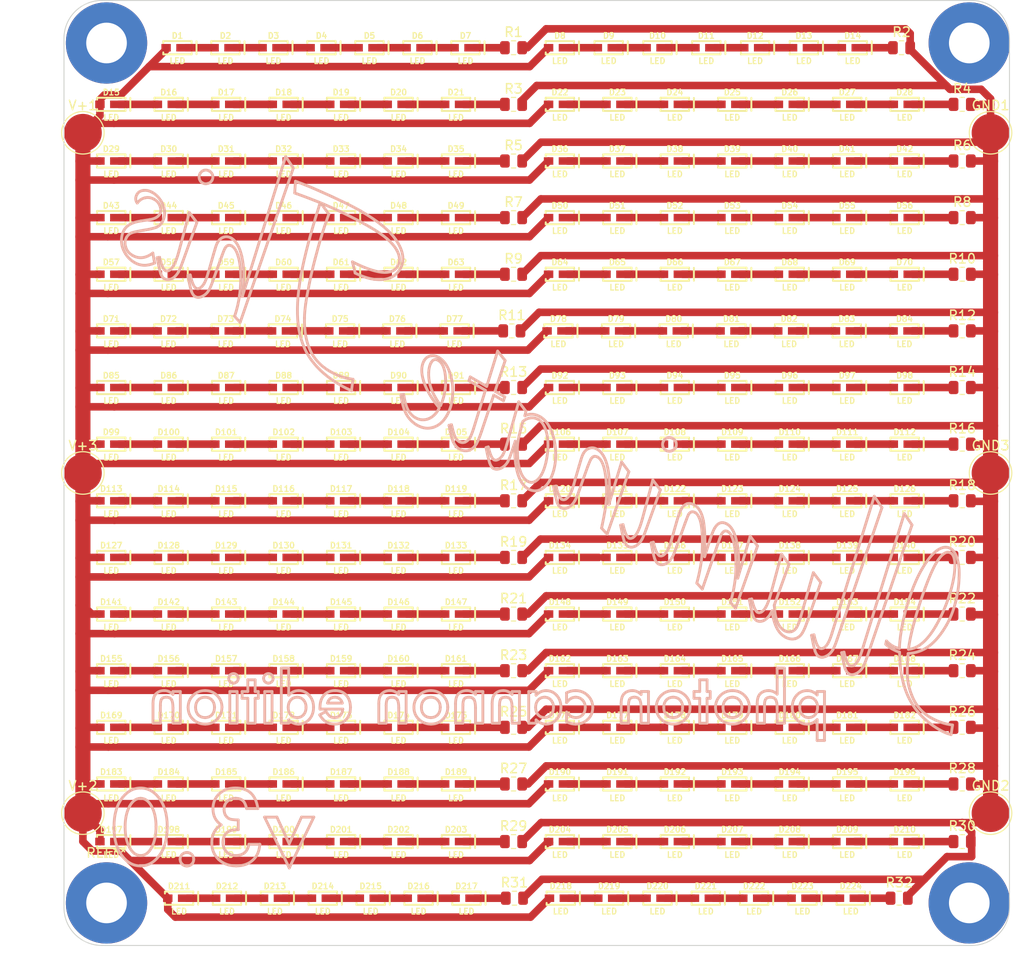
<source format=kicad_pcb>
(kicad_pcb (version 20211014) (generator pcbnew)
  (layers (0 "F.Cu" signal) (31 "B.Cu" signal) (34 "B.Paste" user) (35 "F.Paste" user) (36 "B.SilkS" user "B.Silkscreen") (37 "F.SilkS" user "F.Silkscreen") (38 "B.Mask" user) (39 "F.Mask" user) (44 "Edge.Cuts" user))
  (net 0 "")
  (net 1 "GND")
  (net 2 "+24V")
  (net 3 "Net-(D1-PadC)")
  (net 4 "Net-(D3-PadC)")
  (net 5 "Net-(D4-PadC)")
  (net 6 "Net-(D6-PadC)")
  (net 7 "Net-(D11-PadC)")
  (net 8 "Net-(D12-PadC)")
  (net 9 "Net-(D14-PadC)")
  (net 10 "Net-(D17-PadC)")
  (net 11 "Net-(D19-PadC)")
  (net 12 "Net-(D20-PadC)")
  (net 13 "Net-(D22-PadC)")
  (net 14 "Net-(D25-PadC)")
  (net 15 "Net-(D27-PadC)")
  (net 16 "Net-(D28-PadC)")
  (net 17 "Net-(D30-PadC)")
  (net 18 "Net-(D33-PadC)")
  (net 19 "Net-(D35-PadC)")
  (net 20 "Net-(D36-PadC)")
  (net 21 "Net-(D38-PadC)")
  (net 22 "Net-(D41-PadC)")
  (net 23 "Net-(D43-PadC)")
  (net 24 "Net-(D44-PadC)")
  (net 25 "Net-(D46-PadC)")
  (net 26 "Net-(D49-PadC)")
  (net 27 "Net-(D51-PadC)")
  (net 28 "Net-(D52-PadC)")
  (net 29 "Net-(D54-PadC)")
  (net 30 "Net-(D57-PadC)")
  (net 31 "Net-(D59-PadC)")
  (net 32 "Net-(D60-PadC)")
  (net 33 "Net-(D62-PadC)")
  (net 34 "Net-(D65-PadC)")
  (net 35 "Net-(D67-PadC)")
  (net 36 "Net-(D68-PadC)")
  (net 37 "Net-(D70-PadC)")
  (net 38 "Net-(D73-PadC)")
  (net 39 "Net-(D75-PadC)")
  (net 40 "Net-(D76-PadC)")
  (net 41 "Net-(D78-PadC)")
  (net 42 "Net-(D81-PadC)")
  (net 43 "Net-(D83-PadC)")
  (net 44 "Net-(D84-PadC)")
  (net 45 "Net-(D86-PadC)")
  (net 46 "Net-(D89-PadC)")
  (net 47 "Net-(D91-PadC)")
  (net 48 "Net-(D92-PadC)")
  (net 49 "Net-(D94-PadC)")
  (net 50 "Net-(D97-PadC)")
  (net 51 "Net-(D100-PadC)")
  (net 52 "Net-(D102-PadC)")
  (net 53 "Net-(D105-PadC)")
  (net 54 "Net-(D107-PadC)")
  (net 55 "Net-(D108-PadC)")
  (net 56 "Net-(D110-PadC)")
  (net 57 "Net-(D113-PadC)")
  (net 58 "Net-(D115-PadC)")
  (net 59 "Net-(D116-PadC)")
  (net 60 "Net-(D118-PadC)")
  (net 61 "Net-(D121-PadC)")
  (net 62 "Net-(D123-PadC)")
  (net 63 "Net-(D124-PadC)")
  (net 64 "Net-(D126-PadC)")
  (net 65 "Net-(D129-PadC)")
  (net 66 "Net-(D131-PadC)")
  (net 67 "Net-(D132-PadC)")
  (net 68 "Net-(D134-PadC)")
  (net 69 "Net-(D137-PadC)")
  (net 70 "Net-(D139-PadC)")
  (net 71 "Net-(D140-PadC)")
  (net 72 "Net-(D142-PadC)")
  (net 73 "Net-(D145-PadC)")
  (net 74 "Net-(D147-PadC)")
  (net 75 "Net-(D148-PadC)")
  (net 76 "Net-(D150-PadC)")
  (net 77 "Net-(D153-PadC)")
  (net 78 "Net-(D155-PadC)")
  (net 79 "Net-(D156-PadC)")
  (net 80 "Net-(D158-PadC)")
  (net 81 "Net-(D161-PadC)")
  (net 82 "Net-(D163-PadC)")
  (net 83 "Net-(D164-PadC)")
  (net 84 "Net-(D166-PadC)")
  (net 85 "Net-(D169-PadC)")
  (net 86 "Net-(D171-PadC)")
  (net 87 "Net-(D172-PadC)")
  (net 88 "Net-(D174-PadC)")
  (net 89 "Net-(D177-PadC)")
  (net 90 "Net-(D179-PadC)")
  (net 91 "Net-(D180-PadC)")
  (net 92 "Net-(D182-PadC)")
  (net 93 "Net-(D185-PadC)")
  (net 94 "Net-(D187-PadC)")
  (net 95 "Net-(D188-PadC)")
  (net 96 "Net-(D190-PadC)")
  (net 97 "Net-(D193-PadC)")
  (net 98 "Net-(D195-PadC)")
  (net 99 "Net-(D196-PadC)")
  (net 100 "Net-(D198-PadC)")
  (net 101 "Net-(D201-PadC)")
  (net 102 "Net-(D203-PadC)")
  (net 103 "Net-(D204-PadC)")
  (net 104 "Net-(D206-PadC)")
  (net 105 "Net-(D209-PadC)")
  (net 106 "Net-(D211-PadC)")
  (net 107 "Net-(D212-PadC)")
  (net 108 "Net-(D214-PadC)")
  (net 109 "Net-(D217-PadC)")
  (net 110 "Net-(D219-PadC)")
  (net 111 "Net-(D220-PadC)")
  (net 112 "Net-(D222-PadC)")
  (net 113 "Net-(D2-PadC)")
  (net 114 "Net-(D5-PadC)")
  (net 115 "Net-(D7-PadC)")
  (net 116 "Net-(D8-PadC)")
  (net 117 "Net-(D10-PadA)")
  (net 118 "Net-(D10-PadC)")
  (net 119 "Net-(D13-PadC)")
  (net 120 "Net-(D15-PadC)")
  (net 121 "Net-(D16-PadC)")
  (net 122 "Net-(D18-PadC)")
  (net 123 "Net-(D21-PadC)")
  (net 124 "Net-(D23-PadC)")
  (net 125 "Net-(D24-PadC)")
  (net 126 "Net-(D26-PadC)")
  (net 127 "Net-(D29-PadC)")
  (net 128 "Net-(D31-PadC)")
  (net 129 "Net-(D32-PadC)")
  (net 130 "Net-(D34-PadC)")
  (net 131 "Net-(D37-PadC)")
  (net 132 "Net-(D39-PadC)")
  (net 133 "Net-(D40-PadC)")
  (net 134 "Net-(D42-PadC)")
  (net 135 "Net-(D45-PadC)")
  (net 136 "Net-(D47-PadC)")
  (net 137 "Net-(D48-PadC)")
  (net 138 "Net-(D50-PadC)")
  (net 139 "Net-(D53-PadC)")
  (net 140 "Net-(D55-PadC)")
  (net 141 "Net-(D56-PadC)")
  (net 142 "Net-(D58-PadC)")
  (net 143 "Net-(D61-PadC)")
  (net 144 "Net-(D63-PadC)")
  (net 145 "Net-(D64-PadC)")
  (net 146 "Net-(D66-PadC)")
  (net 147 "Net-(D69-PadC)")
  (net 148 "Net-(D71-PadC)")
  (net 149 "Net-(D72-PadC)")
  (net 150 "Net-(D74-PadC)")
  (net 151 "Net-(D77-PadC)")
  (net 152 "Net-(D79-PadC)")
  (net 153 "Net-(D80-PadC)")
  (net 154 "Net-(D82-PadC)")
  (net 155 "Net-(D85-PadC)")
  (net 156 "Net-(D87-PadC)")
  (net 157 "Net-(D88-PadC)")
  (net 158 "Net-(D90-PadC)")
  (net 159 "Net-(D93-PadC)")
  (net 160 "Net-(D95-PadC)")
  (net 161 "Net-(D96-PadC)")
  (net 162 "Net-(D98-PadC)")
  (net 163 "Net-(D100-PadA)")
  (net 164 "Net-(D101-PadC)")
  (net 165 "Net-(D103-PadC)")
  (net 166 "Net-(D104-PadC)")
  (net 167 "Net-(D106-PadC)")
  (net 168 "Net-(D109-PadC)")
  (net 169 "Net-(D111-PadC)")
  (net 170 "Net-(D112-PadC)")
  (net 171 "Net-(D114-PadC)")
  (net 172 "Net-(D117-PadC)")
  (net 173 "Net-(D119-PadC)")
  (net 174 "Net-(D120-PadC)")
  (net 175 "Net-(D122-PadC)")
  (net 176 "Net-(D125-PadC)")
  (net 177 "Net-(D127-PadC)")
  (net 178 "Net-(D128-PadC)")
  (net 179 "Net-(D130-PadC)")
  (net 180 "Net-(D133-PadC)")
  (net 181 "Net-(D135-PadC)")
  (net 182 "Net-(D136-PadC)")
  (net 183 "Net-(D138-PadC)")
  (net 184 "Net-(D141-PadC)")
  (net 185 "Net-(D143-PadC)")
  (net 186 "Net-(D144-PadC)")
  (net 187 "Net-(D146-PadC)")
  (net 188 "Net-(D149-PadC)")
  (net 189 "Net-(D151-PadC)")
  (net 190 "Net-(D152-PadC)")
  (net 191 "Net-(D154-PadC)")
  (net 192 "Net-(D157-PadC)")
  (net 193 "Net-(D159-PadC)")
  (net 194 "Net-(D160-PadC)")
  (net 195 "Net-(D162-PadC)")
  (net 196 "Net-(D165-PadC)")
  (net 197 "Net-(D167-PadC)")
  (net 198 "Net-(D168-PadC)")
  (net 199 "Net-(D170-PadC)")
  (net 200 "Net-(D173-PadC)")
  (net 201 "Net-(D175-PadC)")
  (net 202 "Net-(D176-PadC)")
  (net 203 "Net-(D178-PadC)")
  (net 204 "Net-(D181-PadC)")
  (net 205 "Net-(D183-PadC)")
  (net 206 "Net-(D184-PadC)")
  (net 207 "Net-(D186-PadC)")
  (net 208 "Net-(D189-PadC)")
  (net 209 "Net-(D191-PadC)")
  (net 210 "Net-(D192-PadC)")
  (net 211 "Net-(D194-PadC)")
  (net 212 "Net-(D197-PadC)")
  (net 213 "Net-(D199-PadC)")
  (net 214 "Net-(D200-PadC)")
  (net 215 "Net-(D202-PadC)")
  (net 216 "Net-(D205-PadC)")
  (net 217 "Net-(D207-PadC)")
  (net 218 "Net-(D208-PadC)")
  (net 219 "Net-(D210-PadC)")
  (net 220 "Net-(D213-PadC)")
  (net 221 "Net-(D215-PadC)")
  (net 222 "Net-(D216-PadC)")
  (net 223 "Net-(D218-PadC)")
  (net 224 "Net-(D221-PadC)")
  (net 225 "Net-(D223-PadC)")
  (net 226 "Net-(D224-PadC)")
  (footprint "SparkFun:SUPER_BRIGHT_SMD_LED_3014" (layer "F.Cu") (at 161.761186 96.951931)
    (fp_text reference "D110")
    (fp_text value "LED")
  )
  (footprint "SparkFun:SUPER_BRIGHT_SMD_LED_3014" (layer "F.Cu") (at 155.68392 102.945064)
    (fp_text reference "D123")
    (fp_text value "LED")
  )
  (footprint "SparkFun:SUPER_BRIGHT_SMD_LED_3014" (layer "F.Cu") (at 114.309064 132.910729)
    (fp_text reference "D187")
    (fp_text value "LED")
  )
  (footprint "SparkFun:SUPER_BRIGHT_SMD_LED_3014" (layer "F.Cu") (at 143.529388 120.924463)
    (fp_text reference "D163")
    (fp_text value "LED")
  )
  (footprint "Resistor_SMD:R_0805_2012Metric" (layer "F.Cu") (at 132.547874 126.917596)
    (fp_text reference "R25")
    (fp_text value "R_US")
  )
  (footprint "SparkFun:SUPER_BRIGHT_SMD_LED_3014" (layer "F.Cu") (at 161.761186 114.93133)
    (fp_text reference "D152")
    (fp_text value "LED")
  )
  (footprint "SparkFun:SUPER_BRIGHT_SMD_LED_3014" (layer "F.Cu") (at 107.154532 55)
    (fp_text reference "D3")
    (fp_text value "LED")
  )
  (footprint "SparkFun:SUPER_BRIGHT_SMD_LED_3014" (layer "F.Cu") (at 126.463596 66.986266)
    (fp_text reference "D35")
    (fp_text value "LED")
  )
  (footprint "SparkFun:SUPER_BRIGHT_SMD_LED_3014" (layer "F.Cu") (at 90 60.993133)
    (fp_text reference "D15")
    (fp_text value "LED")
  )
  (footprint "Resistor_SMD:R_0805_2012Metric" (layer "F.Cu") (at 132.547874 55)
    (fp_text reference "R1")
    (fp_text value "R_US")
  )
  (footprint "SparkFun:SUPER_BRIGHT_SMD_LED_3014" (layer "F.Cu") (at 173.915718 90.958798)
    (fp_text reference "D98")
    (fp_text value "LED")
  )
  (footprint "SparkFun:SUPER_BRIGHT_SMD_LED_3014" (layer "F.Cu") (at 122.50358 145)
    (fp_text reference "D216")
    (fp_text value "LED")
  )
  (footprint "SparkFun:SUPER_BRIGHT_SMD_LED_3014" (layer "F.Cu") (at 114.309064 114.93133)
    (fp_text reference "D145")
    (fp_text value "LED")
  )
  (footprint "SparkFun:SUPER_BRIGHT_SMD_LED_3014" (layer "F.Cu") (at 102.154532 102.945064)
    (fp_text reference "D115")
    (fp_text value "LED")
  )
  (footprint "SparkFun:SUPER_BRIGHT_SMD_LED_3014" (layer "F.Cu") (at 96.077266 60.993133)
    (fp_text reference "D16")
    (fp_text value "LED")
  )
  (footprint "SparkFun:SUPER_BRIGHT_SMD_LED_3014" (layer "F.Cu") (at 173.893032 84.965665)
    (fp_text reference "D84")
    (fp_text value "LED")
  )
  (footprint "SparkFun:SUPER_BRIGHT_SMD_LED_3014" (layer "F.Cu") (at 102.240316 145)
    (fp_text reference "D212")
    (fp_text value "LED")
  )
  (footprint "SparkFun:SUPER_BRIGHT_SMD_LED_3014" (layer "F.Cu") (at 173.915718 126.917596)
    (fp_text reference "D182")
    (fp_text value "LED")
  )
  (footprint "SparkFun:SUPER_BRIGHT_SMD_LED_3014" (layer "F.Cu") (at 161.761186 139.006862)
    (fp_text reference "D208")
    (fp_text value "LED")
  )
  (footprint "SparkFun:SUPER_BRIGHT_SMD_LED_3014" (layer "F.Cu") (at 149.606654 132.910729)
    (fp_text reference "D192")
    (fp_text value "LED")
  )
  (footprint "SparkFun:SUPER_BRIGHT_SMD_LED_3014" (layer "F.Cu") (at 149.606654 72.979399)
    (fp_text reference "D52")
    (fp_text value "LED")
  )
  (footprint "Resistor_SMD:R_0805_2012Metric" (layer "F.Cu") (at 132.547874 102.945064)
    (fp_text reference "R17")
    (fp_text value "R_US")
  )
  (footprint "SparkFun:SUPER_BRIGHT_SMD_LED_3014" (layer "F.Cu") (at 167.838452 120.924463)
    (fp_text reference "D167")
    (fp_text value "LED")
  )
  (footprint "TestPoint:TestPoint_Pad_D4.0mm" (layer "F.Cu") (at 183 64)
    (fp_text reference "GND1")
    (fp_text value "TestPoint")
  )
  (footprint "SparkFun:SUPER_BRIGHT_SMD_LED_3014" (layer "F.Cu") (at 161.761186 72.979399)
    (fp_text reference "D54")
    (fp_text value "LED")
  )
  (footprint "SparkFun:SUPER_BRIGHT_SMD_LED_3014" (layer "F.Cu") (at 90 120.924463)
    (fp_text reference "D155")
    (fp_text value "LED")
  )
  (footprint "SparkFun:SUPER_BRIGHT_SMD_LED_3014" (layer "F.Cu") (at 173.915718 114.93133)
    (fp_text reference "D154")
    (fp_text value "LED")
  )
  (footprint "SparkFun:SUPER_BRIGHT_SMD_LED_3014" (layer "F.Cu") (at 137.452122 90.958798)
    (fp_text reference "D92")
    (fp_text value "LED")
  )
  (footprint "SparkFun:SUPER_BRIGHT_SMD_LED_3014" (layer "F.Cu") (at 155.68392 114.93133)
    (fp_text reference "D151")
    (fp_text value "LED")
  )
  (footprint "SparkFun:SUPER_BRIGHT_SMD_LED_3014" (layer "F.Cu") (at 173.915718 120.924463)
    (fp_text reference "D168")
    (fp_text value "LED")
  )
  (footprint "SparkFun:SUPER_BRIGHT_SMD_LED_3014" (layer "F.Cu") (at 102.154532 120.924463)
    (fp_text reference "D157")
    (fp_text value "LED")
  )
  (footprint "SparkFun:SUPER_BRIGHT_SMD_LED_3014" (layer "F.Cu") (at 173.915718 102.945064)
    (fp_text reference "D126")
    (fp_text value "LED")
  )
  (footprint "SparkFun:SUPER_BRIGHT_SMD_LED_3014" (layer "F.Cu") (at 120.258715 84.965665)
    (fp_text reference "D76")
    (fp_text value "LED")
  )
  (footprint "Resistor_SMD:R_0805_2012Metric" (layer "F.Cu") (at 132.547874 60.993133)
    (fp_text reference "R3")
    (fp_text value "R_US")
  )
  (footprint "SparkFun:SUPER_BRIGHT_SMD_LED_3014" (layer "F.Cu") (at 167.838452 102.945064)
    (fp_text reference "D125")
    (fp_text value "LED")
  )
  (footprint "SparkFun:SUPER_BRIGHT_SMD_LED_3014" (layer "F.Cu") (at 126.463596 132.910729)
    (fp_text reference "D189")
    (fp_text value "LED")
  )
  (footprint "SparkFun:SUPER_BRIGHT_SMD_LED_3014" (layer "F.Cu") (at 114.309064 66.986266)
    (fp_text reference "D33")
    (fp_text value "LED")
  )
  (footprint "SparkFun:SUPER_BRIGHT_SMD_LED_3014" (layer "F.Cu") (at 173.915718 96.951931)
    (fp_text reference "D112")
    (fp_text value "LED")
  )
  (footprint "SparkFun:SUPER_BRIGHT_SMD_LED_3014" (layer "F.Cu") (at 126.463596 60.993133)
    (fp_text reference "D21")
    (fp_text value "LED")
  )
  (footprint "SparkFun:SUPER_BRIGHT_SMD_LED_3014" (layer "F.Cu") (at 90 84.965665)
    (fp_text reference "D71")
    (fp_text value "LED")
  )
  (footprint "SparkFun:SUPER_BRIGHT_SMD_LED_3014" (layer "F.Cu") (at 149.606654 114.93133)
    (fp_text reference "D150")
    (fp_text value "LED")
  )
  (footprint "SparkFun:SUPER_BRIGHT_SMD_LED_3014" (layer "F.Cu") (at 96.077266 120.924463)
    (fp_text reference "D156")
    (fp_text value "LED")
  )
  (footprint "SparkFun:SUPER_BRIGHT_SMD_LED_3014" (layer "F.Cu") (at 108.231798 72.979399)
    (fp_text reference "D46")
    (fp_text value "LED")
  )
  (footprint "SparkFun:SUPER_BRIGHT_SMD_LED_3014" (layer "F.Cu") (at 149.606654 78.972532)
    (fp_text reference "D66")
    (fp_text value "LED")
  )
  (footprint "SparkFun:SUPER_BRIGHT_SMD_LED_3014" (layer "F.Cu") (at 143.529388 72.979399)
    (fp_text reference "D51")
    (fp_text value "LED")
  )
  (footprint "SparkFun:SUPER_BRIGHT_SMD_LED_3014" (layer "F.Cu") (at 102.154532 139.006862)
    (fp_text reference "D199")
    (fp_text value "LED")
  )
  (footprint "Resistor_SMD:R_0805_2012Metric" (layer "F.Cu") (at 132.547874 72.979399)
    (fp_text reference "R7")
    (fp_text value "R_US")
  )
  (footprint "SparkFun:SUPER_BRIGHT_SMD_LED_3014" (layer "F.Cu") (at 155.68392 126.917596)
    (fp_text reference "D179")
    (fp_text value "LED")
  )
  (footprint "SparkFun:SUPER_BRIGHT_SMD_LED_3014" (layer "F.Cu") (at 143.393267 84.965665)
    (fp_text reference "D79")
    (fp_text value "LED")
  )
  (footprint "SparkFun:SUPER_BRIGHT_SMD_LED_3014" (layer "F.Cu") (at 161.761186 120.924463)
    (fp_text reference "D166")
    (fp_text value "LED")
  )
  (footprint "SparkFun:SUPER_BRIGHT_SMD_LED_3014" (layer "F.Cu") (at 108.231798 102.945064)
    (fp_text reference "D116")
    (fp_text value "LED")
  )
  (footprint "SparkFun:SUPER_BRIGHT_SMD_LED_3014" (layer "F.Cu") (at 149.606654 96.951931)
    (fp_text reference "D108")
    (fp_text value "LED")
  )
  (footprint "SparkFun:SUPER_BRIGHT_SMD_LED_3014" (layer "F.Cu") (at 114.309064 78.972532)
    (fp_text reference "D61")
    (fp_text value "LED")
  )
  (footprint "SparkFun:SUPER_BRIGHT_SMD_LED_3014" (layer "F.Cu") (at 168.419292 55)
    (fp_text reference "D14")
    (fp_text value "LED")
  )
  (footprint "SparkFun:SUPER_BRIGHT_SMD_LED_3014" (layer "F.Cu") (at 173.915718 108.938197)
    (fp_text reference "D140")
    (fp_text value "LED")
  )
  (footprint "SparkFun:SUPER_BRIGHT_SMD_LED_3014" (layer "F.Cu") (at 167.838452 108.938197)
    (fp_text reference "D139")
    (fp_text value "LED")
  )
  (footprint "SparkFun:SUPER_BRIGHT_SMD_LED_3014" (layer "F.Cu") (at 90 114.93133)
    (fp_text reference "D141")
    (fp_text value "LED")
  )
  (footprint "SparkFun:SUPER_BRIGHT_SMD_LED_3014" (layer "F.Cu") (at 102.154532 66.986266)
    (fp_text reference "D31")
    (fp_text value "LED")
  )
  (footprint "SparkFun:SUPER_BRIGHT_SMD_LED_3014" (layer "F.Cu") (at 167.838452 132.910729)
    (fp_text reference "D195")
    (fp_text value "LED")
  )
  (footprint "SparkFun:SUPER_BRIGHT_SMD_LED_3014" (layer "F.Cu") (at 149.606654 139.006862)
    (fp_text reference "D206")
    (fp_text value "LED")
  )
  (footprint "SparkFun:SUPER_BRIGHT_SMD_LED_3014" (layer "F.Cu") (at 108.231798 126.917596)
    (fp_text reference "D172")
    (fp_text value "LED")
  )
  (footprint "SparkFun:SUPER_BRIGHT_SMD_LED_3014" (layer "F.Cu") (at 126.310458 84.965665)
    (fp_text reference "D77")
    (fp_text value "LED")
  )
  (footprint "SparkFun:SUPER_BRIGHT_SMD_LED_3014" (layer "F.Cu") (at 120.38633 66.986266)
    (fp_text reference "D34")
    (fp_text value "LED")
  )
  (footprint "SparkFun:SUPER_BRIGHT_SMD_LED_3014" (layer "F.Cu") (at 168.218486 145)
    (fp_text reference "D224")
    (fp_text value "LED")
  )
  (footprint "SparkFun:SUPER_BRIGHT_SMD_LED_3014" (layer "F.Cu") (at 143.529388 66.986266)
    (fp_text reference "D37")
    (fp_text value "LED")
  )
  (footprint "SparkFun:SUPER_BRIGHT_SMD_LED_3014" (layer "F.Cu") (at 102.154532 126.917596)
    (fp_text reference "D171")
    (fp_text value "LED")
  )
  (footprint "TestPoint:TestPoint_Pad_D4.0mm" (layer "F.Cu") (at 183 100)
    (fp_text reference "GND3")
    (fp_text value "TestPoint")
  )
  (footprint "SparkFun:SUPER_BRIGHT_SMD_LED_3014" (layer "F.Cu") (at 126.463596 72.979399)
    (fp_text reference "D49")
    (fp_text value "LED")
  )
  (footprint "SparkFun:SUPER_BRIGHT_SMD_LED_3014" (layer "F.Cu") (at 90 126.917596)
    (fp_text reference "D169")
    (fp_text value "LED")
  )
  (footprint "TestPoint:TestPoint_Pad_D4.0mm" (layer "F.Cu") (at 183 136)
    (fp_text reference "GND2")
    (fp_text value "TestPoint")
  )
  (footprint "SparkFun:SUPER_BRIGHT_SMD_LED_3014" (layer "F.Cu") (at 90 78.972532)
    (fp_text reference "D57")
    (fp_text value "LED")
  )
  (footprint "SparkFun:SUPER_BRIGHT_SMD_LED_3014" (layer "F.Cu") (at 96.077266 102.945064)
    (fp_text reference "D114")
    (fp_text value "LED")
  )
  (footprint "Resistor_SMD:R_0805_2012Metric" (layer "F.Cu") (at 180 96.951931)
    (fp_text reference "R16")
    (fp_text value "R_US")
  )
  (footprint "SparkFun:SUPER_BRIGHT_SMD_LED_3014" (layer "F.Cu") (at 143.529388 90.958798)
    (fp_text reference "D93")
    (fp_text value "LED")
  )
  (footprint "SparkFun:SUPER_BRIGHT_SMD_LED_3014" (layer "F.Cu") (at 120.38633 90.958798)
    (fp_text reference "D90")
    (fp_text value "LED")
  )
  (footprint "" (layer "F.Cu") (at 180.75 145.5)
    (fp_text reference "")
    (fp_text value "")
  )
  (footprint "SparkFun:SUPER_BRIGHT_SMD_LED_3014" (layer "F.Cu") (at 155.68392 66.986266)
    (fp_text reference "D39")
    (fp_text value "LED")
  )
  (footprint "SparkFun:SUPER_BRIGHT_SMD_LED_3014" (layer "F.Cu") (at 114.309064 139.006862)
    (fp_text reference "D201")
    (fp_text value "LED")
  )
  (footprint "SparkFun:SUPER_BRIGHT_SMD_LED_3014" (layer "F.Cu") (at 161.761186 108.938197)
    (fp_text reference "D138")
    (fp_text value "LED")
  )
  (footprint "SparkFun:SUPER_BRIGHT_SMD_LED_3014" (layer "F.Cu") (at 155.68392 90.958798)
    (fp_text reference "D95")
    (fp_text value "LED")
  )
  (footprint "SparkFun:SUPER_BRIGHT_SMD_LED_3014" (layer "F.Cu") (at 161.693126 84.965665)
    (fp_text reference "D82")
    (fp_text value "LED")
  )
  (footprint "SparkFun:SUPER_BRIGHT_SMD_LED_3014" (layer "F.Cu") (at 90 90.958798)
    (fp_text reference "D85")
    (fp_text value "LED")
  )
  (footprint "SparkFun:SUPER_BRIGHT_SMD_LED_3014" (layer "F.Cu") (at 114.309064 120.924463)
    (fp_text reference "D159")
    (fp_text value "LED")
  )
  (footprint "SparkFun:SUPER_BRIGHT_SMD_LED_3014" (layer "F.Cu") (at 167.838452 114.93133)
    (fp_text reference "D153")
    (fp_text value "LED")
  )
  (footprint "Resistor_SMD:R_0805_2012Metric" (layer "F.Cu") (at 132.547874 114.93133)
    (fp_text reference "R21")
    (fp_text value "R_US")
  )
  (footprint "SparkFun:SUPER_BRIGHT_SMD_LED_3014" (layer "F.Cu") (at 114.309064 108.938197)
    (fp_text reference "D131")
    (fp_text value "LED")
  )
  (footprint "SparkFun:SUPER_BRIGHT_SMD_LED_3014" (layer "F.Cu") (at 163.106484 145)
    (fp_text reference "D223")
    (fp_text value "LED")
  )
  (footprint "SparkFun:SUPER_BRIGHT_SMD_LED_3014" (layer "F.Cu") (at 161.761186 132.910729)
    (fp_text reference "D194")
    (fp_text value "LED")
  )
  (footprint "TestPoint:TestPoint_Pad_D4.0mm" (layer "F.Cu") (at 87 64)
    (fp_text reference "V+1")
    (fp_text value "TestPoint")
  )
  (footprint "SparkFun:SUPER_BRIGHT_SMD_LED_3014" (layer "F.Cu") (at 90 139.006862)
    (fp_text reference "D197")
    (fp_text value "LED")
  )
  (footprint "SparkFun:SUPER_BRIGHT_SMD_LED_3014" (layer "F.Cu") (at 147.774512 55)
    (fp_text reference "D10")
    (fp_text value "LED")
  )
  (footprint "SparkFun:SUPER_BRIGHT_SMD_LED_3014" (layer "F.Cu") (at 108.155229 84.965665)
    (fp_text reference "D74")
    (fp_text value "LED")
  )
  (footprint "MountingHole:MountingHole_4.3mm_M4_Pad" (layer "F.Cu") (at 89.5 145.5)
    (fp_text reference "REF**")
    (fp_text value "MountingHole_4.3mm_M4_Pad")
  )
  (footprint "SparkFun:SUPER_BRIGHT_SMD_LED_3014" (layer "F.Cu") (at 108.231798 120.924463)
    (fp_text reference "D158")
    (fp_text value "LED")
  )
  (footprint "Resistor_SMD:R_0805_2012Metric" (layer "F.Cu") (at 180 72.979399)
    (fp_text reference "R8")
    (fp_text value "R_US")
  )
  (footprint "SparkFun:SUPER_BRIGHT_SMD_LED_3014" (layer "F.Cu") (at 149.606654 90.958798)
    (fp_text reference "D94")
    (fp_text value "LED")
  )
  (footprint "SparkFun:SUPER_BRIGHT_SMD_LED_3014" (layer "F.Cu") (at 143.529388 102.945064)
    (fp_text reference "D121")
    (fp_text value "LED")
  )
  (footprint "SparkFun:SUPER_BRIGHT_SMD_LED_3014" (layer "F.Cu") (at 90 108.938197)
    (fp_text reference "D127")
    (fp_text value "LED")
  )
  (footprint "SparkFun:SUPER_BRIGHT_SMD_LED_3014" (layer "F.Cu") (at 155.68392 120.924463)
    (fp_text reference "D165")
    (fp_text value "LED")
  )
  (footprint "SparkFun:SUPER_BRIGHT_SMD_LED_3014" (layer "F.Cu") (at 152.88248 145)
    (fp_text reference "D221")
    (fp_text value "LED")
  )
  (footprint "SparkFun:SUPER_BRIGHT_SMD_LED_3014" (layer "F.Cu") (at 114.309064 96.951931)
    (fp_text reference "D103")
    (fp_text value "LED")
  )
  (footprint "SparkFun:SUPER_BRIGHT_SMD_LED_3014" (layer "F.Cu") (at 97.1745 145)
    (fp_text reference "D211")
    (fp_text value "LED")
  )
  (footprint "SparkFun:SUPER_BRIGHT_SMD_LED_3014" (layer "F.Cu") (at 102.154532 114.93133)
    (fp_text reference "D143")
    (fp_text value "LED")
  )
  (footprint "SparkFun:SUPER_BRIGHT_SMD_LED_3014" (layer "F.Cu") (at 137.452122 72.979399)
    (fp_text reference "D50")
    (fp_text value "LED")
  )
  (footprint "Resistor_SMD:R_0805_2012Metric" (layer "F.Cu") (at 132.642226 145)
    (fp_text reference "R31")
    (fp_text value "R_US")
  )
  (footprint "SparkFun:SUPER_BRIGHT_SMD_LED_3014" (layer "F.Cu") (at 161.761186 90.958798)
    (fp_text reference "D96")
    (fp_text value "LED")
  )
  (footprint "Resistor_SMD:R_0805_2012Metric" (layer "F.Cu") (at 180 90.958798)
    (fp_text reference "R14")
    (fp_text value "R_US")
  )
  (footprint "SparkFun:SUPER_BRIGHT_SMD_LED_3014" (layer "F.Cu") (at 126.463596 96.951931)
    (fp_text reference "D105")
    (fp_text value "LED")
  )
  (footprint "SparkFun:SUPER_BRIGHT_SMD_LED_3014" (layer "F.Cu") (at 137.452122 96.951931)
    (fp_text reference "D106")
    (fp_text value "LED")
  )
  (footprint "SparkFun:SUPER_BRIGHT_SMD_LED_3014" (layer "F.Cu") (at 126.463596 114.93133)
    (fp_text reference "D147")
    (fp_text value "LED")
  )
  (footprint "SparkFun:SUPER_BRIGHT_SMD_LED_3014" (layer "F.Cu") (at 90 72.979399)
    (fp_text reference "D43")
    (fp_text value "LED")
  )
  (footprint "SparkFun:SUPER_BRIGHT_SMD_LED_3014" (layer "F.Cu") (at 120.38633 108.938197)
    (fp_text reference "D132")
    (fp_text value "LED")
  )
  (footprint "SparkFun:SUPER_BRIGHT_SMD_LED_3014" (layer "F.Cu") (at 143.529388 114.93133)
    (fp_text reference "D149")
    (fp_text value "LED")
  )
  (footprint "SparkFun:SUPER_BRIGHT_SMD_LED_3014" (layer "F.Cu") (at 96.077266 66.986266)
    (fp_text reference "D30")
    (fp_text value "LED")
  )
  (footprint "SparkFun:SUPER_BRIGHT_SMD_LED_3014" (layer "F.Cu") (at 167.838452 126.917596)
    (fp_text reference "D181")
    (fp_text value "LED")
  )
  (footprint "SparkFun:SUPER_BRIGHT_SMD_LED_3014" (layer "F.Cu") (at 126.463596 90.958798)
    (fp_text reference "D91")
    (fp_text value "LED")
  )
  (footprint "SparkFun:SUPER_BRIGHT_SMD_LED_3014" (layer "F.Cu") (at 90 66.986266)
    (fp_text reference "D29")
    (fp_text value "LED")
  )
  (footprint "SparkFun:SUPER_BRIGHT_SMD_LED_3014" (layer "F.Cu") (at 173.915718 139.006862)
    (fp_text reference "D210")
    (fp_text value "LED")
  )
  (footprint "SparkFun:SUPER_BRIGHT_SMD_LED_3014" (layer "F.Cu") (at 114.309064 126.917596)
    (fp_text reference "D173")
    (fp_text value "LED")
  )
  (footprint "SparkFun:SUPER_BRIGHT_SMD_LED_3014" (layer "F.Cu") (at 149.606654 120.924463)
    (fp_text reference "D164")
    (fp_text value "LED")
  )
  (footprint "SparkFun:SUPER_BRIGHT_SMD_LED_3014" (layer "F.Cu") (at 137.452122 55)
    (fp_text reference "D8")
    (fp_text value "LED")
  )
  (footprint "SparkFun:SUPER_BRIGHT_SMD_LED_3014" (layer "F.Cu") (at 96.077266 126.917596)
    (fp_text reference "D170")
    (fp_text value "LED")
  )
  (footprint "SparkFun:SUPER_BRIGHT_SMD_LED_3014" (layer "F.Cu") (at 120.38633 120.924463)
    (fp_text reference "D160")
    (fp_text value "LED")
  )
  (footprint "Resistor_SMD:R_0805_2012Metric" (layer "F.Cu") (at 180 114.93133)
    (fp_text reference "R22")
    (fp_text value "R_US")
  )
  (footprint "" (layer "F.Cu") (at 180.75 54.5)
    (fp_text reference "")
    (fp_text value "")
  )
  (footprint "SparkFun:SUPER_BRIGHT_SMD_LED_3014" (layer "F.Cu") (at 96.077266 139.006862)
    (fp_text reference "D198")
    (fp_text value "LED")
  )
  (footprint "SparkFun:SUPER_BRIGHT_SMD_LED_3014" (layer "F.Cu") (at 96.077266 108.938197)
    (fp_text reference "D128")
    (fp_text value "LED")
  )
  (footprint "SparkFun:SUPER_BRIGHT_SMD_LED_3014" (layer "F.Cu") (at 149.606654 60.993133)
    (fp_text reference "D24")
    (fp_text value "LED")
  )
  (footprint "SparkFun:SUPER_BRIGHT_SMD_LED_3014" (layer "F.Cu") (at 126.463596 78.972532)
    (fp_text reference "D63")
    (fp_text value "LED")
  )
  (footprint "Resistor_SMD:R_0805_2012Metric" (layer "F.Cu") (at 132.547874 139.006862)
    (fp_text reference "R29")
    (fp_text value "R_US")
  )
  (footprint "SparkFun:SUPER_BRIGHT_SMD_LED_3014" (layer "F.Cu") (at 161.761186 126.917596)
    (fp_text reference "D180")
    (fp_text value "LED")
  )
  (footprint "SparkFun:SUPER_BRIGHT_SMD_LED_3014" (layer "F.Cu") (at 155.68392 72.979399)
    (fp_text reference "D53")
    (fp_text value "LED")
  )
  (footprint "SparkFun:SUPER_BRIGHT_SMD_LED_3014" (layer "F.Cu") (at 90 132.910729)
    (fp_text reference "D183")
    (fp_text value "LED")
  )
  (footprint "SparkFun:SUPER_BRIGHT_SMD_LED_3014" (layer "F.Cu") (at 96.077266 132.910729)
    (fp_text reference "D184")
    (fp_text value "LED")
  )
  (footprint "Resistor_SMD:R_0805_2012Metric" (layer "F.Cu") (at 180 132.910729)
    (fp_text reference "R28")
    (fp_text value "R_US")
  )
  (footprint "Resistor_SMD:R_0805_2012Metric" (layer "F.Cu") (at 180 139.006862)
    (fp_text reference "R30")
    (fp_text value "R_US")
  )
  (footprint "SparkFun:SUPER_BRIGHT_SMD_LED_3014" (layer "F.Cu") (at 122.38633 55)
    (fp_text reference "D6")
    (fp_text value "LED")
  )
  (footprint "SparkFun:SUPER_BRIGHT_SMD_LED_3014" (layer "F.Cu") (at 114.206972 84.965665)
    (fp_text reference "D75")
    (fp_text value "LED")
  )
  (footprint "SparkFun:SUPER_BRIGHT_SMD_LED_3014" (layer "F.Cu") (at 137.452122 108.938197)
    (fp_text reference "D134")
    (fp_text value "LED")
  )
  (footprint "TestPoint:TestPoint_Pad_D4.0mm" (layer "F.Cu") (at 87 100)
    (fp_text reference "V+3")
    (fp_text value "TestPoint")
  )
  (footprint "SparkFun:SUPER_BRIGHT_SMD_LED_3014" (layer "F.Cu") (at 108.231798 60.993133)
    (fp_text reference "D18")
    (fp_text value "LED")
  )
  (footprint "SparkFun:SUPER_BRIGHT_SMD_LED_3014" (layer "F.Cu") (at 127.463596 55)
    (fp_text reference "D7")
    (fp_text value "LED")
  )
  (footprint "SparkFun:SUPER_BRIGHT_SMD_LED_3014" (layer "F.Cu") (at 114.309064 72.979399)
    (fp_text reference "D47")
    (fp_text value "LED")
  )
  (footprint "SparkFun:SUPER_BRIGHT_SMD_LED_3014" (layer "F.Cu") (at 90 102.945064)
    (fp_text reference "D113")
    (fp_text value "LED")
  )
  (footprint "SparkFun:SUPER_BRIGHT_SMD_LED_3014" (layer "F.Cu") (at 108.231798 139.006862)
    (fp_text reference "D200")
    (fp_text value "LED")
  )
  (footprint "SparkFun:SUPER_BRIGHT_SMD_LED_3014" (layer "F.Cu") (at 143.529388 132.910729)
    (fp_text reference "D191")
    (fp_text value "LED")
  )
  (footprint "SparkFun:SUPER_BRIGHT_SMD_LED_3014" (layer "F.Cu") (at 173.915718 66.986266)
    (fp_text reference "D42")
    (fp_text value "LED")
  )
  (footprint "Resistor_SMD:R_0805_2012Metric" (layer "F.Cu") (at 132.547874 90.958798)
    (fp_text reference "R13")
    (fp_text value "R_US")
  )
  (footprint "SparkFun:SUPER_BRIGHT_SMD_LED_3014" (layer "F.Cu") (at 120.38633 60.993133)
    (fp_text reference "D20")
    (fp_text value "LED")
  )
  (footprint "SparkFun:SUPER_BRIGHT_SMD_LED_3014" (layer "F.Cu") (at 173.915718 72.979399)
    (fp_text reference "D56")
    (fp_text value "LED")
  )
  (footprint "SparkFun:SUPER_BRIGHT_SMD_LED_3014" (layer "F.Cu") (at 149.606654 66.986266)
    (fp_text reference "D38")
    (fp_text value "LED")
  )
  (footprint "SparkFun:SUPER_BRIGHT_SMD_LED_3014" (layer "F.Cu") (at 120.38633 114.93133)
    (fp_text reference "D146")
    (fp_text value "LED")
  )
  (footprint "SparkFun:SUPER_BRIGHT_SMD_LED_3014" (layer "F.Cu") (at 161.761186 60.993133)
    (fp_text reference "D26")
    (fp_text value "LED")
  )
  (footprint "Resistor_SMD:R_0805_2012Metric" (layer "F.Cu") (at 132.547874 132.910729)
    (fp_text reference "R27")
    (fp_text value "R_US")
  )
  (footprint "Resistor_SMD:R_0805_2012Metric" (layer "F.Cu") (at 180 66.986266)
    (fp_text reference "R6")
    (fp_text value "R_US")
  )
  (footprint "SparkFun:SUPER_BRIGHT_SMD_LED_3014" (layer "F.Cu") (at 155.593173 84.965665)
    (fp_text reference "D81")
    (fp_text value "LED")
  )
  (footprint "SparkFun:SUPER_BRIGHT_SMD_LED_3014" (layer "F.Cu") (at 126.463596 108.938197)
    (fp_text reference "D133")
    (fp_text value "LED")
  )
  (footprint "SparkFun:SUPER_BRIGHT_SMD_LED_3014" (layer "F.Cu") (at 114.309064 102.945064)
    (fp_text reference "D117")
    (fp_text value "LED")
  )
  (footprint "SparkFun:SUPER_BRIGHT_SMD_LED_3014" (layer "F.Cu") (at 97 55)
    (fp_text reference "D1")
    (fp_text value "LED")
  )
  (footprint "SparkFun:SUPER_BRIGHT_SMD_LED_3014" (layer "F.Cu") (at 167.793079 84.965665)
    (fp_text reference "D83")
    (fp_text value "LED")
  )
  (footprint "Resistor_SMD:R_0805_2012Metric" (layer "F.Cu") (at 132.547874 66.986266)
    (fp_text reference "R5")
    (fp_text value "R_US")
  )
  (footprint "SparkFun:SUPER_BRIGHT_SMD_LED_3014" (layer "F.Cu") (at 161.761186 66.986266)
    (fp_text reference "D40")
    (fp_text value "LED")
  )
  (footprint "SparkFun:SUPER_BRIGHT_SMD_LED_3014" (layer "F.Cu") (at 167.838452 72.979399)
    (fp_text reference "D55")
    (fp_text value "LED")
  )
  (footprint "SparkFun:SUPER_BRIGHT_SMD_LED_3014" (layer "F.Cu") (at 137.452122 114.93133)
    (fp_text reference "D148")
    (fp_text value "LED")
  )
  (footprint "SparkFun:SUPER_BRIGHT_SMD_LED_3014" (layer "F.Cu") (at 108.231798 90.958798)
    (fp_text reference "D88")
    (fp_text value "LED")
  )
  (footprint "SparkFun:SUPER_BRIGHT_SMD_LED_3014" (layer "F.Cu") (at 143.529388 96.951931)
    (fp_text reference "D107")
    (fp_text value "LED")
  )
  (footprint "SparkFun:SUPER_BRIGHT_SMD_LED_3014" (layer "F.Cu") (at 173.915718 132.910729)
    (fp_text reference "D196")
    (fp_text value "LED")
  )
  (footprint "SparkFun:SUPER_BRIGHT_SMD_LED_3014" (layer "F.Cu") (at 147.770478 145)
    (fp_text reference "D220")
    (fp_text value "LED")
  )
  (footprint "Resistor_SMD:R_0805_2012Metric" (layer "F.Cu") (at 180 102.945064)
    (fp_text reference "R18")
    (fp_text value "R_US")
  )
  (footprint "SparkFun:SUPER_BRIGHT_SMD_LED_3014" (layer "F.Cu") (at 142.658476 145)
    (fp_text reference "D219")
    (fp_text value "LED")
  )
  (footprint "SparkFun:SUPER_BRIGHT_SMD_LED_3014" (layer "F.Cu") (at 102.154532 108.938197)
    (fp_text reference "D129")
    (fp_text value "LED")
  )
  (footprint "Resistor_SMD:R_0805_2012Metric" (layer "F.Cu") (at 180 126.917596)
    (fp_text reference "R26")
    (fp_text value "R_US")
  )
  (footprint "SparkFun:SUPER_BRIGHT_SMD_LED_3014" (layer "F.Cu") (at 155.68392 78.972532)
    (fp_text reference "D67")
    (fp_text value "LED")
  )
  (footprint "SparkFun:SUPER_BRIGHT_SMD_LED_3014" (layer "F.Cu") (at 120.38633 102.945064)
    (fp_text reference "D118")
    (fp_text value "LED")
  )
  (footprint "SparkFun:SUPER_BRIGHT_SMD_LED_3014" (layer "F.Cu") (at 108.231798 108.938197)
    (fp_text reference "D130")
    (fp_text value "LED")
  )
  (footprint "SparkFun:SUPER_BRIGHT_SMD_LED_3014" (layer "F.Cu") (at 127.569396 145)
    (fp_text reference "D217")
    (fp_text value "LED")
  )
  (footprint "SparkFun:SUPER_BRIGHT_SMD_LED_3014" (layer "F.Cu") (at 126.463596 126.917596)
    (fp_text reference "D175")
    (fp_text value "LED")
  )
  (footprint "SparkFun:SUPER_BRIGHT_SMD_LED_3014" (layer "F.Cu") (at 155.68392 132.910729)
    (fp_text reference "D193")
    (fp_text value "LED")
  )
  (footprint "SparkFun:SUPER_BRIGHT_SMD_LED_3014" (layer "F.Cu") (at 120.38633 139.006862)
    (fp_text reference "D202")
    (fp_text value "LED")
  )
  (footprint "SparkFun:SUPER_BRIGHT_SMD_LED_3014" (layer "F.Cu") (at 137.293314 84.965665)
    (fp_text reference "D78")
    (fp_text value "LED")
  )
  (footprint "SparkFun:SUPER_BRIGHT_SMD_LED_3014" (layer "F.Cu") (at 108.231798 78.972532)
    (fp_text reference "D60")
    (fp_text value "LED")
  )
  (footprint "SparkFun:SUPER_BRIGHT_SMD_LED_3014" (layer "F.Cu") (at 161.761186 78.972532)
    (fp_text reference "D68")
    (fp_text value "LED")
  )
  (footprint "Resistor_SMD:R_0805_2012Metric" (layer "F.Cu") (at 132.547874 78.972532)
    (fp_text reference "R9")
    (fp_text value "R_US")
  )
  (footprint "SparkFun:SUPER_BRIGHT_SMD_LED_3014" (layer "F.Cu") (at 137.452122 126.917596)
    (fp_text reference "D176")
    (fp_text value "LED")
  )
  (footprint "SparkFun:SUPER_BRIGHT_SMD_LED_3014" (layer "F.Cu") (at 102.154532 90.958798)
    (fp_text reference "D87")
    (fp_text value "LED")
  )
  (footprint "SparkFun:SUPER_BRIGHT_SMD_LED_3014" (layer "F.Cu") (at 167.838452 90.958798)
    (fp_text reference "D97")
    (fp_text value "LED")
  )
  (footprint "SparkFun:SUPER_BRIGHT_SMD_LED_3014" (layer "F.Cu") (at 120.38633 126.917596)
    (fp_text reference "D174")
    (fp_text value "LED")
  )
  (footprint "SparkFun:SUPER_BRIGHT_SMD_LED_3014" (layer "F.Cu") (at 155.68392 96.951931)
    (fp_text reference "D109")
    (fp_text value "LED")
  )
  (footprint "SparkFun:SUPER_BRIGHT_SMD_LED_3014" (layer "F.Cu") (at 157.994482 145)
    (fp_text reference "D222")
    (fp_text value "LED")
  )
  (footprint "Resistor_SMD:R_0805_2012Metric" (layer "F.Cu") (at 180 108.938197)
    (fp_text reference "R20")
    (fp_text value "R_US")
  )
  (footprint "SparkFun:SUPER_BRIGHT_SMD_LED_3014" (layer "F.Cu") (at 155.68392 60.993133)
    (fp_text reference "D25")
    (fp_text value "LED")
  )
  (footprint "SparkFun:SUPER_BRIGHT_SMD_LED_3014" (layer "F.Cu") (at 137.452122 78.972532)
    (fp_text reference "D64")
    (fp_text value "LED")
  )
  (footprint "SparkFun:SUPER_BRIGHT_SMD_LED_3014" (layer "F.Cu") (at 137.452122 120.924463)
    (fp_text reference "D162")
    (fp_text value "LED")
  )
  (footprint "SparkFun:SUPER_BRIGHT_SMD_LED_3014" (layer "F.Cu") (at 137.452122 66.986266)
    (fp_text reference "D36")
    (fp_text value "LED")
  )
  (footprint "" (layer "F.Cu") (at 89.5 54.5)
    (fp_text reference "")
    (fp_text value "")
  )
  (footprint "SparkFun:SUPER_BRIGHT_SMD_LED_3014" (layer "F.Cu") (at 155.68392 108.938197)
    (fp_text reference "D137")
    (fp_text value "LED")
  )
  (footprint "SparkFun:SUPER_BRIGHT_SMD_LED_3014" (layer "F.Cu") (at 167.838452 66.986266)
    (fp_text reference "D41")
    (fp_text value "LED")
  )
  (footprint "SparkFun:SUPER_BRIGHT_SMD_LED_3014" (layer "F.Cu") (at 149.606654 108.938197)
    (fp_text reference "D136")
    (fp_text value "LED")
  )
  (footprint "SparkFun:SUPER_BRIGHT_SMD_LED_3014" (layer "F.Cu") (at 108.231798 96.951931)
    (fp_text reference "D102")
    (fp_text value "LED")
  )
  (footprint "SparkFun:SUPER_BRIGHT_SMD_LED_3014" (layer "F.Cu") (at 137.546474 145)
    (fp_text reference "D218")
    (fp_text value "LED")
  )
  (footprint "SparkFun:SUPER_BRIGHT_SMD_LED_3014" (layer "F.Cu") (at 155.68392 139.006862)
    (fp_text reference "D207")
    (fp_text value "LED")
  )
  (footprint "SparkFun:SUPER_BRIGHT_SMD_LED_3014" (layer "F.Cu") (at 143.529388 108.938197)
    (fp_text reference "D135")
    (fp_text value "LED")
  )
  (footprint "SparkFun:SUPER_BRIGHT_SMD_LED_3014" (layer "F.Cu") (at 167.838452 96.951931)
    (fp_text reference "D111")
    (fp_text value "LED")
  )
  (footprint "SparkFun:SUPER_BRIGHT_SMD_LED_3014" (layer "F.Cu") (at 90 96.951931)
    (fp_text reference "D99")
    (fp_text value "LED")
  )
  (footprint "SparkFun:SUPER_BRIGHT_SMD_LED_3014" (layer "F.Cu") (at 102.103486 84.965665)
    (fp_text reference "D73")
    (fp_text value "LED")
  )
  (footprint "SparkFun:SUPER_BRIGHT_SMD_LED_3014" (layer "F.Cu") (at 143.529388 126.917596)
    (fp_text reference "D177")
    (fp_text value "LED")
  )
  (footprint "SparkFun:SUPER_BRIGHT_SMD_LED_3014" (layer "F.Cu") (at 96.077266 114.93133)
    (fp_text reference "D142")
    (fp_text value "LED")
  )
  (footprint "SparkFun:SUPER_BRIGHT_SMD_LED_3014" (layer "F.Cu") (at 112.371948 145)
    (fp_text reference "D214")
    (fp_text value "LED")
  )
  (footprint "Resistor_SMD:R_0805_2012Metric" (layer "F.Cu") (at 180 120.924463)
    (fp_text reference "R24")
    (fp_text value "R_US")
  )
  (footprint "SparkFun:SUPER_BRIGHT_SMD_LED_3014" (layer "F.Cu") (at 96.077266 78.972532)
    (fp_text reference "D58")
    (fp_text value "LED")
  )
  (footprint "SparkFun:SUPER_BRIGHT_SMD_LED_3014" (layer "F.Cu") (at 149.49322 84.965665)
    (fp_text reference "D80")
    (fp_text value "LED")
  )
  (footprint "SparkFun:SUPER_BRIGHT_SMD_LED_3014" (layer "F.Cu") (at 96.051743 84.965665)
    (fp_text reference "D72")
    (fp_text value "LED")
  )
  (footprint "SparkFun:SUPER_BRIGHT_SMD_LED_3014" (layer "F.Cu") (at 137.452122 60.993133)
    (fp_text reference "D22")
    (fp_text value "LED")
  )
  (footprint "SparkFun:SUPER_BRIGHT_SMD_LED_3014" (layer "F.Cu") (at 96.077266 90.958798)
    (fp_text reference "D86")
    (fp_text value "LED")
  )
  (footprint "Resistor_SMD:R_0805_2012Metric" (layer "F.Cu") (at 180 84.965665)
    (fp_text reference "R12")
    (fp_text value "R_US")
  )
  (footprint "SparkFun:SUPER_BRIGHT_SMD_LED_3014" (layer "F.Cu") (at 117.437764 145)
    (fp_text reference "D215")
    (fp_text value "LED")
  )
  (footprint "SparkFun:SUPER_BRIGHT_SMD_LED_3014" (layer "F.Cu") (at 96.077266 96.951931)
    (fp_text reference "D100")
    (fp_text value "LED")
  )
  (footprint "SparkFun:SUPER_BRIGHT_SMD_LED_3014" (layer "F.Cu") (at 137.452122 139.006862)
    (fp_text reference "D204")
    (fp_text value "LED")
  )
  (footprint "SparkFun:SUPER_BRIGHT_SMD_LED_3014" (layer "F.Cu") (at 108.231798 66.986266)
    (fp_text reference "D32")
    (fp_text value "LED")
  )
  (footprint "SparkFun:SUPER_BRIGHT_SMD_LED_3014" (layer "F.Cu") (at 120.38633 96.951931)
    (fp_text reference "D104")
    (fp_text value "LED")
  )
  (footprint "SparkFun:SUPER_BRIGHT_SMD_LED_3014" (layer "F.Cu") (at 108.231798 114.93133)
    (fp_text reference "D144")
    (fp_text value "LED")
  )
  (footprint "Resistor_SMD:R_0805_2012Metric" (layer "F.Cu") (at 132.547874 108.938197)
    (fp_text reference "R19")
    (fp_text value "R_US")
  )
  (footprint "SparkFun:SUPER_BRIGHT_SMD_LED_3014" (layer "F.Cu") (at 126.463596 120.924463)
    (fp_text reference "D161")
    (fp_text value "LED")
  )
  (footprint "TestPoint:TestPoint_Pad_D4.0mm" (layer "F.Cu") (at 87 136)
    (fp_text reference "V+2")
    (fp_text value "TestPoint")
  )
  (footprint "SparkFun:SUPER_BRIGHT_SMD_LED_3014" (layer "F.Cu") (at 137.452122 102.945064)
    (fp_text reference "D120")
    (fp_text value "LED")
  )
  (footprint "SparkFun:SUPER_BRIGHT_SMD_LED_3014" (layer "F.Cu") (at 173.915718 60.993133)
    (fp_text reference "D28")
    (fp_text value "LED")
  )
  (footprint "SparkFun:SUPER_BRIGHT_SMD_LED_3014" (layer "F.Cu") (at 158.096902 55)
    (fp_text reference "D12")
    (fp_text value "LED")
  )
  (footprint "Resistor_SMD:R_0805_2012Metric" (layer "F.Cu") (at 180 60.993133)
    (fp_text reference "R4")
    (fp_text value "R_US")
  )
  (footprint "Resistor_SMD:R_0805_2012Metric" (layer "F.Cu") (at 173.3375 145)
    (fp_text reference "R32")
    (fp_text value "R_US")
  )
  (footprint "SparkFun:SUPER_BRIGHT_SMD_LED_3014" (layer "F.Cu") (at 102.154532 132.910729)
    (fp_text reference "D185")
    (fp_text value "LED")
  )
  (footprint "SparkFun:SUPER_BRIGHT_SMD_LED_3014" (layer "F.Cu") (at 102.154532 72.979399)
    (fp_text reference "D45")
    (fp_text value "LED")
  )
  (footprint "SparkFun:SUPER_BRIGHT_SMD_LED_3014" (layer "F.Cu") (at 149.606654 102.945064)
    (fp_text reference "D122")
    (fp_text value "LED")
  )
  (footprint "Resistor_SMD:R_0805_2012Metric" (layer "F.Cu") (at 132.369216 84.965665)
    (fp_text reference "R11")
    (fp_text value "R_US")
  )
  (footprint "SparkFun:SUPER_BRIGHT_SMD_LED_3014" (layer "F.Cu") (at 102.154532 78.972532)
    (fp_text reference "D59")
    (fp_text value "LED")
  )
  (footprint "SparkFun:SUPER_BRIGHT_SMD_LED_3014" (layer "F.Cu") (at 161.761186 102.945064)
    (fp_text reference "D124")
    (fp_text value "LED")
  )
  (footprint "SparkFun:SUPER_BRIGHT_SMD_LED_3014" (layer "F.Cu") (at 102.077266 55)
    (fp_text reference "D2")
    (fp_text value "LED")
  )
  (footprint "SparkFun:SUPER_BRIGHT_SMD_LED_3014" (layer "F.Cu") (at 173.915718 78.972532)
    (fp_text reference "D70")
    (fp_text value "LED")
  )
  (footprint "SparkFun:SUPER_BRIGHT_SMD_LED_3014" (layer "F.Cu") (at 102.154532 96.951931)
    (fp_text reference "D101")
    (fp_text value "LED")
  )
  (footprint "SparkFun:SUPER_BRIGHT_SMD_LED_3014" (layer "F.Cu") (at 114.309064 90.958798)
    (fp_text reference "D89")
    (fp_text value "LED")
  )
  (footprint "SparkFun:SUPER_BRIGHT_SMD_LED_3014" (layer "F.Cu") (at 120.38633 72.979399)
    (fp_text reference "D48")
    (fp_text value "LED")
  )
  (footprint "SparkFun:SUPER_BRIGHT_SMD_LED_3014" (layer "F.Cu") (at 152.935707 55)
    (fp_text reference "D11")
    (fp_text value "LED")
  )
  (footprint "SparkFun:SUPER_BRIGHT_SMD_LED_3014" (layer "F.Cu") (at 117.309064 55)
    (fp_text reference "D5")
    (fp_text value "LED")
  )
  (footprint "Resistor_SMD:R_0805_2012Metric" (layer "F.Cu") (at 173.5875 55)
    (fp_text reference "R2")
    (fp_text value "R_US")
  )
  (footprint "SparkFun:SUPER_BRIGHT_SMD_LED_3014" (layer "F.Cu") (at 143.529388 78.972532)
    (fp_text reference "D65")
    (fp_text value "LED")
  )
  (footprint "Resistor_SMD:R_0805_2012Metric" (layer "F.Cu") (at 180 78.972532)
    (fp_text reference "R10")
    (fp_text value "R_US")
  )
  (footprint "Resistor_SMD:R_0805_2012Metric" (layer "F.Cu") (at 132.547874 120.924463)
    (fp_text reference "R23")
    (fp_text value "R_US")
  )
  (footprint "SparkFun:SUPER_BRIGHT_SMD_LED_3014" (layer "F.Cu") (at 143.529388 139.006862)
    (fp_text reference "D205")
    (fp_text value "LED")
  )
  (footprint "SparkFun:SUPER_BRIGHT_SMD_LED_3014" (layer "F.Cu") (at 126.463596 102.945064)
    (fp_text reference "D119")
    (fp_text value "LED")
  )
  (footprint "SparkFun:SUPER_BRIGHT_SMD_LED_3014" (layer "F.Cu") (at 120.38633 132.910729)
    (fp_text reference "D188")
    (fp_text value "LED")
  )
  (footprint "Resistor_SMD:R_0805_2012Metric" (layer "F.Cu") (at 132.547874 96.951931)
    (fp_text reference "R15")
    (fp_text value "R_US")
  )
  (footprint "SparkFun:SUPER_BRIGHT_SMD_LED_3014" (layer "F.Cu") (at 142.613317 55)
    (fp_text reference "D9")
    (fp_text value "LED")
  )
  (footprint "SparkFun:SUPER_BRIGHT_SMD_LED_3014" (layer "F.Cu") (at 167.838452 78.972532)
    (fp_text reference "D69")
    (fp_text value "LED")
  )
  (footprint "SparkFun:SUPER_BRIGHT_SMD_LED_3014" (layer "F.Cu") (at 96.077266 72.979399)
    (fp_text reference "D44")
    (fp_text value "LED")
  )
  (footprint "SparkFun:SUPER_BRIGHT_SMD_LED_3014" (layer "F.Cu") (at 120.38633 78.972532)
    (fp_text reference "D62")
    (fp_text value "LED")
  )
  (footprint "SparkFun:SUPER_BRIGHT_SMD_LED_3014" (layer "F.Cu") (at 114.309064 60.993133)
    (fp_text reference "D19")
    (fp_text value "LED")
  )
  (footprint "SparkFun:SUPER_BRIGHT_SMD_LED_3014" (layer "F.Cu") (at 102.154532 60.993133)
    (fp_text reference "D17")
    (fp_text value "LED")
  )
  (footprint "SparkFun:SUPER_BRIGHT_SMD_LED_3014" (layer "F.Cu") (at 167.838452 139.006862)
    (fp_text reference "D209")
    (fp_text value "LED")
  )
  (footprint "SparkFun:SUPER_BRIGHT_SMD_LED_3014" (layer "F.Cu") (at 167.838452 60.993133)
    (fp_text reference "D27")
    (fp_text value "LED")
  )
  (footprint "SparkFun:SUPER_BRIGHT_SMD_LED_3014" (layer "F.Cu") (at 108.231798 132.910729)
    (fp_text reference "D186")
    (fp_text value "LED")
  )
  (footprint "SparkFun:SUPER_BRIGHT_SMD_LED_3014" (layer "F.Cu") (at 137.452122 132.910729)
    (fp_text reference "D190")
    (fp_text value "LED")
  )
  (footprint "SparkFun:SUPER_BRIGHT_SMD_LED_3014" (layer "F.Cu") (at 149.606654 126.917596)
    (fp_text reference "D178")
    (fp_text value "LED")
  )
  (footprint "SparkFun:SUPER_BRIGHT_SMD_LED_3014" (layer "F.Cu") (at 163.258097 55)
    (fp_text reference "D13")
    (fp_text value "LED")
  )
  (footprint "SparkFun:SUPER_BRIGHT_SMD_LED_3014" (layer "F.Cu") (at 143.529388 60.993133)
    (fp_text reference "D23")
    (fp_text value "LED")
  )
  (footprint "SparkFun:SUPER_BRIGHT_SMD_LED_3014" (layer "F.Cu") (at 112.231798 55)
    (fp_text reference "D4")
    (fp_text value "LED")
  )
  (footprint "SparkFun:SUPER_BRIGHT_SMD_LED_3014" (layer "F.Cu") (at 107.306132 145)
    (fp_text reference "D213")
    (fp_text value "LED")
  )
  (footprint "SparkFun:SUPER_BRIGHT_SMD_LED_3014" (layer "F.Cu") (at 126.463596 139.006862)
    (fp_text reference "D203")
    (fp_text value "LED")
  )
  (gr_line (start 144.745991 99.870203) (end 142.449061 106.477899) (layer "B.SilkS") (width 0.3))
  (gr_line (start 152.240555 126.480558) (end 152.240555 123.848503) (layer "B.SilkS") (width 0.3))
  (gr_curve (pts (xy 97.284389 140.879226) (xy 97.284389 141.079041) (xy 97.355013 141.249573) (xy 97.496262 141.390821)) (layer "B.SilkS") (width 0.3))
  (gr_curve (pts (xy 115.797351 78.846078) (xy 116.509562 79.199993) (xy 117.179811 79.419883) (xy 117.808096 79.505748)) (layer "B.SilkS") (width 0.3))
  (gr_line (start 105.549148 123.125033) (end 105.549148 123.848503) (layer "B.SilkS") (width 0.3))
  (gr_curve (pts (xy 128.323056 95.300518) (xy 128.181605 95.743954) (xy 128.063338 96.048018) (xy 127.968253 96.21271)) (layer "B.SilkS") (width 0.3))
  (gr_curve (pts (xy 102.198802 140.098915) (xy 101.943865 139.833643) (xy 101.816397 139.497747) (xy 101.816397 139.091227)) (layer "B.SilkS") (width 0.3))
  (gr_curve (pts (xy 145.406207 107.755579) (xy 145.68887 107.61326) (xy 145.927352 107.373828) (xy 146.121656 107.037285)) (layer "B.SilkS") (width 0.3))
  (gr_curve (pts (xy 152.168495 104.699785) (xy 152.280254 104.936161) (xy 152.364993 105.25241) (xy 152.422711 105.648532)) (layer "B.SilkS") (width 0.3))
  (gr_curve (pts (xy 150.704042 123.54189) (xy 150.357235 123.201973) (xy 149.934637 123.032015) (xy 149.436246 123.032015)) (layer "B.SilkS") (width 0.3))
  (gr_curve (pts (xy 102.420997 121.733213) (xy 102.420997 121.873314) (xy 102.470377 121.992744) (xy 102.569137 122.091504)) (layer "B.SilkS") (width 0.3))
  (gr_line (start 143.873191 105.524319) (end 144.131859 105.473167) (layer "B.SilkS") (width 0.3))
  (gr_line (start 166.374874 116.482091) (end 170.70001 102.467104) (layer "B.SilkS") (width 0.3))
  (gr_curve (pts (xy 149.343877 108.897636) (xy 149.463767 108.689981) (xy 149.613594 108.322986) (xy 149.793359 107.796649)) (layer "B.SilkS") (width 0.3))
  (gr_curve (pts (xy 131.201343 123.92085) (xy 131.290916 123.792233) (xy 131.453984 123.727925) (xy 131.690547 123.727925)) (layer "B.SilkS") (width 0.3))
  (gr_curve (pts (xy 130.46972 98.602117) (xy 130.262065 98.482228) (xy 130.065122 98.029593) (xy 129.878891 97.244212)) (layer "B.SilkS") (width 0.3))
  (gr_curve (pts (xy 160.267633 123.982862) (xy 160.37558 124.15282) (xy 160.429553 124.444505) (xy 160.429553 124.857917)) (layer "B.SilkS") (width 0.3))
  (gr_curve (pts (xy 155.137393 105.41141) (xy 154.600356 105.101351) (xy 154.156137 105.250643) (xy 153.804738 105.859285)) (layer "B.SilkS") (width 0.3))
  (gr_line (start 129.7074 90.843965) (end 130.865509 87.101733) (layer "B.SilkS") (width 0.3))
  (gr_line (start 134.153793 126.480558) (end 134.153793 123.125033) (layer "B.SilkS") (width 0.3))
  (gr_line (start 99.054862 73.490417) (end 97.561119 77.640351) (layer "B.SilkS") (width 0.3))
  (gr_line (start 115.797351 78.846078) (end 115.507264 77.661806) (layer "B.SilkS") (width 0.3))
  (gr_curve (pts (xy 99.933638 126.577021) (xy 100.436622 126.577021) (xy 100.858072 126.404766) (xy 101.197989 126.060256)) (layer "B.SilkS") (width 0.3))
  (gr_curve (pts (xy 95.390785 73.437185) (xy 95.585088 73.100641) (xy 95.668255 72.733349) (xy 95.640286 72.335308)) (layer "B.SilkS") (width 0.3))
  (gr_curve (pts (xy 168.01657 121.25363) (xy 168.231385 121.377653) (xy 168.489351 121.369059) (xy 168.790469 121.227846)) (layer "B.SilkS") (width 0.3))
  (gr_line (start 108.763423 126.480558) (end 107.984831 126.480558) (layer "B.SilkS") (width 0.3))
  (gr_curve (pts (xy 133.264094 99.814463) (xy 133.083836 99.299855) (xy 132.983639 98.654846) (xy 132.963504 97.879435)) (layer "B.SilkS") (width 0.3))
  (gr_curve (pts (xy 124.635342 87.7724) (xy 124.341761 87.602901) (xy 124.052275 87.550335) (xy 123.766883 87.6147)) (layer "B.SilkS") (width 0.3))
  (gr_curve (pts (xy 95.229541 78.900636) (xy 95.32779 79.176948) (xy 95.45926 79.362647) (xy 95.623952 79.457732)) (layer "B.SilkS") (width 0.3))
  (gr_line (start 104.443272 123.848503) (end 103.840379 123.848503) (layer "B.SilkS") (width 0.3))
  (gr_curve (pts (xy 164.928905 118.5401) (xy 164.70693 118.411942) (xy 164.505447 117.942365) (xy 164.324457 117.131369)) (layer "B.SilkS") (width 0.3))
  (gr_curve (pts (xy 171.916359 118.12048) (xy 172.069458 118.285252) (xy 172.282057 118.446186) (xy 172.554156 118.603282)) (layer "B.SilkS") (width 0.3))
  (gr_line (start 107.006424 126.480558) (end 106.231277 126.480558) (layer "B.SilkS") (width 0.3))
  (gr_curve (pts (xy 147.123866 107.558628) (xy 147.255029 108.274026) (xy 147.371248 108.775528) (xy 147.472523 109.063135)) (layer "B.SilkS") (width 0.3))
  (gr_curve (pts (xy 126.372955 96.222528) (xy 126.274409 96.012876) (xy 126.16173 95.637533) (xy 126.034919 95.096499)) (layer "B.SilkS") (width 0.3))
  (gr_curve (pts (xy 121.36035 93.271216) (xy 121.169312 92.8745) (xy 121.025005 92.347233) (xy 120.927429 91.689417)) (layer "B.SilkS") (width 0.3))
  (gr_line (start 146.817972 126.480558) (end 146.03938 126.480558) (layer "B.SilkS") (width 0.3))
  (gr_curve (pts (xy 110.968576 79.867569) (xy 111.12694 79.080645) (xy 111.321402 78.247733) (xy 111.551964 77.368831)) (layer "B.SilkS") (width 0.3))
  (gr_curve (pts (xy 108.980464 124.031094) (xy 109.157312 123.831278) (xy 109.386985 123.73137) (xy 109.669483 123.73137)) (layer "B.SilkS") (width 0.3))
  (gr_curve (pts (xy 123.074358 124.027648) (xy 123.258097 123.830129) (xy 123.500402 123.73137) (xy 123.801274 123.73137)) (layer "B.SilkS") (width 0.3))
  (gr_line (start 129.57175 91.25256) (end 127.831749 90.24797) (layer "B.SilkS") (width 0.3))
  (gr_curve (pts (xy 112.473159 71.556483) (xy 114.214347 72.294432) (xy 115.833213 73.095422) (xy 117.329757 73.959452)) (layer "B.SilkS") (width 0.3))
  (gr_line (start 129.303096 126.480558) (end 128.524504 126.480558) (layer "B.SilkS") (width 0.3))
  (gr_line (start 119.074598 126.480558) (end 118.296006 126.480558) (layer "B.SilkS") (width 0.3))
  (gr_line (start 107.521457 136.419564) (end 108.818532 139.246256) (layer "B.SilkS") (width 0.3))
  (gr_curve (pts (xy 130.404146 99.509444) (xy 130.633282 99.641736) (xy 130.901988 99.639343) (xy 131.210266 99.502265)) (layer "B.SilkS") (width 0.3))
  (gr_curve (pts (xy 127.818259 123.727925) (xy 128.075493 123.727925) (xy 128.258083 123.812904) (xy 128.36603 123.982862)) (layer "B.SilkS") (width 0.3))
  (gr_line (start 104.55524 139.292765) (end 105.717956 139.292765) (layer "B.SilkS") (width 0.3))
  (gr_curve (pts (xy 135.991416 98.811304) (xy 135.856532 99.392195) (xy 135.696073 99.843751) (xy 135.510038 100.165973)) (layer "B.SilkS") (width 0.3))
  (gr_curve (pts (xy 102.390004 137.944014) (xy 102.613935 137.813101) (xy 102.960166 137.747644) (xy 103.428697 137.747644)) (layer "B.SilkS") (width 0.3))
  (gr_curve (pts (xy 103.868814 81.325064) (xy 103.869111 81.258401) (xy 103.873394 81.217911) (xy 103.881661 81.203592)) (layer "B.SilkS") (width 0.3))
  (gr_curve (pts (xy 103.693582 78.875251) (xy 103.718959 79.625047) (xy 103.678635 80.389421) (xy 103.572611 81.168373)) (layer "B.SilkS") (width 0.3))
  (gr_curve (pts (xy 150.431879 124.79246) (xy 150.431879 125.127783) (xy 150.342307 125.393055) (xy 150.163162 125.588278)) (layer "B.SilkS") (width 0.3))
  (gr_line (start 153.346431 123.848503) (end 153.015702 123.848503) (layer "B.SilkS") (width 0.3))
  (gr_curve (pts (xy 152.422711 105.648532) (xy 152.48043 106.044655) (xy 152.513601 106.541173) (xy 152.522224 107.138086)) (layer "B.SilkS") (width 0.3))
  (gr_line (start 115.567323 90.08414) (end 115.406626 91.280251) (layer "B.SilkS") (width 0.3))
  (gr_line (start 109.404834 70.372149) (end 109.479606 69.12643) (layer "B.SilkS") (width 0.3))
  (gr_line (start 119.074598 124.606425) (end 119.074598 126.480558) (layer "B.SilkS") (width 0.3))
  (gr_line (start 108.828867 141.799064) (end 106.214048 136.419564) (layer "B.SilkS") (width 0.3))
  (gr_line (start 140.388747 99.330843) (end 139.492987 101.849727) (layer "B.SilkS") (width 0.3))
  (gr_line (start 149.372276 106.665636) (end 149.802057 105.152288) (layer "B.SilkS") (width 0.3))
  (gr_curve (pts (xy 164.660132 123.490213) (xy 164.354667 123.184748) (xy 164.00786 123.032015) (xy 163.619713 123.032015)) (layer "B.SilkS") (width 0.3))
  (gr_curve (pts (xy 138.076719 102.764885) (xy 137.919406 102.855459) (xy 137.776305 102.863539) (xy 137.647416 102.789125)) (layer "B.SilkS") (width 0.3))
  (gr_curve (pts (xy 106.617127 122.239643) (xy 106.757228 122.239643) (xy 106.876658 122.190263) (xy 106.975418 122.091504)) (layer "B.SilkS") (width 0.3))
  (gr_curve (pts (xy 133.535173 94.557635) (xy 133.778195 94.335145) (xy 134.046941 94.20866) (xy 134.341412 94.178179)) (layer "B.SilkS") (width 0.3))
  (gr_curve (pts (xy 135.845336 125.884556) (xy 135.558245 125.884556) (xy 135.326275 125.785797) (xy 135.149426 125.588278)) (layer "B.SilkS") (width 0.3))
  (gr_curve (pts (xy 154.563562 106.454924) (xy 154.745463 106.139862) (xy 154.961722 106.054678) (xy 155.21234 106.199372)) (layer "B.SilkS") (width 0.3))
  (gr_curve (pts (xy 139.100953 126.577021) (xy 139.620014 126.577021) (xy 140.054097 126.409359) (xy 140.4032 126.074036)) (layer "B.SilkS") (width 0.3))
  (gr_line (start 100.383739 78.382091) (end 100.807319 76.879484) (layer "B.SilkS") (width 0.3))
  (gr_curve (pts (xy 167.284244 119.198228) (xy 167.415407 119.913626) (xy 167.528046 120.413061) (xy 167.62216 120.696534)) (layer "B.SilkS") (width 0.3))
  (gr_curve (pts (xy 129.679237 97.515608) (xy 129.806563 98.171507) (xy 129.922376 98.648907) (xy 130.026677 98.947809)) (layer "B.SilkS") (width 0.3))
  (gr_curve (pts (xy 144.644712 107.759881) (xy 144.866687 107.888038) (xy 145.120519 107.886604) (xy 145.406207 107.755579)) (layer "B.SilkS") (width 0.3))
  (gr_curve (pts (xy 123.477167 94.292867) (xy 123.027302 94.443672) (xy 122.587554 94.395051) (xy 122.157924 94.147004)) (layer "B.SilkS") (width 0.3))
  (gr_curve (pts (xy 147.866933 109.620231) (xy 148.088908 109.748389) (xy 148.34274 109.746955) (xy 148.628429 109.61593)) (layer "B.SilkS") (width 0.3))
  (gr_curve (pts (xy 109.800397 126.577021) (xy 110.259744 126.577021) (xy 110.641001 126.409359) (xy 110.94417 126.074036)) (layer "B.SilkS") (width 0.3))
  (gr_curve (pts (xy 109.773477 84.318817) (xy 109.946553 85.755369) (xy 110.404101 86.988588) (xy 111.146122 88.018476)) (layer "B.SilkS") (width 0.3))
  (gr_curve (pts (xy 177.340071 108.205437) (xy 176.813279 108.588701) (xy 176.274964 109.256506) (xy 175.725127 110.208852)) (layer "B.SilkS") (width 0.3))
  (gr_line (start 133.093737 92.469685) (end 133.861521 93.471483) (layer "B.SilkS") (width 0.3))
  (gr_curve (pts (xy 126.806234 96.687496) (xy 126.6129 96.575875) (xy 126.468474 96.420886) (xy 126.372955 96.222528)) (layer "B.SilkS") (width 0.3))
  (gr_curve (pts (xy 127.191251 124.606425) (xy 127.191251 124.275696) (xy 127.237186 124.047171) (xy 127.329055 123.92085)) (layer "B.SilkS") (width 0.3))
  (gr_curve (pts (xy 130.567445 123.400641) (xy 130.379113 123.609644) (xy 130.284947 123.950708) (xy 130.284947 124.423835)) (layer "B.SilkS") (width 0.3))
  (gr_curve (pts (xy 160.429553 123.404086) (xy 160.153945 123.156039) (xy 159.849628 123.032015) (xy 159.516602 123.032015)) (layer "B.SilkS") (width 0.3))
  (gr_curve (pts (xy 132.772245 99.029259) (xy 132.971233 100.404392) (xy 133.410851 101.288329) (xy 134.091098 101.68107)) (layer "B.SilkS") (width 0.3))
  (gr_curve (pts (xy 149.436246 123.73137) (xy 149.732525 123.73137) (xy 149.972533 123.830129) (xy 150.156272 124.027648)) (layer "B.SilkS") (width 0.3))
  (gr_curve (pts (xy 128.524504 123.435092) (xy 128.25349 123.166374) (xy 127.948025 123.032015) (xy 127.608108 123.032015)) (layer "B.SilkS") (width 0.3))
  (gr_curve (pts (xy 111.995469 71.738964) (xy 111.068733 74.650499) (xy 110.422414 77.117677) (xy 110.056513 79.140498)) (layer "B.SilkS") (width 0.3))
  (gr_curve (pts (xy 95.640286 72.335308) (xy 95.605157 71.933133) (xy 95.47251 71.551035) (xy 95.242346 71.189014)) (layer "B.SilkS") (width 0.3))
  (gr_curve (pts (xy 148.165005 126.070591) (xy 148.514108 126.408211) (xy 148.942449 126.577021) (xy 149.450027 126.577021)) (layer "B.SilkS") (width 0.3))
  (gr_curve (pts (xy 97.161516 76.52174) (xy 96.984184 77.192691) (xy 96.794232 77.703598) (xy 96.59166 78.054463)) (layer "B.SilkS") (width 0.3))
  (gr_curve (pts (xy 105.511251 135.510062) (xy 105.387228 134.759033) (xy 105.132291 134.209542) (xy 104.746442 133.861589)) (layer "B.SilkS") (width 0.3))
  (gr_curve (pts (xy 139.933453 97.936621) (xy 139.838369 98.101313) (xy 139.743393 98.356767) (xy 139.648525 98.702983)) (layer "B.SilkS") (width 0.3))
  (gr_line (start 138.926725 101.193412) (end 139.061163 100.712512) (layer "B.SilkS") (width 0.3))
  (gr_curve (pts (xy 149.237838 107.146536) (xy 149.081769 107.648365) (xy 148.941723 108.006687) (xy 148.8177 108.221501)) (layer "B.SilkS") (width 0.3))
  (gr_line (start 103.840379 123.125033) (end 104.443272 123.125033) (layer "B.SilkS") (width 0.3))
  (gr_line (start 132.732104 96.643119) (end 132.582387 97.100878) (layer "B.SilkS") (width 0.3))
  (gr_curve (pts (xy 91.614606 75.06639) (xy 91.742763 74.844415) (xy 91.913182 74.689802) (xy 92.12586 74.602551)) (layer "B.SilkS") (width 0.3))
  (gr_line (start 101.707863 124.77868) (end 101.707863 124.77868) (layer "B.SilkS") (width 0.3))
  (gr_line (start 100.238561 78.85679) (end 100.383739 78.382091) (layer "B.SilkS") (width 0.3))
  (gr_curve (pts (xy 132.238318 123.982862) (xy 132.343967 124.150523) (xy 132.396792 124.443357) (xy 132.396792 124.861362)) (layer "B.SilkS") (width 0.3))
  (gr_line (start 127.831749 90.24797) (end 127.9674 89.839375) (layer "B.SilkS") (width 0.3))
  (gr_line (start 171.511528 103.666005) (end 166.774477 117.600702) (layer "B.SilkS") (width 0.3))
  (gr_line (start 154.188494 107.427021) (end 152.513136 112.288396) (layer "B.SilkS") (width 0.3))
  (gr_curve (pts (xy 145.333135 123.727925) (xy 145.590369 123.727925) (xy 145.772959 123.812904) (xy 145.880905 123.982862)) (layer "B.SilkS") (width 0.3))
  (gr_curve (pts (xy 92.465732 77.734579) (xy 93.103016 78.102515) (xy 93.809552 78.118994) (xy 94.58534 77.784014)) (layer "B.SilkS") (width 0.3))
  (gr_curve (pts (xy 119.074598 124.606425) (xy 119.074598 124.275696) (xy 119.120533 124.047171) (xy 119.212402 123.92085)) (layer "B.SilkS") (width 0.3))
  (gr_curve (pts (xy 97.100896 78.735137) (xy 97.224919 78.520322) (xy 97.378327 78.155393) (xy 97.561119 77.640351)) (layer "B.SilkS") (width 0.3))
  (gr_curve (pts (xy 94.355524 70.318981) (xy 94.033301 70.132946) (xy 93.71724 70.060262) (xy 93.407341 70.10093)) (layer "B.SilkS") (width 0.3))
  (gr_curve (pts (xy 163.619713 123.032015) (xy 163.15807 123.032015) (xy 162.777961 123.201973) (xy 162.479386 123.54189)) (layer "B.SilkS") (width 0.3))
  (gr_curve (pts (xy 145.122984 123.032015) (xy 144.732539 123.032015) (xy 144.428222 123.15489) (xy 144.210033 123.400641)) (layer "B.SilkS") (width 0.3))
  (gr_curve (pts (xy 154.7038 124.809686) (xy 154.7038 124.48355) (xy 154.794521 124.222871) (xy 154.975963 124.027648)) (layer "B.SilkS") (width 0.3))
  (gr_curve (pts (xy 154.975963 124.027648) (xy 155.159701 123.830129) (xy 155.402006 123.73137) (xy 155.702878 123.73137)) (layer "B.SilkS") (width 0.3))
  (gr_curve (pts (xy 149.742345 96.797316) (xy 149.690897 96.605308) (xy 149.575667 96.457627) (xy 149.396654 96.354274)) (layer "B.SilkS") (width 0.3))
  (gr_line (start 157.490884 124.77868) (end 157.490884 124.77868) (layer "B.SilkS") (width 0.3))
  (gr_line (start 149.396654 96.354274) (end 149.396654 96.354274) (layer "B.SilkS") (width 0.3))
  (gr_curve (pts (xy 111.395477 124.79246) (xy 111.395477 124.291773) (xy 111.245041 123.873768) (xy 110.94417 123.538445)) (layer "B.SilkS") (width 0.3))
  (gr_curve (pts (xy 164.104984 117.362681) (xy 164.236146 118.078079) (xy 164.348785 118.577514) (xy 164.4429 118.860987)) (layer "B.SilkS") (width 0.3))
  (gr_curve (pts (xy 169.504255 120.537236) (xy 169.628279 120.322421) (xy 169.778106 119.955425) (xy 169.953737 119.436249)) (layer "B.SilkS") (width 0.3))
  (gr_curve (pts (xy 110.344723 125.577942) (xy 110.167874 125.782351) (xy 109.945091 125.884556) (xy 109.676374 125.884556)) (layer "B.SilkS") (width 0.3))
  (gr_curve (pts (xy 111.146122 88.018476) (xy 111.880981 89.044229) (xy 112.928658 89.949847) (xy 114.289153 90.735329)) (layer "B.SilkS") (width 0.3))
  (gr_line (start 112.23974 71.464684) (end 112.158351 71.432013) (layer "B.SilkS") (width 0.3))
  (gr_curve (pts (xy 159.730173 114.894171) (xy 159.792185 114.786764) (xy 159.846483 114.68445) (xy 159.893067 114.58723)) (layer "B.SilkS") (width 0.3))
  (gr_curve (pts (xy 125.362238 90.01084) (xy 125.413151 91.014063) (xy 125.237658 91.962948) (xy 124.835758 92.857496)) (layer "B.SilkS") (width 0.3))
  (gr_curve (pts (xy 136.823495 101.611706) (xy 136.954657 102.327103) (xy 137.067296 102.826539) (xy 137.161411 103.110012)) (layer "B.SilkS") (width 0.3))
  (gr_curve (pts (xy 148.8177 108.221501) (xy 148.685408 108.450637) (xy 148.538539 108.614072) (xy 148.377091 108.711807)) (layer "B.SilkS") (width 0.3))
  (gr_curve (pts (xy 178.982338 126.668175) (xy 178.183823 126.579498) (xy 177.40506 126.316051) (xy 176.646047 125.877835)) (layer "B.SilkS") (width 0.3))
  (gr_curve (pts (xy 179.673214 111.084823) (xy 179.712578 110.305575) (xy 179.650399 109.644326) (xy 179.486678 109.101077)) (layer "B.SilkS") (width 0.3))
  (gr_curve (pts (xy 113.658905 123.73137) (xy 113.753071 123.73137) (xy 113.841495 123.7463) (xy 113.924177 123.77616)) (layer "B.SilkS") (width 0.3))
  (gr_curve (pts (xy 138.642755 125.763978) (xy 138.504952 125.685889) (xy 138.343032 125.534304) (xy 138.156997 125.309225)) (layer "B.SilkS") (width 0.3))
  (gr_curve (pts (xy 113.106683 89.236329) (xy 112.168658 88.69476) (xy 111.482734 87.964585) (xy 111.048913 87.045805)) (layer "B.SilkS") (width 0.3))
  (gr_curve (pts (xy 158.253228 115.616766) (xy 158.475204 115.744924) (xy 158.729036 115.74349) (xy 159.014725 115.612465)) (layer "B.SilkS") (width 0.3))
  (gr_line (start 98.106876 79.101124) (end 98.354803 79.043771) (layer "B.SilkS") (width 0.3))
  (gr_curve (pts (xy 94.779095 74.000569) (xy 95.03806 73.882757) (xy 95.241957 73.694962) (xy 95.390785 73.437185)) (layer "B.SilkS") (width 0.3))
  (gr_curve (pts (xy 178.774703 108.002611) (xy 178.345074 107.754564) (xy 177.866863 107.822173) (xy 177.340071 108.205437)) (layer "B.SilkS") (width 0.3))
  (gr_line (start 141.859655 105.836865) (end 141.930419 105.491054) (layer "B.SilkS") (width 0.3))
  (gr_curve (pts (xy 111.048913 87.045805) (xy 110.612064 86.115731) (xy 110.406943 84.966193) (xy 110.43355 83.597191)) (layer "B.SilkS") (width 0.3))
  (gr_curve (pts (xy 134.091098 101.68107) (xy 134.499247 101.916714) (xy 134.906218 101.955959) (xy 135.312013 101.798805)) (layer "B.SilkS") (width 0.3))
  (gr_line (start 138.156997 126.332419) (end 138.156997 125.309225) (layer "B.SilkS") (width 0.3))
  (gr_curve (pts (xy 103.128975 133.334491) (xy 102.429622 133.334491) (xy 101.859461 133.541196) (xy 101.41849 133.954606)) (layer "B.SilkS") (width 0.3))
  (gr_curve (pts (xy 130.949849 98.564259) (xy 130.765812 98.668045) (xy 130.605769 98.680665) (xy 130.46972 98.602117)) (layer "B.SilkS") (width 0.3))
  (gr_line (start 121.186443 126.480558) (end 120.407851 126.480558) (layer "B.SilkS") (width 0.3))
  (gr_curve (pts (xy 100.639883 124.027648) (xy 100.823621 124.225167) (xy 100.91549 124.480105) (xy 100.91549 124.79246)) (layer "B.SilkS") (width 0.3))
  (gr_curve (pts (xy 150.910405 103.257377) (xy 150.669084 103.328092) (xy 150.463675 103.510239) (xy 150.294176 103.80382)) (layer "B.SilkS") (width 0.3))
  (gr_line (start 174.690789 105.501552) (end 169.953737 119.436249) (layer "B.SilkS") (width 0.3))
  (gr_line (start 153.346431 123.125033) (end 153.346431 123.848503) (layer "B.SilkS") (width 0.3))
  (gr_line (start 130.452491 91.761056) (end 129.160062 95.611912) (layer "B.SilkS") (width 0.3))
  (gr_curve (pts (xy 103.395871 76.984849) (xy 103.561807 77.491188) (xy 103.661044 78.121322) (xy 103.693582 78.875251)) (layer "B.SilkS") (width 0.3))
  (gr_line (start 105.218419 123.125033) (end 105.549148 123.125033) (layer "B.SilkS") (width 0.3))
  (gr_curve (pts (xy 153.911427 124.806241) (xy 153.911427 125.309225) (xy 154.08483 125.730675) (xy 154.431637 126.070591)) (layer "B.SilkS") (width 0.3))
  (gr_curve (pts (xy 156.981009 126.060256) (xy 157.320926 125.72034) (xy 157.490884 125.293148) (xy 157.490884 124.77868)) (layer "B.SilkS") (width 0.3))
  (gr_curve (pts (xy 142.347711 102.982347) (xy 142.291593 103.608713) (xy 142.152496 104.444949) (xy 141.930419 105.491054)) (layer "B.SilkS") (width 0.3))
  (gr_curve (pts (xy 157.858818 115.05967) (xy 157.957067 115.335983) (xy 158.088537 115.521682) (xy 158.253228 115.616766)) (layer "B.SilkS") (width 0.3))
  (gr_curve (pts (xy 109.669483 123.73137) (xy 109.935904 123.73137) (xy 110.158687 123.832426) (xy 110.337832 124.034539)) (layer "B.SilkS") (width 0.3))
  (gr_curve (pts (xy 91.176254 140.553666) (xy 91.706797 141.239237) (xy 92.347582 141.582023) (xy 93.098611 141.582023)) (layer "B.SilkS") (width 0.3))
  (gr_curve (pts (xy 123.71632 90.678842) (xy 123.602425 90.231191) (xy 123.554637 89.793065) (xy 123.572954 89.364463)) (layer "B.SilkS") (width 0.3))
  (gr_curve (pts (xy 156.261068 111.129796) (xy 156.422103 109.742933) (xy 156.399358 108.51729) (xy 156.192832 107.452867)) (layer "B.SilkS") (width 0.3))
  (gr_curve (pts (xy 148.709331 124.027648) (xy 148.893069 123.830129) (xy 149.135374 123.73137) (xy 149.436246 123.73137)) (layer "B.SilkS") (width 0.3))
  (gr_curve (pts (xy 136.772067 124.79246) (xy 136.772067 125.114003) (xy 136.68594 125.37583) (xy 136.513685 125.577942)) (layer "B.SilkS") (width 0.3))
  (gr_curve (pts (xy 152.406238 109.348159) (xy 152.326423 109.999032) (xy 152.169168 110.767501) (xy 151.934472 111.653563)) (layer "B.SilkS") (width 0.3))
  (gr_curve (pts (xy 122.802195 124.809686) (xy 122.802195 124.48355) (xy 122.892916 124.222871) (xy 123.074358 124.027648)) (layer "B.SilkS") (width 0.3))
  (gr_curve (pts (xy 102.705617 75.154231) (xy 102.433518 74.997134) (xy 102.163447 74.96055) (xy 101.895402 75.044478)) (layer "B.SilkS") (width 0.3))
  (gr_curve (pts (xy 139.032765 102.944512) (xy 139.165056 102.715376) (xy 139.318464 102.350448) (xy 139.492987 101.849727)) (layer "B.SilkS") (width 0.3))
  (gr_curve (pts (xy 176.646047 125.877835) (xy 175.722343 125.344534) (xy 175.058751 124.550874) (xy 174.655273 123.496856)) (layer "B.SilkS") (width 0.3))
  (gr_curve (pts (xy 159.516602 123.032015) (xy 159.137641 123.032015) (xy 158.834473 123.15489) (xy 158.607096 123.400641)) (layer "B.SilkS") (width 0.3))
  (gr_curve (pts (xy 151.369586 104.123967) (xy 151.493826 104.090677) (xy 151.623971 104.113306) (xy 151.760021 104.191854)) (layer "B.SilkS") (width 0.3))
  (gr_line (start 156.02536 114.316179) (end 155.489658 113.706151) (layer "B.SilkS") (width 0.3))
  (gr_curve (pts (xy 99.315406 68.871952) (xy 99.366855 69.06396) (xy 99.478505 69.209574) (xy 99.650357 69.308792)) (layer "B.SilkS") (width 0.3))
  (gr_curve (pts (xy 149.223109 97.671856) (xy 149.426412 97.617381) (xy 149.575605 97.507798) (xy 149.67069 97.343107)) (layer "B.SilkS") (width 0.3))
  (gr_curve (pts (xy 101.711322 77.000422) (xy 101.841181 76.626672) (xy 101.953653 76.357451) (xy 102.048738 76.192759)) (layer "B.SilkS") (width 0.3))
  (gr_curve (pts (xy 124.68693 93.115274) (xy 124.661016 93.176692) (xy 124.627389 93.243203) (xy 124.586048 93.314807)) (layer "B.SilkS") (width 0.3))
  (gr_curve (pts (xy 120.407851 123.435092) (xy 120.136836 123.166374) (xy 119.831371 123.032015) (xy 119.491455 123.032015)) (layer "B.SilkS") (width 0.3))
  (gr_curve (pts (xy 103.572611 81.168373) (xy 103.470721 81.940164) (xy 103.294051 82.69265) (xy 103.042602 83.425829)) (layer "B.SilkS") (width 0.3))
  (gr_curve (pts (xy 113.12836 125.746752) (xy 113.004337 125.654883) (xy 112.863088 125.484925) (xy 112.704613 125.236878)) (layer "B.SilkS") (width 0.3))
  (gr_curve (pts (xy 111.904257 70.110991) (xy 111.031191 69.721493) (xy 110.29362 69.419772) (xy 109.691544 69.205826)) (layer "B.SilkS") (width 0.3))
  (gr_curve (pts (xy 164.439646 125.584833) (xy 164.265095 125.784648) (xy 164.035422 125.884556) (xy 163.750627 125.884556)) (layer "B.SilkS") (width 0.3))
  (gr_line (start 161.2047 126.480558) (end 160.429553 126.480558) (layer "B.SilkS") (width 0.3))
  (gr_curve (pts (xy 148.846324 96.265678) (xy 148.66561 96.314099) (xy 148.52151 96.431397) (xy 148.414023 96.61757)) (layer "B.SilkS") (width 0.3))
  (gr_line (start 150.431879 124.79246) (end 150.431879 124.79246) (layer "B.SilkS") (width 0.3))
  (gr_curve (pts (xy 164.439646 124.027648) (xy 164.616495 124.225167) (xy 164.704919 124.484698) (xy 164.704919 124.806241)) (layer "B.SilkS") (width 0.3))
  (gr_curve (pts (xy 111.551964 77.368831) (xy 111.779499 76.478634) (xy 112.003563 75.677133) (xy 112.224155 74.964327)) (layer "B.SilkS") (width 0.3))
  (gr_line (start 164.065789 117.182521) (end 164.324457 117.131369) (layer "B.SilkS") (width 0.3))
  (gr_line (start 95.920135 137.411749) (end 95.920135 137.411749) (layer "B.SilkS") (width 0.3))
  (gr_curve (pts (xy 99.192942 124.027648) (xy 99.37668 123.830129) (xy 99.618985 123.73137) (xy 99.919857 123.73137)) (layer "B.SilkS") (width 0.3))
  (gr_curve (pts (xy 131.940995 98.807114) (xy 132.073286 98.577978) (xy 132.287084 98.009233) (xy 132.582387 97.100878)) (layer "B.SilkS") (width 0.3))
  (gr_line (start 97.30503 123.125033) (end 97.30503 126.480558) (layer "B.SilkS") (width 0.3))
  (gr_curve (pts (xy 156.06213 109.16753) (xy 156.082345 109.694757) (xy 156.078606 110.18906) (xy 156.050912 110.650437)) (layer "B.SilkS") (width 0.3))
  (gr_curve (pts (xy 154.431637 126.070591) (xy 154.78074 126.408211) (xy 155.209081 126.577021) (xy 155.716659 126.577021)) (layer "B.SilkS") (width 0.3))
  (gr_line (start 98.720989 140.874059) (end 98.720989 140.874059) (layer "B.SilkS") (width 0.3))
  (gr_curve (pts (xy 132.732104 96.643119) (xy 132.641509 97.411885) (xy 132.654889 98.207264) (xy 132.772245 99.029259)) (layer "B.SilkS") (width 0.3))
  (gr_curve (pts (xy 101.930085 135.587576) (xy 101.930085 135.246513) (xy 102.043773 134.969184) (xy 102.271149 134.755589)) (layer "B.SilkS") (width 0.3))
  (gr_line (start 159.092855 124.496182) (end 159.092855 126.480558) (layer "B.SilkS") (width 0.3))
  (gr_curve (pts (xy 95.715546 78.579749) (xy 95.493571 78.451591) (xy 95.292089 77.982014) (xy 95.111099 77.171018)) (layer "B.SilkS") (width 0.3))
  (gr_line (start 120.64108 91.738908) (end 120.927431 91.689418) (layer "B.SilkS") (width 0.3))
  (gr_curve (pts (xy 159.695747 123.73137) (xy 159.966761 123.73137) (xy 160.15739 123.815201) (xy 160.267633 123.982862)) (layer "B.SilkS") (width 0.3))
  (gr_line (start 160.123401 113.989843) (end 160.12916 114.079089) (layer "B.SilkS") (width 0.3))
  (gr_line (start 131.063539 126.480558) (end 130.284947 126.480558) (layer "B.SilkS") (width 0.3))
  (gr_curve (pts (xy 94.271662 135.287887) (xy 94.581719 135.856326) (xy 94.736748 136.566013) (xy 94.736748 137.416949)) (layer "B.SilkS") (width 0.3))
  (gr_line (start 128.524504 123.435092) (end 128.524504 123.125033) (layer "B.SilkS") (width 0.3))
  (gr_curve (pts (xy 98.959251 80.452502) (xy 98.737275 80.324344) (xy 98.535793 79.854768) (xy 98.354803 79.043771)) (layer "B.SilkS") (width 0.3))
  (gr_curve (pts (xy 114.854354 123.517772) (xy 114.558075 123.193933) (xy 114.165334 123.032013) (xy 113.67613 123.032013)) (layer "B.SilkS") (width 0.3))
  (gr_curve (pts (xy 165.611208 119.392299) (xy 165.909299 119.239794) (xy 166.147228 119.00959) (xy 166.324995 118.701689)) (layer "B.SilkS") (width 0.3))
  (gr_curve (pts (xy 103.165148 140.486487) (xy 102.775853 140.486487) (xy 102.453738 140.357296) (xy 102.198802 140.098915)) (layer "B.SilkS") (width 0.3))
  (gr_curve (pts (xy 130.026677 98.947809) (xy 130.127953 99.235416) (xy 130.253776 99.422628) (xy 130.404146 99.509444)) (layer "B.SilkS") (width 0.3))
  (gr_curve (pts (xy 151.071604 104.367235) (xy 151.146018 104.238346) (xy 151.245345 104.157257) (xy 151.369586 104.123967)) (layer "B.SilkS") (width 0.3))
  (gr_curve (pts (xy 168.790469 121.227846) (xy 169.08856 121.075341) (xy 169.326488 120.845137) (xy 169.504255 120.537236)) (layer "B.SilkS") (width 0.3))
  (gr_line (start 136.823495 101.611706) (end 136.7843 101.431545) (layer "B.SilkS") (width 0.3))
  (gr_curve (pts (xy 137.000958 98.377373) (xy 137.040105 97.416599) (xy 136.913265 96.536619) (xy 136.620438 95.737431)) (layer "B.SilkS") (width 0.3))
  (gr_curve (pts (xy 146.182276 104.823889) (xy 146.004944 105.494839) (xy 145.814992 106.005747) (xy 145.61242 106.356611)) (layer "B.SilkS") (width 0.3))
  (gr_line (start 167.24505 119.018068) (end 167.503718 118.966916) (layer "B.SilkS") (width 0.3))
  (gr_curve (pts (xy 98.128406 124.806241) (xy 98.128406 125.309225) (xy 98.301809 125.730675) (xy 98.648616 126.070591)) (layer "B.SilkS") (width 0.3))
  (gr_curve (pts (xy 102.365324 75.917269) (xy 102.489564 75.883979) (xy 102.619709 75.906608) (xy 102.755758 75.985156)) (layer "B.SilkS") (width 0.3))
  (gr_curve (pts (xy 176.499724 118.317797) (xy 177.159321 117.820262) (xy 177.77024 117.08458) (xy 178.33248 116.110752)) (layer "B.SilkS") (width 0.3))
  (gr_curve (pts (xy 127.425992 96.730253) (xy 127.213314 96.817504) (xy 127.006727 96.803251) (xy 126.806234 96.687496)) (layer "B.SilkS") (width 0.3))
  (gr_curve (pts (xy 148.16156 123.545335) (xy 147.81705 123.887548) (xy 147.644795 124.30785) (xy 147.644795 124.806241)) (layer "B.SilkS") (width 0.3))
  (gr_curve (pts (xy 93.103778 140.48652) (xy 92.631802 140.48652) (xy 92.240785 140.198855) (xy 91.930727 139.623526)) (layer "B.SilkS") (width 0.3))
  (gr_line (start 147.095412 107.384669) (end 147.34334 107.327316) (layer "B.SilkS") (width 0.3))
  (gr_line (start 128.323056 95.300518) (end 129.57175 91.25256) (layer "B.SilkS") (width 0.3))
  (gr_line (start 102.538131 123.125033) (end 103.313278 123.125033) (layer "B.SilkS") (width 0.3))
  (gr_curve (pts (xy 123.801274 123.032015) (xy 123.300586 123.032015) (xy 122.87569 123.203122) (xy 122.526587 123.545335)) (layer "B.SilkS") (width 0.3))
  (gr_curve (pts (xy 156.970674 123.54189) (xy 156.623867 123.201973) (xy 156.201269 123.032015) (xy 155.702878 123.032015)) (layer "B.SilkS") (width 0.3))
  (gr_curve (pts (xy 159.092855 124.496182) (xy 159.092855 124.227464) (xy 159.141086 124.03339) (xy 159.237549 123.91396)) (layer "B.SilkS") (width 0.3))
  (gr_curve (pts (xy 112.876868 124.351488) (xy 112.984814 123.938076) (xy 113.245493 123.73137) (xy 113.658905 123.73137)) (layer "B.SilkS") (width 0.3))
  (gr_curve (pts (xy 103.282272 121.378368) (xy 103.183513 121.279609) (xy 103.065231 121.230229) (xy 102.927427 121.230229)) (layer "B.SilkS") (width 0.3))
  (gr_curve (pts (xy 142.627742 103.315875) (xy 142.756891 101.719657) (xy 142.715987 100.426246) (xy 142.505031 99.435644)) (layer "B.SilkS") (width 0.3))
  (gr_curve (pts (xy 131.690547 123.727925) (xy 131.947781 123.727925) (xy 132.130371 123.812904) (xy 132.238318 123.982862)) (layer "B.SilkS") (width 0.3))
  (gr_curve (pts (xy 100.646773 125.588278) (xy 100.463034 125.785797) (xy 100.220729 125.884556) (xy 99.919857 125.884556)) (layer "B.SilkS") (width 0.3))
  (gr_line (start 131.483602 92.356369) (end 130.452491 91.761056) (layer "B.SilkS") (width 0.3))
  (gr_curve (pts (xy 139.118179 123.73137) (xy 139.409864 123.73137) (xy 139.652169 123.833575) (xy 139.845095 124.037984)) (layer "B.SilkS") (width 0.3))
  (gr_curve (pts (xy 162.494318 116.332515) (xy 162.349624 116.583132) (xy 162.155103 116.738151) (xy 161.910756 116.797571)) (layer "B.SilkS") (width 0.3))
  (gr_line (start 94.736748 137.416949) (end 94.736748 137.416949) (layer "B.SilkS") (width 0.3))
  (gr_curve (pts (xy 174.285643 119.10172) (xy 175.099072 119.065345) (xy 175.837099 118.804038) (xy 176.499724 118.317797)) (layer "B.SilkS") (width 0.3))
  (gr_curve (pts (xy 140.134483 124.806241) (xy 140.134483 125.120893) (xy 140.041465 125.379275) (xy 139.85543 125.581388)) (layer "B.SilkS") (width 0.3))
  (gr_line (start 178.982338 126.668175) (end 178.82707 127.681247) (layer "B.SilkS") (width 0.3))
  (gr_line (start 130.865509 87.101733) (end 131.660976 88.105194) (layer "B.SilkS") (width 0.3))
  (gr_curve (pts (xy 99.919857 125.884556) (xy 99.616688 125.884556) (xy 99.374383 125.786945) (xy 99.192942 125.591723)) (layer "B.SilkS") (width 0.3))
  (gr_curve (pts (xy 146.03938 123.435092) (xy 145.768365 123.166374) (xy 145.4629 123.032015) (xy 145.122984 123.032015)) (layer "B.SilkS") (width 0.3))
  (gr_curve (pts (xy 163.750627 125.884556) (xy 163.481909 125.884556) (xy 163.260274 125.7835) (xy 163.085723 125.581388)) (layer "B.SilkS") (width 0.3))
  (gr_line (start 128.524504 126.480558) (end 128.524504 124.861362) (layer "B.SilkS") (width 0.3))
  (gr_curve (pts (xy 117.808096 79.505748) (xy 118.436381 79.591616) (xy 118.989372 79.543313) (xy 119.467069 79.360839)) (layer "B.SilkS") (width 0.3))
  (gr_curve (pts (xy 156.429794 125.588278) (xy 156.246055 125.785797) (xy 156.00375 125.884556) (xy 155.702878 125.884556)) (layer "B.SilkS") (width 0.3))
  (gr_curve (pts (xy 174.32297 118.664999) (xy 174.406405 117.8921) (xy 174.608622 116.930002) (xy 174.92962 115.778705)) (layer "B.SilkS") (width 0.3))
  (gr_curve (pts (xy 112.732174 126.349644) (xy 112.860791 126.427733) (xy 112.999743 126.485152) (xy 113.14903 126.521899)) (layer "B.SilkS") (width 0.3))
  (gr_curve (pts (xy 157.520902 113.561364) (xy 157.652065 114.276762) (xy 157.764704 114.776198) (xy 157.858818 115.05967)) (layer "B.SilkS") (width 0.3))
  (gr_curve (pts (xy 91.494645 76.787255) (xy 91.741048 77.187294) (xy 92.064744 77.503069) (xy 92.465732 77.734579)) (layer "B.SilkS") (width 0.3))
  (gr_line (start 127.191251 124.606425) (end 127.191251 126.480558) (layer "B.SilkS") (width 0.3))
  (gr_curve (pts (xy 177.601734 127.174293) (xy 178.060006 127.438876) (xy 178.468451 127.607861) (xy 178.827069 127.681246)) (layer "B.SilkS") (width 0.3))
  (gr_line (start 161.2047 120.661788) (end 161.2047 126.480558) (layer "B.SilkS") (width 0.3))
  (gr_curve (pts (xy 106.114143 121.733213) (xy 106.114143 121.873314) (xy 106.163523 121.992744) (xy 106.262282 122.091504)) (layer "B.SilkS") (width 0.3))
  (gr_line (start 96.526438 123.435092) (end 96.526438 123.125033) (layer "B.SilkS") (width 0.3))
  (gr_curve (pts (xy 101.816397 139.091227) (xy 101.816397 138.553794) (xy 102.007599 138.17139) (xy 102.390004 137.944014)) (layer "B.SilkS") (width 0.3))
  (gr_curve (pts (xy 140.388747 99.330843) (xy 140.538168 98.939745) (xy 140.65422 98.672591) (xy 140.736902 98.529381)) (layer "B.SilkS") (width 0.3))
  (gr_curve (pts (xy 100.238561 78.85679) (xy 100.097921 79.348432) (xy 99.961455 79.708821) (xy 99.829164 79.937957)) (layer "B.SilkS") (width 0.3))
  (gr_line (start 139.495484 99.216106) (end 139.648525 98.702983) (layer "B.SilkS") (width 0.3))
  (gr_line (start 120.407851 126.480558) (end 120.407851 124.861362) (layer "B.SilkS") (width 0.3))
  (gr_curve (pts (xy 139.094063 123.032015) (xy 138.763334 123.032015) (xy 138.450978 123.111252) (xy 138.156997 123.269727)) (layer "B.SilkS") (width 0.3))
  (gr_curve (pts (xy 164.83731 119.418083) (xy 165.052125 119.542106) (xy 165.310091 119.533512) (xy 165.611208 119.392299)) (layer "B.SilkS") (width 0.3))
  (gr_curve (pts (xy 101.895402 75.044478) (xy 101.631492 75.121245) (xy 101.414788 75.306419) (xy 101.245289 75.599999)) (layer "B.SilkS") (width 0.3))
  (gr_curve (pts (xy 135.838446 123.73137) (xy 136.104867 123.73137) (xy 136.32765 123.832426) (xy 136.506795 124.034539)) (layer "B.SilkS") (width 0.3))
  (gr_curve (pts (xy 157.490884 124.77868) (xy 157.490884 124.294069) (xy 157.317481 123.881806) (xy 156.970674 123.54189)) (layer "B.SilkS") (width 0.3))
  (gr_curve (pts (xy 102.569137 122.091504) (xy 102.6656 122.190263) (xy 102.783881 122.239643) (xy 102.923982 122.239643)) (layer "B.SilkS") (width 0.3))
  (gr_curve (pts (xy 163.085723 125.581388) (xy 162.906578 125.379275) (xy 162.817005 125.126635) (xy 162.817005 124.823466)) (layer "B.SilkS") (width 0.3))
  (gr_curve (pts (xy 117.329757 73.959452) (xy 118.09593 74.401803) (xy 118.711436 74.823997) (xy 119.176274 75.226034)) (layer "B.SilkS") (width 0.3))
  (gr_curve (pts (xy 178.035341 108.563889) (xy 178.302872 108.365097) (xy 178.551205 108.331846) (xy 178.780341 108.464138)) (layer "B.SilkS") (width 0.3))
  (gr_curve (pts (xy 134.932385 126.129158) (xy 135.251631 126.427733) (xy 135.594992 126.577021) (xy 135.962469 126.577021)) (layer "B.SilkS") (width 0.3))
  (gr_curve (pts (xy 101.187653 123.54189) (xy 100.840846 123.201973) (xy 100.418248 123.032015) (xy 99.919857 123.032015)) (layer "B.SilkS") (width 0.3))
  (gr_line (start 94.414593 126.480558) (end 94.414593 124.423835) (layer "B.SilkS") (width 0.3))
  (gr_line (start 103.840379 123.848503) (end 103.840379 123.125033) (layer "B.SilkS") (width 0.3))
  (gr_curve (pts (xy 115.567323 90.08414) (xy 114.728872 89.981954) (xy 113.908659 89.69935) (xy 113.106683 89.236329)) (layer "B.SilkS") (width 0.3))
  (gr_curve (pts (xy 135.510038 100.165973) (xy 135.299198 100.531159) (xy 135.065809 100.778305) (xy 134.80987 100.907411)) (layer "B.SilkS") (width 0.3))
  (gr_curve (pts (xy 95.167368 71.790169) (xy 95.274696 72.100366) (xy 95.25808 72.377192) (xy 95.11752 72.620649)) (layer "B.SilkS") (width 0.3))
  (gr_curve (pts (xy 114.217011 125.643399) (xy 114.058536 125.80417) (xy 113.855275 125.884556) (xy 113.607228 125.884556)) (layer "B.SilkS") (width 0.3))
  (gr_line (start 143.912385 105.704479) (end 143.873191 105.524319) (layer "B.SilkS") (width 0.3))
  (gr_line (start 101.711322 77.000422) (end 100.804822 79.513104) (layer "B.SilkS") (width 0.3))
  (gr_curve (pts (xy 103.282272 122.091504) (xy 103.381031 121.992744) (xy 103.430411 121.872165) (xy 103.430411 121.729768)) (layer "B.SilkS") (width 0.3))
  (gr_line (start 112.876868 124.351488) (end 114.434052 124.351492) (layer "B.SilkS") (width 0.3))
  (gr_curve (pts (xy 136.513685 125.577942) (xy 136.336837 125.782351) (xy 136.114054 125.884556) (xy 135.845336 125.884556)) (layer "B.SilkS") (width 0.3))
  (gr_curve (pts (xy 95.242346 71.189014) (xy 95.016316 70.819832) (xy 94.720709 70.529821) (xy 94.355524 70.318981)) (layer "B.SilkS") (width 0.3))
  (gr_curve (pts (xy 135.920628 95.362038) (xy 136.106128 95.85103) (xy 136.19684 96.438053) (xy 136.192764 97.123107)) (layer "B.SilkS") (width 0.3))
  (gr_curve (pts (xy 91.529983 76.105929) (xy 91.408631 75.720805) (xy 91.436839 75.374292) (xy 91.614606 75.06639)) (layer "B.SilkS") (width 0.3))
  (gr_curve (pts (xy 168.971877 119.871842) (xy 168.84372 120.093817) (xy 168.698917 120.253672) (xy 168.537469 120.351407)) (layer "B.SilkS") (width 0.3))
  (gr_curve (pts (xy 158.607096 123.400641) (xy 158.414171 123.614237) (xy 158.317708 123.955302) (xy 158.317708 124.423835)) (layer "B.SilkS") (width 0.3))
  (gr_line (start 107.123557 121.729768) (end 107.123557 121.729768) (layer "B.SilkS") (width 0.3))
  (gr_curve (pts (xy 120.64108 91.738908) (xy 120.746034 92.582383) (xy 120.933264 93.258547) (xy 121.20277 93.767398)) (layer "B.SilkS") (width 0.3))
  (gr_line (start 108.763423 120.661788) (end 108.763423 123.514329) (layer "B.SilkS") (width 0.3))
  (gr_curve (pts (xy 93.103778 134.430061) (xy 93.57231 134.430061) (xy 93.961605 134.716003) (xy 94.271662 135.287887)) (layer "B.SilkS") (width 0.3))
  (gr_curve (pts (xy 160.123401 113.989843) (xy 160.150425 113.909971) (xy 160.172756 113.846486) (xy 160.190396 113.799386)) (layer "B.SilkS") (width 0.3))
  (gr_curve (pts (xy 159.893067 114.58723) (xy 160.067251 116.005327) (xy 160.519528 116.925215) (xy 161.249899 117.346895)) (layer "B.SilkS") (width 0.3))
  (gr_curve (pts (xy 136.506795 124.034539) (xy 136.683643 124.238948) (xy 136.772067 124.491588) (xy 136.772067 124.79246)) (layer "B.SilkS") (width 0.3))
  (gr_line (start 103.632008 84.066863) (end 103.042602 83.425829) (layer "B.SilkS") (width 0.3))
  (gr_line (start 108.763423 126.129158) (end 108.763423 126.480558) (layer "B.SilkS") (width 0.3))
  (gr_line (start 151.637663 123.125033) (end 152.240555 123.125033) (layer "B.SilkS") (width 0.3))
  (gr_curve (pts (xy 138.156997 124.299811) (xy 138.333845 124.083918) (xy 138.492319 123.935779) (xy 138.63242 123.855394)) (layer "B.SilkS") (width 0.3))
  (gr_line (start 151.224252 124.77868) (end 151.224252 124.77868) (layer "B.SilkS") (width 0.3))
  (gr_curve (pts (xy 152.620823 105.032542) (xy 152.459397 104.204198) (xy 152.142387 103.6536) (xy 151.669794 103.380749)) (layer "B.SilkS") (width 0.3))
  (gr_curve (pts (xy 101.625195 137.246385) (xy 100.963739 137.635679) (xy 100.633011 138.267852) (xy 100.633011 139.142904)) (layer "B.SilkS") (width 0.3))
  (gr_curve (pts (xy 113.924177 123.77616) (xy 114.00686 123.80372) (xy 114.082652 123.845061) (xy 114.151554 123.900184)) (layer "B.SilkS") (width 0.3))
  (gr_curve (pts (xy 125.487827 93.935696) (xy 125.859897 93.291252) (xy 126.06783 92.542495) (xy 126.111625 91.689426)) (layer "B.SilkS") (width 0.3))
  (gr_line (start 108.446654 66.525113) (end 109.258173 67.724013) (layer "B.SilkS") (width 0.3))
  (gr_curve (pts (xy 135.962469 126.577021) (xy 136.426409 126.577021) (xy 136.809963 126.409359) (xy 137.113132 126.074036)) (layer "B.SilkS") (width 0.3))
  (gr_curve (pts (xy 142.505031 99.435644) (xy 142.294075 98.445041) (xy 141.920078 97.79471) (xy 141.383041 97.484652)) (layer "B.SilkS") (width 0.3))
  (gr_curve (pts (xy 125.782256 89.308152) (xy 125.518881 88.573705) (xy 125.136576 88.061788) (xy 124.635342 87.7724)) (layer "B.SilkS") (width 0.3))
  (gr_curve (pts (xy 148.414023 96.61757) (xy 148.31067 96.796582) (xy 148.284718 96.982093) (xy 148.336166 97.174101)) (layer "B.SilkS") (width 0.3))
  (gr_line (start 110.603105 124.79246) (end 110.603105 124.79246) (layer "B.SilkS") (width 0.3))
  (gr_line (start 112.08105 124.985386) (end 112.077605 124.802793) (layer "B.SilkS") (width 0.3))
  (gr_line (start 150.838392 104.919998) (end 150.679594 105.343872) (layer "B.SilkS") (width 0.3))
  (gr_curve (pts (xy 179.273635 113.761288) (xy 179.516599 112.860905) (xy 179.649792 111.96875) (xy 179.673214 111.084823)) (layer "B.SilkS") (width 0.3))
  (gr_curve (pts (xy 151.224252 124.77868) (xy 151.224252 124.294069) (xy 151.050849 123.881806) (xy 150.704042 123.54189)) (layer "B.SilkS") (width 0.3))
  (gr_curve (pts (xy 124.528189 125.588278) (xy 124.34445 125.785797) (xy 124.102145 125.884556) (xy 123.801274 125.884556)) (layer "B.SilkS") (width 0.3))
  (gr_curve (pts (xy 161.910756 116.797571) (xy 161.666409 116.856991) (xy 161.418926 116.814354) (xy 161.168309 116.66966)) (layer "B.SilkS") (width 0.3))
  (gr_curve (pts (xy 93.103778 133.339659) (xy 92.349305 133.339659) (xy 91.706797 133.682445) (xy 91.176254 134.368016)) (layer "B.SilkS") (width 0.3))
  (gr_line (start 157.481708 113.381204) (end 157.740376 113.330052) (layer "B.SilkS") (width 0.3))
  (gr_line (start 132.396792 123.125033) (end 133.175384 123.125033) (layer "B.SilkS") (width 0.3))
  (gr_curve (pts (xy 154.428192 123.545335) (xy 154.083682 123.887548) (xy 153.911427 124.30785) (xy 153.911427 124.806241)) (layer "B.SilkS") (width 0.3))
  (gr_curve (pts (xy 173.853604 122.504135) (xy 174.158754 123.530026) (xy 174.623434 124.428432) (xy 175.247643 125.199355)) (layer "B.SilkS") (width 0.3))
  (gr_line (start 159.790793 112.680774) (end 160.885793 108.601366) (layer "B.SilkS") (width 0.3))
  (gr_line (start 112.050044 125.602058) (end 112.704613 125.236878) (layer "B.SilkS") (width 0.3))
  (gr_curve (pts (xy 113.607228 125.884556) (xy 113.414303 125.884556) (xy 113.25468 125.838621) (xy 113.12836 125.746752)) (layer "B.SilkS") (width 0.3))
  (gr_curve (pts (xy 137.113132 126.074036) (xy 137.414004 125.731823) (xy 137.56444 125.304631) (xy 137.56444 124.79246)) (layer "B.SilkS") (width 0.3))
  (gr_line (start 139.061163 100.712512) (end 139.495484 99.216106) (layer "B.SilkS") (width 0.3))
  (gr_curve (pts (xy 179.486678 109.101077) (xy 179.32709 108.550667) (xy 179.089765 108.184512) (xy 178.774703 108.002611)) (layer "B.SilkS") (width 0.3))
  (gr_line (start 134.932385 126.480558) (end 134.153793 126.480558) (layer "B.SilkS") (width 0.3))
  (gr_curve (pts (xy 99.393263 68.315421) (xy 99.28991 68.494433) (xy 99.263958 68.679944) (xy 99.315406 68.871952)) (layer "B.SilkS") (width 0.3))
  (gr_line (start 128.524504 123.125033) (end 129.303096 123.125033) (layer "B.SilkS") (width 0.3))
  (gr_curve (pts (xy 139.845095 124.037984) (xy 140.03802 124.242393) (xy 140.134483 124.498478) (xy 140.134483 124.806241)) (layer "B.SilkS") (width 0.3))
  (gr_curve (pts (xy 150.838392 104.919998) (xy 150.919452 104.680379) (xy 150.997189 104.496125) (xy 151.071604 104.367235)) (layer "B.SilkS") (width 0.3))
  (gr_line (start 134.932385 126.129158) (end 134.932385 126.480558) (layer "B.SilkS") (width 0.3))
  (gr_line (start 160.429553 123.404086) (end 160.429553 120.661788) (layer "B.SilkS") (width 0.3))
  (gr_curve (pts (xy 136.192764 97.123107) (xy 136.186255 97.663547) (xy 136.11914 98.226279) (xy 135.991416 98.811304)) (layer "B.SilkS") (width 0.3))
  (gr_curve (pts (xy 163.747182 123.73137) (xy 164.031977 123.73137) (xy 164.262798 123.830129) (xy 164.439646 124.027648)) (layer "B.SilkS") (width 0.3))
  (gr_curve (pts (xy 119.491455 123.032015) (xy 119.10101 123.032015) (xy 118.796693 123.15489) (xy 118.578504 123.400641)) (layer "B.SilkS") (width 0.3))
  (gr_line (start 107.984831 126.480558) (end 107.984831 120.661788) (layer "B.SilkS") (width 0.3))
  (gr_line (start 146.182276 104.823889) (end 147.277276 100.744481) (layer "B.SilkS") (width 0.3))
  (gr_curve (pts (xy 135.149426 124.031094) (xy 135.326275 123.831278) (xy 135.555948 123.73137) (xy 135.838446 123.73137)) (layer "B.SilkS") (width 0.3))
  (gr_line (start 164.660132 128.30646) (end 164.660132 126.105042) (layer "B.SilkS") (width 0.3))
  (gr_line (start 142.449061 106.477899) (end 141.859655 105.836865) (layer "B.SilkS") (width 0.3))
  (gr_line (start 151.934472 111.653563) (end 151.934472 111.653563) (layer "B.SilkS") (width 0.3))
  (gr_curve (pts (xy 100.355341 80.614091) (xy 100.466962 80.420758) (xy 100.616789 80.053762) (xy 100.804822 79.513104)) (layer "B.SilkS") (width 0.3))
  (gr_curve (pts (xy 102.048738 76.192759) (xy 102.135554 76.042389) (xy 102.241083 75.950559) (xy 102.365324 75.917269)) (layer "B.SilkS") (width 0.3))
  (gr_curve (pts (xy 137.555821 103.667108) (xy 137.777796 103.795265) (xy 138.031628 103.793831) (xy 138.317317 103.662806)) (layer "B.SilkS") (width 0.3))
  (gr_curve (pts (xy 172.638541 118.308296) (xy 172.409405 118.176004) (xy 172.192266 117.998129) (xy 171.987124 117.774669)) (layer "B.SilkS") (width 0.3))
  (gr_curve (pts (xy 144.250301 107.202785) (xy 144.34855 107.479097) (xy 144.48002 107.664796) (xy 144.644712 107.759881)) (layer "B.SilkS") (width 0.3))
  (gr_line (start 157.520902 113.561364) (end 157.481708 113.381204) (layer "B.SilkS") (width 0.3))
  (gr_curve (pts (xy 123.092411 88.113194) (xy 122.774084 88.664552) (xy 122.756498 89.389543) (xy 123.039653 90.288168)) (layer "B.SilkS") (width 0.3))
  (gr_curve (pts (xy 159.237549 123.91396) (xy 159.331715 123.792233) (xy 159.484448 123.73137) (xy 159.695747 123.73137)) (layer "B.SilkS") (width 0.3))
  (gr_curve (pts (xy 152.757598 108.863609) (xy 152.831975 107.130748) (xy 152.786384 105.853726) (xy 152.620823 105.032542)) (layer "B.SilkS") (width 0.3))
  (gr_curve (pts (xy 110.94417 123.538445) (xy 110.645595 123.200825) (xy 110.270079 123.032015) (xy 109.817623 123.032015)) (layer "B.SilkS") (width 0.3))
  (gr_curve (pts (xy 107.123557 121.729768) (xy 107.123557 121.594261) (xy 107.074177 121.477128) (xy 106.975418 121.378368)) (layer "B.SilkS") (width 0.3))
  (gr_curve (pts (xy 98.509117 140.372799) (xy 98.367868 140.23155) (xy 98.199059 140.160926) (xy 98.002689 140.160926)) (layer "B.SilkS") (width 0.3))
  (gr_curve (pts (xy 99.919857 123.032015) (xy 99.41917 123.032015) (xy 98.994274 123.203122) (xy 98.645171 123.545335)) (layer "B.SilkS") (width 0.3))
  (gr_line (start 106.231277 123.125033) (end 107.006424 123.125033) (layer "B.SilkS") (width 0.3))
  (gr_line (start 103.868814 81.325064) (end 108.446654 66.525113) (layer "B.SilkS") (width 0.3))
  (gr_curve (pts (xy 101.41849 133.954606) (xy 100.977519 134.364571) (xy 100.757034 134.893392) (xy 100.757034 135.541068)) (layer "B.SilkS") (width 0.3))
  (gr_curve (pts (xy 163.605933 126.577021) (xy 163.998674 126.577021) (xy 164.350073 126.419695) (xy 164.660132 126.105042)) (layer "B.SilkS") (width 0.3))
  (gr_line (start 96.526438 126.480558) (end 96.526438 124.861362) (layer "B.SilkS") (width 0.3))
  (gr_curve (pts (xy 127.608108 123.032015) (xy 127.217664 123.032015) (xy 126.913347 123.15489) (xy 126.695157 123.400641)) (layer "B.SilkS") (width 0.3))
  (gr_curve (pts (xy 98.645171 123.545335) (xy 98.300661 123.887548) (xy 98.128406 124.30785) (xy 98.128406 124.806241)) (layer "B.SilkS") (width 0.3))
  (gr_curve (pts (xy 99.192942 125.591723) (xy 99.0115 125.396501) (xy 98.920779 125.135822) (xy 98.920779 124.809686)) (layer "B.SilkS") (width 0.3))
  (gr_curve (pts (xy 131.063539 124.606425) (xy 131.063539 124.275696) (xy 131.109474 124.047171) (xy 131.201343 123.92085)) (layer "B.SilkS") (width 0.3))
  (gr_line (start 131.063539 124.606425) (end 131.063539 126.480558) (layer "B.SilkS") (width 0.3))
  (gr_curve (pts (xy 131.833738 96.983707) (xy 131.693099 97.475349) (xy 131.552499 97.842898) (xy 131.411939 98.086355)) (layer "B.SilkS") (width 0.3))
  (gr_curve (pts (xy 166.229696 116.95679) (xy 166.095406 117.404361) (xy 165.949713 117.764196) (xy 165.792617 118.036295)) (layer "B.SilkS") (width 0.3))
  (gr_curve (pts (xy 154.975963 125.591723) (xy 154.794521 125.396501) (xy 154.7038 125.135822) (xy 154.7038 124.809686)) (layer "B.SilkS") (width 0.3))
  (gr_curve (pts (xy 174.92962 115.778705) (xy 175.2487 114.597657) (xy 175.625211 113.416353) (xy 176.059156 112.234791)) (layer "B.SilkS") (width 0.3))
  (gr_curve (pts (xy 99.829164 79.937957) (xy 99.696872 80.167092) (xy 99.550002 80.330528) (xy 99.388554 80.428262)) (layer "B.SilkS") (width 0.3))
  (gr_line (start 112.158351 71.432013) (end 113.009955 72.611095) (layer "B.SilkS") (width 0.3))
  (gr_curve (pts (xy 120.280194 78.126099) (xy 119.697284 79.135729) (xy 118.106307 78.980965) (xy 115.507264 77.661806)) (layer "B.SilkS") (width 0.3))
  (gr_line (start 146.817972 123.125033) (end 146.817972 126.480558) (layer "B.SilkS") (width 0.3))
  (gr_curve (pts (xy 108.980464 125.588278) (xy 108.803615 125.383869) (xy 108.715191 125.124338) (xy 108.715191 124.809686)) (layer "B.SilkS") (width 0.3))
  (gr_line (start 171.916359 118.12048) (end 171.987124 117.774669) (layer "B.SilkS") (width 0.3))
  (gr_curve (pts (xy 131.210266 99.502265) (xy 131.515517 99.353893) (xy 131.759094 99.122176) (xy 131.940995 98.807114)) (layer "B.SilkS") (width 0.3))
  (gr_curve (pts (xy 98.720989 140.874059) (xy 98.720989 140.681134) (xy 98.650365 140.514048) (xy 98.509117 140.372799)) (layer "B.SilkS") (width 0.3))
  (gr_curve (pts (xy 119.212402 123.92085) (xy 119.301975 123.792233) (xy 119.465043 123.727925) (xy 119.701606 123.727925)) (layer "B.SilkS") (width 0.3))
  (gr_curve (pts (xy 123.572954 89.364463) (xy 123.591272 88.935862) (xy 123.676911 88.589092) (xy 123.829873 88.324154)) (layer "B.SilkS") (width 0.3))
  (gr_curve (pts (xy 98.514284 141.390821) (xy 98.652087 141.253018) (xy 98.720989 141.080764) (xy 98.720989 140.874059)) (layer "B.SilkS") (width 0.3))
  (gr_curve (pts (xy 120.551145 78.425743) (xy 121.059641 77.545001) (xy 120.91398 76.515718) (xy 120.114161 75.337894)) (layer "B.SilkS") (width 0.3))
  (gr_curve (pts (xy 119.701606 123.727925) (xy 119.95884 123.727925) (xy 120.14143 123.812904) (xy 120.249376 123.982862)) (layer "B.SilkS") (width 0.3))
  (gr_curve (pts (xy 103.806126 77.092821) (xy 103.580848 76.093949) (xy 103.214012 75.447753) (xy 102.705617 75.154231)) (layer "B.SilkS") (width 0.3))
  (gr_curve (pts (xy 95.820193 123.727925) (xy 96.077427 123.727925) (xy 96.260017 123.812904) (xy 96.367964 123.982862)) (layer "B.SilkS") (width 0.3))
  (gr_curve (pts (xy 149.67069 97.343107) (xy 149.769909 97.171255) (xy 149.793794 96.989325) (xy 149.742345 96.797316)) (layer "B.SilkS") (width 0.3))
  (gr_curve (pts (xy 169.408956 118.792337) (xy 169.274667 119.239908) (xy 169.128974 119.599743) (xy 168.971877 119.871842)) (layer "B.SilkS") (width 0.3))
  (gr_curve (pts (xy 156.192832 107.452867) (xy 155.98328 106.37715) (xy 155.631467 105.696664) (xy 155.137393 105.41141)) (layer "B.SilkS") (width 0.3))
  (gr_curve (pts (xy 154.188494 107.427021) (xy 154.188494 107.427021) (xy 154.235779 107.287243) (xy 154.33035 107.007687)) (layer "B.SilkS") (width 0.3))
  (gr_curve (pts (xy 168.537469 120.351407) (xy 168.372995 120.437847) (xy 168.229894 120.445927) (xy 168.108165 120.375647)) (layer "B.SilkS") (width 0.3))
  (gr_curve (pts (xy 125.079405 126.060256) (xy 125.419321 125.72034) (xy 125.589279 125.293148) (xy 125.589279 124.77868)) (layer "B.SilkS") (width 0.3))
  (gr_curve (pts (xy 94.891625 77.40233) (xy 95.022788 78.117728) (xy 95.135427 78.617163) (xy 95.229541 78.900636)) (layer "B.SilkS") (width 0.3))
  (gr_curve (pts (xy 164.704919 124.806241) (xy 164.704919 125.120893) (xy 164.616495 125.380424) (xy 164.439646 125.584833)) (layer "B.SilkS") (width 0.3))
  (gr_curve (pts (xy 96.526438 123.435092) (xy 96.255424 123.166374) (xy 95.949959 123.032015) (xy 95.610042 123.032015)) (layer "B.SilkS") (width 0.3))
  (gr_curve (pts (xy 95.11752 72.620649) (xy 94.943887 72.92139) (xy 94.586148 73.111063) (xy 94.044304 73.18967)) (layer "B.SilkS") (width 0.3))
  (gr_curve (pts (xy 94.27683 139.623526) (xy 93.970217 140.198855) (xy 93.5792 140.48652) (xy 93.103778 140.48652)) (layer "B.SilkS") (width 0.3))
  (gr_curve (pts (xy 123.039653 90.288168) (xy 123.322808 91.186791) (xy 123.871901 92.12916) (xy 124.68693 93.115274)) (layer "B.SilkS") (width 0.3))
  (gr_curve (pts (xy 93.129886 73.334817) (xy 92.244258 73.46317) (xy 91.65675 73.777964) (xy 91.367362 74.279199)) (layer "B.SilkS") (width 0.3))
  (gr_curve (pts (xy 159.014725 115.612465) (xy 159.297387 115.470146) (xy 159.53587 115.230714) (xy 159.730173 114.894171)) (layer "B.SilkS") (width 0.3))
  (gr_line (start 94.852431 77.22217) (end 95.111099 77.171018) (layer "B.SilkS") (width 0.3))
  (gr_line (start 105.511251 135.510062) (end 104.312361 135.510062) (layer "B.SilkS") (width 0.3))
  (gr_line (start 115.406637 91.280257) (end 115.406637 91.280257) (layer "B.SilkS") (width 0.3))
  (gr_line (start 158.317708 126.480558) (end 158.317708 124.423835) (layer "B.SilkS") (width 0.3))
  (gr_curve (pts (xy 138.156997 126.332419) (xy 138.471649 126.495487) (xy 138.786301 126.577021) (xy 139.100953 126.577021)) (layer "B.SilkS") (width 0.3))
  (gr_curve (pts (xy 164.4429 118.860987) (xy 164.541148 119.137299) (xy 164.672618 119.322998) (xy 164.83731 119.418083)) (layer "B.SilkS") (width 0.3))
  (gr_line (start 153.015702 123.848503) (end 153.015702 126.480558) (layer "B.SilkS") (width 0.3))
  (gr_curve (pts (xy 112.370438 126.046476) (xy 112.482978 126.168203) (xy 112.603557 126.269259) (xy 112.732174 126.349644)) (layer "B.SilkS") (width 0.3))
  (gr_curve (pts (xy 144.210033 123.400641) (xy 144.021701 123.609644) (xy 143.927535 123.950708) (xy 143.927535 124.423835)) (layer "B.SilkS") (width 0.3))
  (gr_line (start 95.193186 124.606425) (end 95.193186 126.480558) (layer "B.SilkS") (width 0.3))
  (gr_curve (pts (xy 93.588478 70.878597) (xy 93.907754 70.805153) (xy 94.232083 70.863516) (xy 94.561466 71.053685)) (layer "B.SilkS") (width 0.3))
  (gr_curve (pts (xy 110.337832 124.034539) (xy 110.514681 124.238948) (xy 110.603105 124.491588) (xy 110.603105 124.79246)) (layer "B.SilkS") (width 0.3))
  (gr_curve (pts (xy 140.583567 97.3811) (xy 140.319656 97.457867) (xy 140.102952 97.643041) (xy 139.933453 97.936621)) (layer "B.SilkS") (width 0.3))
  (gr_curve (pts (xy 140.4032 126.074036) (xy 140.752303 125.736417) (xy 140.926855 125.317263) (xy 140.926855 124.816576)) (layer "B.SilkS") (width 0.3))
  (gr_curve (pts (xy 104.105656 140.181597) (xy 103.8645 140.384857) (xy 103.550997 140.486487) (xy 103.165148 140.486487)) (layer "B.SilkS") (width 0.3))
  (gr_line (start 150.679594 105.343872) (end 149.793359 107.796649) (layer "B.SilkS") (width 0.3))
  (gr_curve (pts (xy 162.817005 124.823466) (xy 162.817005 124.501923) (xy 162.904281 124.240096) (xy 163.078833 124.037984)) (layer "B.SilkS") (width 0.3))
  (gr_curve (pts (xy 91.176254 134.368016) (xy 90.583699 135.125935) (xy 90.287422 136.157738) (xy 90.287422 137.463425)) (layer "B.SilkS") (width 0.3))
  (gr_curve (pts (xy 91.930727 139.623526) (xy 91.62067 139.051642) (xy 91.465641 138.329897) (xy 91.465641 137.45829)) (layer "B.SilkS") (width 0.3))
  (gr_curve (pts (xy 94.393135 76.727859) (xy 93.648125 77.290649) (xy 92.931916 77.373607) (xy 92.244509 76.976732)) (layer "B.SilkS") (width 0.3))
  (gr_curve (pts (xy 155.702878 125.884556) (xy 155.399709 125.884556) (xy 155.157404 125.786945) (xy 154.975963 125.591723)) (layer "B.SilkS") (width 0.3))
  (gr_curve (pts (xy 108.715191 124.809686) (xy 108.715191 124.495033) (xy 108.803615 124.235503) (xy 108.980464 124.031094)) (layer "B.SilkS") (width 0.3))
  (gr_curve (pts (xy 152.522224 107.138086) (xy 152.528849 107.953434) (xy 152.490187 108.690125) (xy 152.406238 109.348159)) (layer "B.SilkS") (width 0.3))
  (gr_curve (pts (xy 114.485728 124.985386) (xy 114.465061 125.260993) (xy 114.375489 125.480331) (xy 114.217011 125.643399)) (layer "B.SilkS") (width 0.3))
  (gr_line (start 103.428697 136.719287) (end 103.428697 137.747644) (layer "B.SilkS") (width 0.3))
  (gr_line (start 112.104652 71.401013) (end 112.023264 71.368342) (layer "B.SilkS") (width 0.3))
  (gr_line (start 166.229696 116.95679) (end 166.374874 116.482091) (layer "B.SilkS") (width 0.3))
  (gr_curve (pts (xy 123.829873 88.324154) (xy 124.024177 87.987611) (xy 124.275279 87.908222) (xy 124.58318 88.085989)) (layer "B.SilkS") (width 0.3))
  (gr_curve (pts (xy 92.12586 74.602551) (xy 92.338539 74.5153) (xy 92.781501 74.417793) (xy 93.454747 74.31003)) (layer "B.SilkS") (width 0.3))
  (gr_curve (pts (xy 140.39631 123.54878) (xy 140.042613 123.20427) (xy 139.608531 123.032015) (xy 139.094063 123.032015)) (layer "B.SilkS") (width 0.3))
  (gr_curve (pts (xy 153.804738 105.859285) (xy 153.684848 106.06694) (xy 153.525645 106.466711) (xy 153.327128 107.0586)) (layer "B.SilkS") (width 0.3))
  (gr_curve (pts (xy 125.726316 94.96129) (xy 125.851129 95.720758) (xy 125.994734 96.290582) (xy 126.15713 96.670761)) (layer "B.SilkS") (width 0.3))
  (gr_line (start 107.006424 123.125033) (end 107.006424 126.480558) (layer "B.SilkS") (width 0.3))
  (gr_curve (pts (xy 163.122589 116.881426) (xy 163.279686 116.609327) (xy 163.432539 116.253626) (xy 163.58115 115.814323)) (layer "B.SilkS") (width 0.3))
  (gr_curve (pts (xy 98.867656 81.330485) (xy 99.089631 81.458643) (xy 99.347597 81.450048) (xy 99.641554 81.304702)) (layer "B.SilkS") (width 0.3))
  (gr_curve (pts (xy 102.569137 121.378368) (xy 102.470377 121.474831) (xy 102.420997 121.593112) (xy 102.420997 121.733213)) (layer "B.SilkS") (width 0.3))
  (gr_line (start 98.13533 79.275083) (end 98.106876 79.101124) (layer "B.SilkS") (width 0.3))
  (gr_curve (pts (xy 103.211657 141.582023) (xy 104.172835 141.582023) (xy 104.885967 141.228902) (xy 105.351054 140.52266)) (layer "B.SilkS") (width 0.3))
  (gr_curve (pts (xy 141.443922 98.321778) (xy 141.937997 98.607032) (xy 142.240714 99.488308) (xy 142.352075 100.965607)) (layer "B.SilkS") (width 0.3))
  (gr_curve (pts (xy 138.63242 123.855394) (xy 138.770224 123.772711) (xy 138.932144 123.73137) (xy 139.118179 123.73137)) (layer "B.SilkS") (width 0.3))
  (gr_line (start 152.240555 123.848503) (end 151.637663 123.848503) (layer "B.SilkS") (width 0.3))
  (gr_curve (pts (xy 113.67613 123.032013) (xy 113.182333 123.032013) (xy 112.791888 123.189339) (xy 112.504797 123.503992)) (layer "B.SilkS") (width 0.3))
  (gr_line (start 173.879271 104.302651) (end 174.690789 105.501552) (layer "B.SilkS") (width 0.3))
  (gr_curve (pts (xy 138.317317 103.662806) (xy 138.599979 103.520487) (xy 138.838461 103.281055) (xy 139.032765 102.944512)) (layer "B.SilkS") (width 0.3))
  (gr_curve (pts (xy 135.175987 94.344959) (xy 135.491049 94.52686) (xy 135.739263 94.865886) (xy 135.920628 95.362038)) (layer "B.SilkS") (width 0.3))
  (gr_curve (pts (xy 120.114161 75.337894) (xy 119.436586 74.345213) (xy 118.188415 73.323841) (xy 116.369649 72.273776)) (layer "B.SilkS") (width 0.3))
  (gr_curve (pts (xy 163.078833 124.037984) (xy 163.255681 123.833575) (xy 163.478464 123.73137) (xy 163.747182 123.73137)) (layer "B.SilkS") (width 0.3))
  (gr_curve (pts (xy 110.94417 126.074036) (xy 111.245041 125.731823) (xy 111.395477 125.304631) (xy 111.395477 124.79246)) (layer "B.SilkS") (width 0.3))
  (gr_curve (pts (xy 93.098611 141.582023) (xy 93.849639 141.582023) (xy 94.49387 141.239237) (xy 95.031303 140.553666)) (layer "B.SilkS") (width 0.3))
  (gr_curve (pts (xy 95.610042 123.032015) (xy 95.219598 123.032015) (xy 94.915281 123.15489) (xy 94.697091 123.400641)) (layer "B.SilkS") (width 0.3))
  (gr_line (start 131.660976 88.105194) (end 130.588142 91.352461) (layer "B.SilkS") (width 0.3))
  (gr_curve (pts (xy 148.628429 109.61593) (xy 148.911091 109.47361) (xy 149.149574 109.234179) (xy 149.343877 108.897636)) (layer "B.SilkS") (width 0.3))
  (gr_curve (pts (xy 102.271149 134.755589) (xy 102.495079 134.538548) (xy 102.786188 134.430028) (xy 103.144477 134.430028)) (layer "B.SilkS") (width 0.3))
  (gr_curve (pts (xy 102.755758 75.985156) (xy 103.020697 76.138118) (xy 103.234068 76.471349) (xy 103.395871 76.984849)) (layer "B.SilkS") (width 0.3))
  (gr_curve (pts (xy 98.648616 126.070591) (xy 98.997719 126.408211) (xy 99.42606 126.577021) (xy 99.933638 126.577021)) (layer "B.SilkS") (width 0.3))
  (gr_curve (pts (xy 142.352075 100.965607) (xy 142.409418 101.676574) (xy 142.407963 102.348821) (xy 142.347711 102.982347)) (layer "B.SilkS") (width 0.3))
  (gr_curve (pts (xy 100.375894 68.052125) (xy 100.189721 67.944638) (xy 100.006278 67.915106) (xy 99.825564 67.963529)) (layer "B.SilkS") (width 0.3))
  (gr_curve (pts (xy 123.074358 125.591723) (xy 122.892916 125.396501) (xy 122.802195 125.135822) (xy 122.802195 124.809686)) (layer "B.SilkS") (width 0.3))
  (gr_line (start 174.32297 118.664999) (end 174.32297 118.664999) (layer "B.SilkS") (width 0.3))
  (gr_line (start 167.284244 119.198228) (end 167.24505 119.018068) (layer "B.SilkS") (width 0.3))
  (gr_curve (pts (xy 106.975418 121.378368) (xy 106.876658 121.279609) (xy 106.758376 121.230229) (xy 106.620573 121.230229)) (layer "B.SilkS") (width 0.3))
  (gr_line (start 178.827069 127.681246) (end 178.827069 127.681246) (layer "B.SilkS") (width 0.3))
  (gr_curve (pts (xy 100.649931 69.040958) (xy 100.749149 68.869106) (xy 100.773035 68.687176) (xy 100.721586 68.495168)) (layer "B.SilkS") (width 0.3))
  (gr_line (start 134.153793 123.125033) (end 134.932385 123.125033) (layer "B.SilkS") (width 0.3))
  (gr_curve (pts (xy 148.437168 124.809686) (xy 148.437168 124.48355) (xy 148.527889 124.222871) (xy 148.709331 124.027648)) (layer "B.SilkS") (width 0.3))
  (gr_line (start 124.835758 92.857496) (end 124.835758 92.857496) (layer "B.SilkS") (width 0.3))
  (gr_line (start 129.641704 97.307766) (end 129.878891 97.244212) (layer "B.SilkS") (width 0.3))
  (gr_curve (pts (xy 109.817623 123.032015) (xy 109.424882 123.032015) (xy 109.073482 123.192786) (xy 108.763423 123.514329)) (layer "B.SilkS") (width 0.3))
  (gr_curve (pts (xy 97.496262 141.390821) (xy 97.634065 141.528624) (xy 97.802874 141.597526) (xy 98.002689 141.597526)) (layer "B.SilkS") (width 0.3))
  (gr_line (start 104.443272 121.895133) (end 105.218419 121.895133) (layer "B.SilkS") (width 0.3))
  (gr_line (start 170.70001 102.467104) (end 171.511528 103.666005) (layer "B.SilkS") (width 0.3))
  (gr_line (start 151.637663 123.848503) (end 151.637663 123.125033) (layer "B.SilkS") (width 0.3))
  (gr_line (start 106.214048 136.419564) (end 107.521457 136.419564) (layer "B.SilkS") (width 0.3))
  (gr_line (start 102.538131 126.480558) (end 102.538131 123.125033) (layer "B.SilkS") (width 0.3))
  (gr_line (start 165.435279 123.125033) (end 165.435279 128.30646) (layer "B.SilkS") (width 0.3))
  (gr_curve (pts (xy 106.620573 121.230229) (xy 106.480472 121.230229) (xy 106.361042 121.279609) (xy 106.262282 121.378368)) (layer "B.SilkS") (width 0.3))
  (gr_curve (pts (xy 95.623952 79.457732) (xy 95.845927 79.585889) (xy 96.099759 79.584455) (xy 96.385447 79.45343)) (layer "B.SilkS") (width 0.3))
  (gr_line (start 120.927429 91.689417) (end 120.927429 91.689417) (layer "B.SilkS") (width 0.3))
  (gr_line (start 100.807319 76.879484) (end 100.960361 76.366361) (layer "B.SilkS") (width 0.3))
  (gr_curve (pts (xy 148.377091 108.711807) (xy 148.219777 108.802381) (xy 148.080256 108.812528) (xy 147.958528 108.742248)) (layer "B.SilkS") (width 0.3))
  (gr_curve (pts (xy 162.900392 115.306715) (xy 162.778504 115.732804) (xy 162.643146 116.074737) (xy 162.494318 116.332515)) (layer "B.SilkS") (width 0.3))
  (gr_line (start 134.932385 123.125033) (end 134.932385 123.514329) (layer "B.SilkS") (width 0.3))
  (gr_curve (pts (xy 168.108165 120.375647) (xy 167.88619 120.247489) (xy 167.684708 119.777912) (xy 167.503718 118.966916)) (layer "B.SilkS") (width 0.3))
  (gr_curve (pts (xy 134.80987 100.907411) (xy 134.546771 101.032383) (xy 134.286333 101.020455) (xy 134.028555 100.871627)) (layer "B.SilkS") (width 0.3))
  (gr_curve (pts (xy 149.436246 125.884556) (xy 149.133077 125.884556) (xy 148.890772 125.786945) (xy 148.709331 125.591723)) (layer "B.SilkS") (width 0.3))
  (gr_line (start 157.577649 106.691403) (end 158.354512 107.727086) (layer "B.SilkS") (width 0.3))
  (gr_line (start 149.237838 107.146536) (end 149.372276 106.665636) (layer "B.SilkS") (width 0.3))
  (gr_line (start 106.231277 126.480558) (end 106.231277 123.125033) (layer "B.SilkS") (width 0.3))
  (gr_curve (pts (xy 106.262282 121.378368) (xy 106.163523 121.474831) (xy 106.114143 121.593112) (xy 106.114143 121.733213)) (layer "B.SilkS") (width 0.3))
  (gr_line (start 131.619253 91.947774) (end 131.483602 92.356369) (layer "B.SilkS") (width 0.3))
  (gr_line (start 107.984831 120.661788) (end 108.763423 120.661788) (layer "B.SilkS") (width 0.3))
  (gr_curve (pts (xy 135.98314 123.032015) (xy 135.592695 123.032015) (xy 135.242444 123.192786) (xy 134.932385 123.514329)) (layer "B.SilkS") (width 0.3))
  (gr_line (start 94.393135 76.727859) (end 94.58534 77.784014) (layer "B.SilkS") (width 0.3))
  (gr_curve (pts (xy 173.721877 115.811784) (xy 173.502827 116.869184) (xy 173.382848 117.788063) (xy 173.361939 118.568419)) (layer "B.SilkS") (width 0.3))
  (gr_line (start 152.240555 123.125033) (end 152.240555 121.895133) (layer "B.SilkS") (width 0.3))
  (gr_curve (pts (xy 99.919857 123.73137) (xy 100.216136 123.73137) (xy 100.456144 123.830129) (xy 100.639883 124.027648)) (layer "B.SilkS") (width 0.3))
  (gr_line (start 162.817005 124.823466) (end 162.817005 124.823466) (layer "B.SilkS") (width 0.3))
  (gr_line (start 164.660132 123.125033) (end 165.435279 123.125033) (layer "B.SilkS") (width 0.3))
  (gr_curve (pts (xy 161.168309 116.66966) (xy 160.559667 116.318261) (xy 160.213284 115.454737) (xy 160.12916 114.079089)) (layer "B.SilkS") (width 0.3))
  (gr_line (start 118.296006 126.480558) (end 118.296006 124.423835) (layer "B.SilkS") (width 0.3))
  (gr_line (start 100.375894 68.052125) (end 100.375894 68.052125) (layer "B.SilkS") (width 0.3))
  (gr_curve (pts (xy 100.91549 124.79246) (xy 100.91549 125.127783) (xy 100.825918 125.393055) (xy 100.646773 125.588278)) (layer "B.SilkS") (width 0.3))
  (gr_curve (pts (xy 94.697091 123.400641) (xy 94.508759 123.609644) (xy 94.414593 123.950708) (xy 94.414593 124.423835)) (layer "B.SilkS") (width 0.3))
  (gr_curve (pts (xy 102.923982 122.239643) (xy 103.064083 122.239643) (xy 103.183513 122.190263) (xy 103.282272 122.091504)) (layer "B.SilkS") (width 0.3))
  (gr_curve (pts (xy 102.400339 136.548755) (xy 102.086836 136.34894) (xy 101.930085 136.028547) (xy 101.930085 135.587576)) (layer "B.SilkS") (width 0.3))
  (gr_curve (pts (xy 167.62216 120.696534) (xy 167.720409 120.972846) (xy 167.851879 121.158545) (xy 168.01657 121.25363)) (layer "B.SilkS") (width 0.3))
  (gr_curve (pts (xy 125.06907 123.54189) (xy 124.722263 123.201973) (xy 124.299665 123.032015) (xy 123.801274 123.032015)) (layer "B.SilkS") (width 0.3))
  (gr_curve (pts (xy 166.324995 118.701689) (xy 166.449018 118.486874) (xy 166.598846 118.119878) (xy 166.774477 117.600702)) (layer "B.SilkS") (width 0.3))
  (gr_curve (pts (xy 134.341412 94.178179) (xy 134.632857 94.136403) (xy 134.911049 94.191996) (xy 135.175987 94.344959)) (layer "B.SilkS") (width 0.3))
  (gr_curve (pts (xy 140.926855 124.816576) (xy 140.926855 124.315889) (xy 140.750007 123.89329) (xy 140.39631 123.54878)) (layer "B.SilkS") (width 0.3))
  (gr_curve (pts (xy 124.58318 88.085989) (xy 125.048612 88.354707) (xy 125.308299 88.996324) (xy 125.362238 90.01084)) (layer "B.SilkS") (width 0.3))
  (gr_line (start 162.900392 115.306715) (end 164.258393 110.548533) (layer "B.SilkS") (width 0.3))
  (gr_curve (pts (xy 119.467069 79.360839) (xy 119.937605 79.174232) (xy 120.298964 78.862533) (xy 120.551145 78.425743)) (layer "B.SilkS") (width 0.3))
  (gr_curve (pts (xy 112.504797 123.503992) (xy 112.220002 123.816347) (xy 112.077605 124.249281) (xy 112.077605 124.802793)) (layer "B.SilkS") (width 0.3))
  (gr_curve (pts (xy 98.13533 79.275083) (xy 98.266492 79.990481) (xy 98.382711 80.491984) (xy 98.483986 80.77959)) (layer "B.SilkS") (width 0.3))
  (gr_line (start 124.796907 124.79246) (end 124.796907 124.79246) (layer "B.SilkS") (width 0.3))
  (gr_curve (pts (xy 124.074763 95.167766) (xy 124.648869 94.98367) (xy 125.119891 94.57298) (xy 125.487827 93.935696)) (layer "B.SilkS") (width 0.3))
  (gr_curve (pts (xy 137.56444 124.79246) (xy 137.56444 124.289476) (xy 137.414004 123.870322) (xy 137.113132 123.534999)) (layer "B.SilkS") (width 0.3))
  (gr_line (start 165.435279 128.30646) (end 164.660132 128.30646) (layer "B.SilkS") (width 0.3))
  (gr_curve (pts (xy 179.225664 110.024455) (xy 179.190137 110.863204) (xy 178.989839 111.855052) (xy 178.624771 113)) (layer "B.SilkS") (width 0.3))
  (gr_curve (pts (xy 155.702878 123.032015) (xy 155.202191 123.032015) (xy 154.777295 123.203122) (xy 154.428192 123.545335)) (layer "B.SilkS") (width 0.3))
  (gr_curve (pts (xy 91.081869 75.517827) (xy 91.103488 75.959939) (xy 91.24108 76.383082) (xy 91.494645 76.787255)) (layer "B.SilkS") (width 0.3))
  (gr_curve (pts (xy 103.957084 80.502446) (xy 104.088586 79.299027) (xy 104.038266 78.162485) (xy 103.806126 77.092821)) (layer "B.SilkS") (width 0.3))
  (gr_curve (pts (xy 99.388554 80.428262) (xy 99.231241 80.518836) (xy 99.088139 80.526916) (xy 98.959251 80.452502)) (layer "B.SilkS") (width 0.3))
  (gr_curve (pts (xy 147.958528 108.742248) (xy 147.729392 108.609956) (xy 147.524329 108.138312) (xy 147.34334 107.327316)) (layer "B.SilkS") (width 0.3))
  (gr_line (start 127.191251 126.480558) (end 126.412659 126.480558) (layer "B.SilkS") (width 0.3))
  (gr_curve (pts (xy 98.002689 140.160926) (xy 97.806319 140.160926) (xy 97.63751 140.23155) (xy 97.496262 140.372799)) (layer "B.SilkS") (width 0.3))
  (gr_curve (pts (xy 176.059156 112.234791) (xy 176.497234 111.046069) (xy 176.881638 110.165288) (xy 177.212367 109.592449)) (layer "B.SilkS") (width 0.3))
  (gr_line (start 153.015702 123.125033) (end 153.346431 123.125033) (layer "B.SilkS") (width 0.3))
  (gr_curve (pts (xy 100.202349 69.369707) (xy 100.405652 69.315233) (xy 100.554846 69.20565) (xy 100.649931 69.040958)) (layer "B.SilkS") (width 0.3))
  (gr_curve (pts (xy 141.383041 97.484652) (xy 141.118103 97.331689) (xy 140.851611 97.297172) (xy 140.583567 97.3811)) (layer "B.SilkS") (width 0.3))
  (gr_line (start 103.428697 137.747644) (end 103.428697 137.747644) (layer "B.SilkS") (width 0.3))
  (gr_curve (pts (xy 162.024633 124.820021) (xy 162.024633 125.323005) (xy 162.175069 125.742159) (xy 162.47594 126.077482)) (layer "B.SilkS") (width 0.3))
  (gr_curve (pts (xy 122.530033 126.070591) (xy 122.879136 126.408211) (xy 123.307476 126.577021) (xy 123.815054 126.577021)) (layer "B.SilkS") (width 0.3))
  (gr_line (start 153.015702 121.895133) (end 153.015702 123.125033) (layer "B.SilkS") (width 0.3))
  (gr_curve (pts (xy 158.780328 114.703803) (xy 158.618881 114.801537) (xy 158.473712 114.813197) (xy 158.344824 114.738783)) (layer "B.SilkS") (width 0.3))
  (gr_curve (pts (xy 110.603105 124.79246) (xy 110.603105 125.114003) (xy 110.516978 125.37583) (xy 110.344723 125.577942)) (layer "B.SilkS") (width 0.3))
  (gr_line (start 94.58534 77.784014) (end 94.58534 77.784014) (layer "B.SilkS") (width 0.3))
  (gr_curve (pts (xy 90.287422 137.463425) (xy 90.287422 138.765667) (xy 90.583699 139.795747) (xy 91.176254 140.553666)) (layer "B.SilkS") (width 0.3))
  (gr_curve (pts (xy 136.620438 95.737431) (xy 136.324583 94.926948) (xy 135.908137 94.366678) (xy 135.3711 94.056619)) (layer "B.SilkS") (width 0.3))
  (gr_line (start 98.256516 72.442332) (end 99.054862 73.490417) (layer "B.SilkS") (width 0.3))
  (gr_curve (pts (xy 109.676374 125.884556) (xy 109.389282 125.884556) (xy 109.157312 125.785797) (xy 108.980464 125.588278)) (layer "B.SilkS") (width 0.3))
  (gr_line (start 138.156997 124.299811) (end 138.156997 123.269727) (layer "B.SilkS") (width 0.3))
  (gr_line (start 152.757598 108.863609) (end 153.327128 107.0586) (layer "B.SilkS") (width 0.3))
  (gr_curve (pts (xy 91.367362 74.279199) (xy 91.152388 74.651545) (xy 91.057224 75.064421) (xy 91.081869 75.517827)) (layer "B.SilkS") (width 0.3))
  (gr_line (start 104.443272 123.125033) (end 104.443272 121.895133) (layer "B.SilkS") (width 0.3))
  (gr_curve (pts (xy 143.912385 105.704479) (xy 144.043548 106.419877) (xy 144.156187 106.919312) (xy 144.250301 107.202785)) (layer "B.SilkS") (width 0.3))
  (gr_line (start 156.261068 111.129796) (end 157.577649 106.691403) (layer "B.SilkS") (width 0.3))
  (gr_curve (pts (xy 104.746442 133.861589) (xy 104.360593 133.51019) (xy 103.821437 133.334491) (xy 103.128975 133.334491)) (layer "B.SilkS") (width 0.3))
  (gr_line (start 132.396792 123.435092) (end 132.396792 123.125033) (layer "B.SilkS") (width 0.3))
  (gr_line (start 104.443272 126.480558) (end 104.443272 123.848503) (layer "B.SilkS") (width 0.3))
  (gr_curve (pts (xy 97.496262 140.372799) (xy 97.355013 140.514048) (xy 97.284389 140.682857) (xy 97.284389 140.879226)) (layer "B.SilkS") (width 0.3))
  (gr_curve (pts (xy 92.72091 70.520917) (xy 92.530741 70.850299) (xy 92.540147 71.15647) (xy 92.749126 71.439429)) (layer "B.SilkS") (width 0.3))
  (gr_curve (pts (xy 93.454747 74.31003) (xy 94.075654 74.21024) (xy 94.517103 74.107086) (xy 94.779095 74.000569)) (layer "B.SilkS") (width 0.3))
  (gr_curve (pts (xy 103.144477 134.430028) (xy 103.47865 134.430028) (xy 103.737032 134.510987) (xy 103.919621 134.672906)) (layer "B.SilkS") (width 0.3))
  (gr_curve (pts (xy 93.407341 70.10093) (xy 93.094414 70.130304) (xy 92.865604 70.270299) (xy 92.72091 70.520917)) (layer "B.SilkS") (width 0.3))
  (gr_curve (pts (xy 125.589279 124.77868) (xy 125.589279 124.294069) (xy 125.415876 123.881806) (xy 125.06907 123.54189)) (layer "B.SilkS") (width 0.3))
  (gr_curve (pts (xy 137.647416 102.789125) (xy 137.42544 102.660967) (xy 137.223958 102.19139) (xy 137.042968 101.380394)) (layer "B.SilkS") (width 0.3))
  (gr_curve (pts (xy 122.009823 124.806241) (xy 122.009823 125.309225) (xy 122.183226 125.730675) (xy 122.530033 126.070591)) (layer "B.SilkS") (width 0.3))
  (gr_line (start 133.535173 94.557635) (end 133.414798 94.989371) (layer "B.SilkS") (width 0.3))
  (gr_curve (pts (xy 178.780341 108.464138) (xy 179.109724 108.654307) (xy 179.258165 109.174413) (xy 179.225664 110.024455)) (layer "B.SilkS") (width 0.3))
  (gr_curve (pts (xy 127.968253 96.21271) (xy 127.819425 96.470488) (xy 127.638672 96.643002) (xy 127.425992 96.730253)) (layer "B.SilkS") (width 0.3))
  (gr_line (start 164.258393 110.548533) (end 165.045995 111.59042) (layer "B.SilkS") (width 0.3))
  (gr_curve (pts (xy 131.480396 123.032015) (xy 131.089951 123.032015) (xy 130.785634 123.15489) (xy 130.567445 123.400641)) (layer "B.SilkS") (width 0.3))
  (gr_curve (pts (xy 135.312013 101.798805) (xy 135.717809 101.64165) (xy 136.063333 101.316036) (xy 136.348587 100.821962)) (layer "B.SilkS") (width 0.3))
  (gr_line (start 105.549148 123.848503) (end 105.218419 123.848503) (layer "B.SilkS") (width 0.3))
  (gr_curve (pts (xy 96.385447 79.45343) (xy 96.66811 79.311111) (xy 96.906593 79.07168) (xy 97.100896 78.735137)) (layer "B.SilkS") (width 0.3))
  (gr_line (start 131.833738 96.983707) (end 133.093737 92.469685) (layer "B.SilkS") (width 0.3))
  (gr_curve (pts (xy 177.229268 116.161221) (xy 176.315629 117.743691) (xy 175.346863 118.578283) (xy 174.32297 118.664999)) (layer "B.SilkS") (width 0.3))
  (gr_curve (pts (xy 128.36603 123.982862) (xy 128.471679 124.150523) (xy 128.524504 124.443357) (xy 128.524504 124.861362)) (layer "B.SilkS") (width 0.3))
  (gr_curve (pts (xy 95.031303 140.553666) (xy 95.623858 139.795747) (xy 95.920135 138.748442) (xy 95.920135 137.411749)) (layer "B.SilkS") (width 0.3))
  (gr_curve (pts (xy 121.20277 93.767398) (xy 121.476412 94.269088) (xy 121.856689 94.660493) (xy 122.343603 94.941613)) (layer "B.SilkS") (width 0.3))
  (gr_line (start 109.479606 69.12643) (end 109.691544 69.205826) (layer "B.SilkS") (width 0.3))
  (gr_line (start 142.627742 103.315875) (end 143.979868 98.840721) (layer "B.SilkS") (width 0.3))
  (gr_line (start 144.706127 126.480558) (end 143.927535 126.480558) (layer "B.SilkS") (width 0.3))
  (gr_line (start 147.123866 107.558628) (end 147.095412 107.384669) (layer "B.SilkS") (width 0.3))
  (gr_curve (pts (xy 98.483986 80.77959) (xy 98.582235 81.055903) (xy 98.710125 81.239535) (xy 98.867656 81.330485)) (layer "B.SilkS") (width 0.3))
  (gr_curve (pts (xy 122.343603 94.941613) (xy 122.923604 95.276477) (xy 123.500657 95.351861) (xy 124.074763 95.167766)) (layer "B.SilkS") (width 0.3))
  (gr_curve (pts (xy 178.624771 113) (xy 178.252541 114.140814) (xy 177.787373 115.194554) (xy 177.229268 116.161221)) (layer "B.SilkS") (width 0.3))
  (gr_line (start 111.423015 136.419564) (end 108.828867 141.799064) (layer "B.SilkS") (width 0.3))
  (gr_curve (pts (xy 161.249899 117.346895) (xy 161.615084 117.557735) (xy 161.968609 117.623406) (xy 162.310474 117.543909)) (layer "B.SilkS") (width 0.3))
  (gr_line (start 100.91549 124.79246) (end 100.91549 124.79246) (layer "B.SilkS") (width 0.3))
  (gr_line (start 169.408956 118.792337) (end 169.554135 118.317638) (layer "B.SilkS") (width 0.3))
  (gr_line (start 125.980444 94.893196) (end 126.034919 95.096499) (layer "B.SilkS") (width 0.3))
  (gr_line (start 165.045995 111.59042) (end 163.58115 115.814323) (layer "B.SilkS") (width 0.3))
  (gr_line (start 105.218419 121.895133) (end 105.218419 123.125033) (layer "B.SilkS") (width 0.3))
  (gr_curve (pts (xy 148.671117 97.610941) (xy 148.835809 97.706026) (xy 149.019806 97.726331) (xy 149.223109 97.671856)) (layer "B.SilkS") (width 0.3))
  (gr_line (start 129.303096 123.125033) (end 129.303096 126.480558) (layer "B.SilkS") (width 0.3))
  (gr_line (start 146.03938 123.125033) (end 146.817972 123.125033) (layer "B.SilkS") (width 0.3))
  (gr_curve (pts (xy 150.163162 125.588278) (xy 149.979423 125.785797) (xy 149.737118 125.884556) (xy 149.436246 125.884556)) (layer "B.SilkS") (width 0.3))
  (gr_curve (pts (xy 100.757034 135.541068) (xy 100.757034 136.271426) (xy 101.046421 136.839865) (xy 101.625195 137.246385)) (layer "B.SilkS") (width 0.3))
  (gr_line (start 109.258173 67.724013) (end 103.632008 84.066863) (layer "B.SilkS") (width 0.3))
  (gr_line (start 146.03938 126.480558) (end 146.03938 124.861362) (layer "B.SilkS") (width 0.3))
  (gr_curve (pts (xy 101.245289 75.599999) (xy 101.150204 75.764691) (xy 101.055228 76.020145) (xy 100.960361 76.366361)) (layer "B.SilkS") (width 0.3))
  (gr_curve (pts (xy 137.161411 103.110012) (xy 137.259659 103.386324) (xy 137.391129 103.572023) (xy 137.555821 103.667108)) (layer "B.SilkS") (width 0.3))
  (gr_line (start 103.430411 121.729768) (end 103.430411 121.729768) (layer "B.SilkS") (width 0.3))
  (gr_curve (pts (xy 135.3711 94.056619) (xy 134.805421 93.730024) (xy 134.263062 93.693766) (xy 133.744025 93.947844)) (layer "B.SilkS") (width 0.3))
  (gr_curve (pts (xy 126.111625 91.689426) (xy 126.152394 90.825062) (xy 126.042605 90.031304) (xy 125.782256 89.308152)) (layer "B.SilkS") (width 0.3))
  (gr_curve (pts (xy 110.43355 83.597191) (xy 110.445814 83.146) (xy 110.488531 82.650333) (xy 110.5617 82.11019)) (layer "B.SilkS") (width 0.3))
  (gr_curve (pts (xy 95.193186 124.606425) (xy 95.193186 124.275696) (xy 95.23912 124.047171) (xy 95.330989 123.92085)) (layer "B.SilkS") (width 0.3))
  (gr_curve (pts (xy 144.736306 106.881898) (xy 144.514331 106.75374) (xy 144.312849 106.284163) (xy 144.131859 105.473167)) (layer "B.SilkS") (width 0.3))
  (gr_line (start 109.616773 70.451546) (end 109.404834 70.372149) (layer "B.SilkS") (width 0.3))
  (gr_curve (pts (xy 172.554156 118.603282) (xy 172.833415 118.764513) (xy 173.10773 118.884698) (xy 173.3771 118.96384)) (layer "B.SilkS") (width 0.3))
  (gr_line (start 153.015702 126.480558) (end 152.240555 126.480558) (layer "B.SilkS") (width 0.3))
  (gr_line (start 130.284947 126.480558) (end 130.284947 124.423835) (layer "B.SilkS") (width 0.3))
  (gr_curve (pts (xy 132.963504 97.879435) (xy 132.938858 97.426029) (xy 132.960756 96.999494) (xy 133.029196 96.599831)) (layer "B.SilkS") (width 0.3))
  (gr_curve (pts (xy 108.763423 126.129158) (xy 109.068888 126.427733) (xy 109.414546 126.577021) (xy 109.800397 126.577021)) (layer "B.SilkS") (width 0.3))
  (gr_curve (pts (xy 109.616773 70.451546) (xy 110.313042 70.70078) (xy 111.115206 71.006379) (xy 112.023264 71.368342)) (layer "B.SilkS") (width 0.3))
  (gr_line (start 143.927535 126.480558) (end 143.927535 124.423835) (layer "B.SilkS") (width 0.3))
  (gr_line (start 129.679237 97.515608) (end 129.641704 97.307766) (layer "B.SilkS") (width 0.3))
  (gr_curve (pts (xy 106.262282 122.091504) (xy 106.358745 122.190263) (xy 106.477027 122.239643) (xy 106.617127 122.239643)) (layer "B.SilkS") (width 0.3))
  (gr_curve (pts (xy 150.294176 103.80382) (xy 150.15775 104.040116) (xy 149.99371 104.489606) (xy 149.802057 105.152288)) (layer "B.SilkS") (width 0.3))
  (gr_line (start 94.891625 77.40233) (end 94.852431 77.22217) (layer "B.SilkS") (width 0.3))
  (gr_curve (pts (xy 146.121656 107.037285) (xy 146.245679 106.82247) (xy 146.399086 106.457542) (xy 146.581878 105.9425)) (layer "B.SilkS") (width 0.3))
  (gr_curve (pts (xy 175.247643 125.199355) (xy 175.864691 125.966143) (xy 176.649388 126.624456) (xy 177.601734 127.174293)) (layer "B.SilkS") (width 0.3))
  (gr_curve (pts (xy 95.330989 123.92085) (xy 95.420562 123.792233) (xy 95.58363 123.727925) (xy 95.820193 123.727925)) (layer "B.SilkS") (width 0.3))
  (gr_curve (pts (xy 162.47594 126.077482) (xy 162.774515 126.410508) (xy 163.15118 126.577021) (xy 163.605933 126.577021)) (layer "B.SilkS") (width 0.3))
  (gr_curve (pts (xy 99.650357 69.308792) (xy 99.815049 69.403877) (xy 99.999046 69.424182) (xy 100.202349 69.369707)) (layer "B.SilkS") (width 0.3))
  (gr_curve (pts (xy 124.796907 124.79246) (xy 124.796907 125.127783) (xy 124.707334 125.393055) (xy 124.528189 125.588278)) (layer "B.SilkS") (width 0.3))
  (gr_curve (pts (xy 133.029196 96.599831) (xy 133.097638 96.200168) (xy 133.226172 95.663348) (xy 133.414798 94.989371)) (layer "B.SilkS") (width 0.3))
  (gr_curve (pts (xy 165.358208 118.51586) (xy 165.193734 118.6023) (xy 165.050633 118.61038) (xy 164.928905 118.5401)) (layer "B.SilkS") (width 0.3))
  (gr_line (start 108.818532 139.246256) (end 110.120774 136.419564) (layer "B.SilkS") (width 0.3))
  (gr_curve (pts (xy 104.55524 139.292765) (xy 104.493227 139.678614) (xy 104.343365 139.974892) (xy 104.105656 140.181597)) (layer "B.SilkS") (width 0.3))
  (gr_curve (pts (xy 149.450027 126.577021) (xy 149.953011 126.577021) (xy 150.374461 126.404766) (xy 150.714377 126.060256)) (layer "B.SilkS") (width 0.3))
  (gr_curve (pts (xy 145.880905 123.982862) (xy 145.986555 124.150523) (xy 146.03938 124.443357) (xy 146.03938 124.861362)) (layer "B.SilkS") (width 0.3))
  (gr_line (start 112.05006 71.569989) (end 112.104652 71.401013) (layer "B.SilkS") (width 0.3))
  (gr_line (start 164.660132 123.490213) (end 164.660132 123.125033) (layer "B.SilkS") (width 0.3))
  (gr_curve (pts (xy 115.295326 124.806239) (xy 115.295326 124.275694) (xy 115.148335 123.846205) (xy 114.854354 123.517772)) (layer "B.SilkS") (width 0.3))
  (gr_curve (pts (xy 140.736902 98.529381) (xy 140.823718 98.379011) (xy 140.929247 98.287181) (xy 141.053488 98.253891)) (layer "B.SilkS") (width 0.3))
  (gr_line (start 105.218419 126.480558) (end 104.443272 126.480558) (layer "B.SilkS") (width 0.3))
  (gr_curve (pts (xy 114.840573 126.094705) (xy 115.143742 125.770866) (xy 115.295326 125.341377) (xy 115.295326 124.806239)) (layer "B.SilkS") (width 0.3))
  (gr_curve (pts (xy 100.633011 139.142904) (xy 100.633011 139.859481) (xy 100.874167 140.445146) (xy 101.356479 140.899897)) (layer "B.SilkS") (width 0.3))
  (gr_curve (pts (xy 141.053488 98.253891) (xy 141.177728 98.220601) (xy 141.307873 98.24323) (xy 141.443922 98.321778)) (layer "B.SilkS") (width 0.3))
  (gr_curve (pts (xy 134.884154 124.809686) (xy 134.884154 124.495033) (xy 134.972578 124.235503) (xy 135.149426 124.031094)) (layer "B.SilkS") (width 0.3))
  (gr_line (start 152.513136 112.288396) (end 151.934472 111.653563) (layer "B.SilkS") (width 0.3))
  (gr_curve (pts (xy 132.396792 123.435092) (xy 132.125777 123.166374) (xy 131.820312 123.032015) (xy 131.480396 123.032015)) (layer "B.SilkS") (width 0.3))
  (gr_line (start 164.104984 117.362681) (end 164.065789 117.182521) (layer "B.SilkS") (width 0.3))
  (gr_curve (pts (xy 127.329055 123.92085) (xy 127.418628 123.792233) (xy 127.581696 123.727925) (xy 127.818259 123.727925)) (layer "B.SilkS") (width 0.3))
  (gr_curve (pts (xy 149.396654 96.354274) (xy 149.210481 96.246787) (xy 149.027038 96.217255) (xy 148.846324 96.265678)) (layer "B.SilkS") (width 0.3))
  (gr_curve (pts (xy 101.197989 126.060256) (xy 101.537905 125.72034) (xy 101.707863 125.293148) (xy 101.707863 124.77868)) (layer "B.SilkS") (width 0.3))
  (gr_curve (pts (xy 92.244509 76.976732) (xy 91.886484 76.770027) (xy 91.648309 76.479759) (xy 91.529983 76.105929)) (layer "B.SilkS") (width 0.3))
  (gr_curve (pts (xy 173.361939 118.568419) (xy 173.10881 118.527295) (xy 172.867677 118.440588) (xy 172.638541 118.308296)) (layer "B.SilkS") (width 0.3))
  (gr_line (start 133.861521 93.471483) (end 133.744025 93.947844) (layer "B.SilkS") (width 0.3))
  (gr_line (start 121.186443 123.125033) (end 121.186443 126.480558) (layer "B.SilkS") (width 0.3))
  (gr_curve (pts (xy 120.229074 76.478313) (xy 120.548408 77.082763) (xy 120.565448 77.632025) (xy 120.280194 78.126099)) (layer "B.SilkS") (width 0.3))
  (gr_line (start 114.485728 124.985386) (end 112.08105 124.985386) (layer "B.SilkS") (width 0.3))
  (gr_curve (pts (xy 159.790793 112.680774) (xy 159.613461 113.351725) (xy 159.423509 113.862633) (xy 159.220937 114.213497)) (layer "B.SilkS") (width 0.3))
  (gr_line (start 103.313278 126.480558) (end 102.538131 126.480558) (layer "B.SilkS") (width 0.3))
  (gr_curve (pts (xy 123.766883 87.6147) (xy 123.474331 87.674931) (xy 123.249507 87.841096) (xy 123.092411 88.113194)) (layer "B.SilkS") (width 0.3))
  (gr_curve (pts (xy 138.517329 102.274579) (xy 138.385037 102.503715) (xy 138.238167 102.66715) (xy 138.076719 102.764885)) (layer "B.SilkS") (width 0.3))
  (gr_curve (pts (xy 122.526587 123.545335) (xy 122.182078 123.887548) (xy 122.009823 124.30785) (xy 122.009823 124.806241)) (layer "B.SilkS") (width 0.3))
  (gr_curve (pts (xy 148.709331 125.591723) (xy 148.527889 125.396501) (xy 148.437168 125.135822) (xy 148.437168 124.809686)) (layer "B.SilkS") (width 0.3))
  (gr_line (start 96.526438 123.125033) (end 97.30503 123.125033) (layer "B.SilkS") (width 0.3))
  (gr_line (start 136.7843 101.431545) (end 137.042968 101.380394) (layer "B.SilkS") (width 0.3))
  (gr_curve (pts (xy 123.815054 126.577021) (xy 124.318038 126.577021) (xy 124.739488 126.404766) (xy 125.079405 126.060256)) (layer "B.SilkS") (width 0.3))
  (gr_line (start 138.156997 123.269727) (end 138.156997 123.269727) (layer "B.SilkS") (width 0.3))
  (gr_curve (pts (xy 99.641554 81.304702) (xy 99.935511 81.159356) (xy 100.17344 80.929153) (xy 100.355341 80.614091)) (layer "B.SilkS") (width 0.3))
  (gr_curve (pts (xy 113.634789 126.577019) (xy 114.135477 126.577019) (xy 114.537405 126.416248) (xy 114.840573 126.094705)) (layer "B.SilkS") (width 0.3))
  (gr_curve (pts (xy 173.3771 118.96384) (xy 173.386592 120.286851) (xy 173.545427 121.46695) (xy 173.853604 122.504135)) (layer "B.SilkS") (width 0.3))
  (gr_curve (pts (xy 113.14903 126.521899) (xy 113.298318 126.558646) (xy 113.460238 126.577019) (xy 113.634789 126.577019)) (layer "B.SilkS") (width 0.3))
  (gr_curve (pts (xy 95.031303 134.368016) (xy 94.50076 133.682445) (xy 93.858252 133.339659) (xy 93.103778 133.339659)) (layer "B.SilkS") (width 0.3))
  (gr_line (start 136.772067 124.79246) (end 136.772067 124.79246) (layer "B.SilkS") (width 0.3))
  (gr_line (start 160.885793 108.601366) (end 161.684138 109.649452) (layer "B.SilkS") (width 0.3))
  (gr_line (start 95.193186 126.480558) (end 94.414593 126.480558) (layer "B.SilkS") (width 0.3))
  (gr_curve (pts (xy 127.823607 97.60426) (xy 128.156392 97.490879) (xy 128.428205 97.251596) (xy 128.639044 96.886411)) (layer "B.SilkS") (width 0.3))
  (gr_line (start 103.313278 123.125033) (end 103.313278 126.480558) (layer "B.SilkS") (width 0.3))
  (gr_line (start 97.30503 126.480558) (end 96.526438 126.480558) (layer "B.SilkS") (width 0.3))
  (gr_curve (pts (xy 123.801274 123.73137) (xy 124.097552 123.73137) (xy 124.33756 123.830129) (xy 124.521299 124.027648)) (layer "B.SilkS") (width 0.3))
  (gr_curve (pts (xy 144.843931 123.92085) (xy 144.933504 123.792233) (xy 145.096572 123.727925) (xy 145.333135 123.727925)) (layer "B.SilkS") (width 0.3))
  (gr_curve (pts (xy 124.835758 92.857496) (xy 124.260862 92.067308) (xy 123.887716 91.341089) (xy 123.71632 90.678842)) (layer "B.SilkS") (width 0.3))
  (gr_curve (pts (xy 94.561466 71.053685) (xy 94.855046 71.223184) (xy 95.057014 71.468678) (xy 95.167368 71.790169)) (layer "B.SilkS") (width 0.3))
  (gr_line (start 160.429553 126.480558) (end 160.429553 124.857917) (layer "B.SilkS") (width 0.3))
  (gr_line (start 161.684138 109.649452) (end 160.190396 113.799386) (layer "B.SilkS") (width 0.3))
  (gr_line (start 152.240555 121.895133) (end 153.015702 121.895133) (layer "B.SilkS") (width 0.3))
  (gr_curve (pts (xy 114.429667 71.268296) (xy 113.623261 70.879097) (xy 112.781457 70.493328) (xy 111.904257 70.110991)) (layer "B.SilkS") (width 0.3))
  (gr_curve (pts (xy 136.348587 100.821962) (xy 136.737194 100.148875) (xy 136.954651 99.334012) (xy 137.000958 98.377373)) (layer "B.SilkS") (width 0.3))
  (gr_line (start 133.175384 126.480558) (end 132.396792 126.480558) (layer "B.SilkS") (width 0.3))
  (gr_curve (pts (xy 96.367964 123.982862) (xy 96.473613 124.150523) (xy 96.526438 124.443357) (xy 96.526438 124.861362)) (layer "B.SilkS") (width 0.3))
  (gr_line (start 132.396792 126.480558) (end 132.396792 124.861362) (layer "B.SilkS") (width 0.3))
  (gr_curve (pts (xy 114.151554 123.900184) (xy 114.218161 123.953011) (xy 114.275579 124.017319) (xy 114.323809 124.093109)) (layer "B.SilkS") (width 0.3))
  (gr_line (start 133.175384 123.125033) (end 133.175384 126.480558) (layer "B.SilkS") (width 0.3))
  (gr_curve (pts (xy 155.87072 112.07875) (xy 155.78242 112.56242) (xy 155.655399 113.104887) (xy 155.489658 113.706151)) (layer "B.SilkS") (width 0.3))
  (gr_curve (pts (xy 96.59166 78.054463) (xy 96.459369 78.283599) (xy 96.312499 78.447034) (xy 96.151051 78.544768)) (layer "B.SilkS") (width 0.3))
  (gr_curve (pts (xy 135.149426 125.588278) (xy 134.972578 125.383869) (xy 134.884154 125.124338) (xy 134.884154 124.809686)) (layer "B.SilkS") (width 0.3))
  (gr_curve (pts (xy 149.436246 123.032015) (xy 148.935559 123.032015) (xy 148.510663 123.203122) (xy 148.16156 123.545335)) (layer "B.SilkS") (width 0.3))
  (gr_line (start 125.726316 94.96129) (end 125.980444 94.893196) (layer "B.SilkS") (width 0.3))
  (gr_curve (pts (xy 145.171811 106.846917) (xy 145.010364 106.944652) (xy 144.865195 106.956312) (xy 144.736306 106.881898)) (layer "B.SilkS") (width 0.3))
  (gr_curve (pts (xy 91.930727 135.287887) (xy 92.240785 134.716003) (xy 92.631802 134.430061) (xy 93.103778 134.430061)) (layer "B.SilkS") (width 0.3))
  (gr_curve (pts (xy 126.695157 123.400641) (xy 126.506825 123.609644) (xy 126.412659 123.950708) (xy 126.412659 124.423835)) (layer "B.SilkS") (width 0.3))
  (gr_curve (pts (xy 150.714377 126.060256) (xy 151.054294 125.72034) (xy 151.224252 125.293148) (xy 151.224252 124.77868)) (layer "B.SilkS") (width 0.3))
  (gr_curve (pts (xy 177.212367 109.592449) (xy 177.493487 109.105535) (xy 177.767812 108.762682) (xy 178.035341 108.563889)) (layer "B.SilkS") (width 0.3))
  (gr_curve (pts (xy 122.157924 94.147004) (xy 121.82138 93.952701) (xy 121.555522 93.660771) (xy 121.36035 93.271216)) (layer "B.SilkS") (width 0.3))
  (gr_curve (pts (xy 96.151051 78.544768) (xy 95.989603 78.642503) (xy 95.844435 78.654163) (xy 95.715546 78.579749)) (layer "B.SilkS") (width 0.3))
  (gr_curve (pts (xy 112.224155 74.964327) (xy 112.437586 74.247387) (xy 112.69952 73.462976) (xy 113.009955 72.611095)) (layer "B.SilkS") (width 0.3))
  (gr_line (start 156.698511 124.79246) (end 156.698511 124.79246) (layer "B.SilkS") (width 0.3))
  (gr_curve (pts (xy 94.736748 137.416949) (xy 94.736748 138.302336) (xy 94.583442 139.037861) (xy 94.27683 139.623526)) (layer "B.SilkS") (width 0.3))
  (gr_curve (pts (xy 100.721586 68.495168) (xy 100.670137 68.303159) (xy 100.554907 68.155478) (xy 100.375894 68.052125)) (layer "B.SilkS") (width 0.3))
  (gr_curve (pts (xy 154.33035 107.007687) (xy 154.407276 106.775228) (xy 154.485014 106.590973) (xy 154.563562 106.454924)) (layer "B.SilkS") (width 0.3))
  (gr_curve (pts (xy 105.351054 140.52266) (xy 105.543979 140.226383) (xy 105.666279 139.816418) (xy 105.717956 139.292765)) (layer "B.SilkS") (width 0.3))
  (gr_curve (pts (xy 151.669794 103.380749) (xy 151.404856 103.227786) (xy 151.151726 103.186663) (xy 150.910405 103.257377)) (layer "B.SilkS") (width 0.3))
  (gr_line (start 169.554135 118.317638) (end 173.879271 104.302651) (layer "B.SilkS") (width 0.3))
  (gr_curve (pts (xy 110.056513 79.140498) (xy 109.694746 81.156159) (xy 109.600401 82.882266) (xy 109.773477 84.318817)) (layer "B.SilkS") (width 0.3))
  (gr_curve (pts (xy 144.706127 124.606425) (xy 144.706127 124.275696) (xy 144.752062 124.047171) (xy 144.843931 123.92085)) (layer "B.SilkS") (width 0.3))
  (gr_line (start 148.075621 101.792566) (end 146.581878 105.9425) (layer "B.SilkS") (width 0.3))
  (gr_line (start 146.03938 123.435092) (end 146.03938 123.125033) (layer "B.SilkS") (width 0.3))
  (gr_curve (pts (xy 98.002689 141.597526) (xy 98.205949 141.597526) (xy 98.376481 141.528624) (xy 98.514284 141.390821)) (layer "B.SilkS") (width 0.3))
  (gr_curve (pts (xy 155.716659 126.577021) (xy 156.219643 126.577021) (xy 156.641093 126.404766) (xy 156.981009 126.060256)) (layer "B.SilkS") (width 0.3))
  (gr_curve (pts (xy 174.220364 121.670452) (xy 174.164644 121.055895) (xy 174.181973 120.273472) (xy 174.272351 119.323182)) (layer "B.SilkS") (width 0.3))
  (gr_curve (pts (xy 139.85543 125.581388) (xy 139.667098 125.7835) (xy 139.427089 125.884556) (xy 139.135404 125.884556)) (layer "B.SilkS") (width 0.3))
  (gr_curve (pts (xy 145.61242 106.356611) (xy 145.480128 106.585747) (xy 145.333259 106.749183) (xy 145.171811 106.846917)) (layer "B.SilkS") (width 0.3))
  (gr_curve (pts (xy 178.33248 116.110752) (xy 178.721087 115.437666) (xy 179.034805 114.654511) (xy 179.273635 113.761288)) (layer "B.SilkS") (width 0.3))
  (gr_line (start 120.407851 123.125033) (end 121.186443 123.125033) (layer "B.SilkS") (width 0.3))
  (gr_curve (pts (xy 162.310474 117.543909) (xy 162.649313 117.453117) (xy 162.920018 117.23229) (xy 163.122589 116.881426)) (layer "B.SilkS") (width 0.3))
  (gr_line (start 126.412659 126.480558) (end 126.412659 124.423835) (layer "B.SilkS") (width 0.3))
  (gr_curve (pts (xy 155.21234 106.199372) (xy 155.448636 106.335798) (xy 155.642038 106.662274) (xy 155.792547 107.178799)) (layer "B.SilkS") (width 0.3))
  (gr_curve (pts (xy 114.323809 124.093109) (xy 114.372042 124.168902) (xy 114.40879 124.255029) (xy 114.434052 124.351492)) (layer "B.SilkS") (width 0.3))
  (gr_curve (pts (xy 139.135404 125.884556) (xy 138.949369 125.884556) (xy 138.785152 125.844363) (xy 138.642755 125.763978)) (layer "B.SilkS") (width 0.3))
  (gr_curve (pts (xy 150.156272 124.027648) (xy 150.34001 124.225167) (xy 150.431879 124.480105) (xy 150.431879 124.79246)) (layer "B.SilkS") (width 0.3))
  (gr_curve (pts (xy 103.428697 136.719287) (xy 102.918824 136.719287) (xy 102.576038 136.662443) (xy 102.400339 136.548755)) (layer "B.SilkS") (width 0.3))
  (gr_curve (pts (xy 174.655273 123.496856) (xy 174.413894 122.889677) (xy 174.268924 122.280875) (xy 174.220364 121.670452)) (layer "B.SilkS") (width 0.3))
  (gr_curve (pts (xy 165.792617 118.036295) (xy 165.664459 118.25827) (xy 165.519656 118.418125) (xy 165.358208 118.51586)) (layer "B.SilkS") (width 0.3))
  (gr_line (start 125.589279 124.77868) (end 125.589279 124.77868) (layer "B.SilkS") (width 0.3))
  (gr_curve (pts (xy 175.725127 110.208852) (xy 175.307581 110.932063) (xy 174.924839 111.785161) (xy 174.576901 112.768146)) (layer "B.SilkS") (width 0.3))
  (gr_curve (pts (xy 147.472523 109.063135) (xy 147.570772 109.339448) (xy 147.702242 109.525146) (xy 147.866933 109.620231)) (layer "B.SilkS") (width 0.3))
  (gr_curve (pts (xy 99.825564 67.963529) (xy 99.64485 68.01195) (xy 99.50075 68.129248) (xy 99.393263 68.315421)) (layer "B.SilkS") (width 0.3))
  (gr_line (start 174.285643 119.10172) (end 174.272351 119.323182) (layer "B.SilkS") (width 0.3))
  (gr_curve (pts (xy 114.289153 90.735329) (xy 114.647178 90.942034) (xy 115.019672 91.123677) (xy 115.406637 91.280257)) (layer "B.SilkS") (width 0.3))
  (gr_line (start 144.706127 124.606425) (end 144.706127 126.480558) (layer "B.SilkS") (width 0.3))
  (gr_line (start 158.354512 107.727086) (end 156.02536 114.316179) (layer "B.SilkS") (width 0.3))
  (gr_line (start 111.995469 71.738964) (end 112.05006 71.569989) (layer "B.SilkS") (width 0.3))
  (gr_curve (pts (xy 92.749126 71.439429) (xy 92.98639 71.127689) (xy 93.266174 70.940745) (xy 93.588478 70.878597)) (layer "B.SilkS") (width 0.3))
  (gr_curve (pts (xy 162.479386 123.54189) (xy 162.176217 123.879509) (xy 162.024633 124.305553) (xy 162.024633 124.820021)) (layer "B.SilkS") (width 0.3))
  (gr_curve (pts (xy 155.702878 123.73137) (xy 155.999157 123.73137) (xy 156.239165 123.830129) (xy 156.422904 124.027648)) (layer "B.SilkS") (width 0.3))
  (gr_curve (pts (xy 174.576901 112.768146) (xy 174.225935 113.739838) (xy 173.940927 114.754384) (xy 173.721877 115.811784)) (layer "B.SilkS") (width 0.3))
  (gr_line (start 147.277276 100.744481) (end 148.075621 101.792566) (layer "B.SilkS") (width 0.3))
  (gr_curve (pts (xy 131.411939 98.086355) (xy 131.287916 98.301169) (xy 131.133886 98.460471) (xy 130.949849 98.564259)) (layer "B.SilkS") (width 0.3))
  (gr_curve (pts (xy 102.927427 121.230229) (xy 102.787326 121.230229) (xy 102.667896 121.279609) (xy 102.569137 121.378368)) (layer "B.SilkS") (width 0.3))
  (gr_curve (pts (xy 137.113132 123.534999) (xy 136.81226 123.199676) (xy 136.435596 123.032015) (xy 135.98314 123.032015)) (layer "B.SilkS") (width 0.3))
  (gr_line (start 143.979868 98.840721) (end 144.745991 99.870203) (layer "B.SilkS") (width 0.3))
  (gr_curve (pts (xy 103.919621 134.672906) (xy 104.09532 134.838271) (xy 104.226234 135.117323) (xy 104.312361 135.510062)) (layer "B.SilkS") (width 0.3))
  (gr_curve (pts (xy 151.760021 104.191854) (xy 151.917552 104.282805) (xy 152.05371 104.452115) (xy 152.168495 104.699785)) (layer "B.SilkS") (width 0.3))
  (gr_curve (pts (xy 103.430411 121.729768) (xy 103.430411 121.594261) (xy 103.381031 121.477128) (xy 103.282272 121.378368)) (layer "B.SilkS") (width 0.3))
  (gr_curve (pts (xy 156.698511 124.79246) (xy 156.698511 125.127783) (xy 156.608939 125.393055) (xy 156.429794 125.588278)) (layer "B.SilkS") (width 0.3))
  (gr_curve (pts (xy 147.644795 124.806241) (xy 147.644795 125.309225) (xy 147.818198 125.730675) (xy 148.165005 126.070591)) (layer "B.SilkS") (width 0.3))
  (gr_curve (pts (xy 156.422904 124.027648) (xy 156.606642 124.225167) (xy 156.698511 124.480105) (xy 156.698511 124.79246)) (layer "B.SilkS") (width 0.3))
  (gr_curve (pts (xy 106.975418 122.091504) (xy 107.074177 121.992744) (xy 107.123557 121.872165) (xy 107.123557 121.729768)) (layer "B.SilkS") (width 0.3))
  (gr_curve (pts (xy 134.028555 100.871627) (xy 133.699172 100.681458) (xy 133.444352 100.32907) (xy 133.264094 99.814463)) (layer "B.SilkS") (width 0.3))
  (gr_curve (pts (xy 138.926725 101.193412) (xy 138.786086 101.685054) (xy 138.64962 102.045443) (xy 138.517329 102.274579)) (layer "B.SilkS") (width 0.3))
  (gr_line (start 159.092855 126.480558) (end 158.317708 126.480558) (layer "B.SilkS") (width 0.3))
  (gr_line (start 160.429553 120.661788) (end 161.2047 120.661788) (layer "B.SilkS") (width 0.3))
  (gr_curve (pts (xy 118.578504 123.400641) (xy 118.390172 123.609644) (xy 118.296006 123.950708) (xy 118.296006 124.423835)) (layer "B.SilkS") (width 0.3))
  (gr_curve (pts (xy 124.586048 93.314807) (xy 124.300794 93.808881) (xy 123.931167 94.134901) (xy 123.477167 94.292867)) (layer "B.SilkS") (width 0.3))
  (gr_curve (pts (xy 156.050912 110.650437) (xy 156.016059 111.107681) (xy 155.955995 111.583785) (xy 155.87072 112.07875)) (layer "B.SilkS") (width 0.3))
  (gr_line (start 103.957084 80.502446) (end 103.881661 81.203592) (layer "B.SilkS") (width 0.3))
  (gr_curve (pts (xy 155.792547 107.178799) (xy 155.947189 107.688165) (xy 156.03705 108.351075) (xy 156.06213 109.16753)) (layer "B.SilkS") (width 0.3))
  (gr_line (start 127.9674 89.839375) (end 129.7074 90.843965) (layer "B.SilkS") (width 0.3))
  (gr_curve (pts (xy 124.521299 124.027648) (xy 124.705038 124.225167) (xy 124.796907 124.480105) (xy 124.796907 124.79246)) (layer "B.SilkS") (width 0.3))
  (gr_curve (pts (xy 91.465641 137.45829) (xy 91.465641 136.586684) (xy 91.62067 135.863216) (xy 91.930727 135.287887)) (layer "B.SilkS") (width 0.3))
  (gr_curve (pts (xy 112.050044 125.602058) (xy 112.151101 125.774313) (xy 112.257899 125.922452) (xy 112.370438 126.046476)) (layer "B.SilkS") (width 0.3))
  (gr_curve (pts (xy 116.369649 72.273776) (xy 115.875575 71.988522) (xy 115.228914 71.653362) (xy 114.429667 71.268296)) (layer "B.SilkS") (width 0.3))
  (gr_curve (pts (xy 119.176274 75.226034) (xy 119.641113 75.628071) (xy 119.992046 76.045498) (xy 120.229074 76.478313)) (layer "B.SilkS") (width 0.3))
  (gr_curve (pts (xy 128.639044 96.886411) (xy 128.796141 96.614313) (xy 128.969813 96.189479) (xy 129.160062 95.611912)) (layer "B.SilkS") (width 0.3))
  (gr_curve (pts (xy 110.5617 82.11019) (xy 110.639003 81.562886) (xy 110.774628 80.815346) (xy 110.968576 79.867569)) (layer "B.SilkS") (width 0.3))
  (gr_curve (pts (xy 159.220937 114.213497) (xy 159.088646 114.442633) (xy 158.941776 114.606068) (xy 158.780328 114.703803)) (layer "B.SilkS") (width 0.3))
  (gr_curve (pts (xy 126.15713 96.670761) (xy 126.3165 97.039646) (xy 126.532234 97.302637) (xy 126.804333 97.459733)) (layer "B.SilkS") (width 0.3))
  (gr_line (start 130.588142 91.352461) (end 131.619253 91.947774) (layer "B.SilkS") (width 0.3))
  (gr_curve (pts (xy 126.804333 97.459733) (xy 127.148037 97.658171) (xy 127.487795 97.706346) (xy 127.823607 97.60426)) (layer "B.SilkS") (width 0.3))
  (gr_curve (pts (xy 101.707863 124.77868) (xy 101.707863 124.294069) (xy 101.53446 123.881806) (xy 101.187653 123.54189)) (layer "B.SilkS") (width 0.3))
  (gr_line (start 120.407851 123.435092) (end 120.407851 123.125033) (layer "B.SilkS") (width 0.3))
  (gr_line (start 97.161516 76.52174) (end 98.256516 72.442332) (layer "B.SilkS") (width 0.3))
  (gr_curve (pts (xy 95.920135 137.411749) (xy 95.920135 136.140512) (xy 95.623858 135.125935) (xy 95.031303 134.368016)) (layer "B.SilkS") (width 0.3))
  (gr_curve (pts (xy 101.356479 140.899897) (xy 101.83879 141.354648) (xy 102.457183 141.582023) (xy 103.211657 141.582023)) (layer "B.SilkS") (width 0.3))
  (gr_line (start 105.218419 123.848503) (end 105.218419 126.480558) (layer "B.SilkS") (width 0.3))
  (gr_curve (pts (xy 148.336166 97.174101) (xy 148.387615 97.366109) (xy 148.499265 97.511723) (xy 148.671117 97.610941)) (layer "B.SilkS") (width 0.3))
  (gr_line (start 93.129886 73.334817) (end 94.044304 73.18967) (layer "B.SilkS") (width 0.3))
  (gr_line (start 110.120774 136.419564) (end 111.423015 136.419564) (layer "B.SilkS") (width 0.3))
  (gr_curve (pts (xy 120.249376 123.982862) (xy 120.355026 124.150523) (xy 120.407851 124.443357) (xy 120.407851 124.861362)) (layer "B.SilkS") (width 0.3))
  (gr_curve (pts (xy 158.344824 114.738783) (xy 158.122848 114.610626) (xy 157.921366 114.141049) (xy 157.740376 113.330052)) (layer "B.SilkS") (width 0.3))
  (gr_line (start 112.473159 71.556483) (end 112.23974 71.464684) (layer "B.SilkS") (width 0.3))
  (gr_curve (pts (xy 98.920779 124.809686) (xy 98.920779 124.48355) (xy 99.0115 124.222871) (xy 99.192942 124.027648)) (layer "B.SilkS") (width 0.3))
  (gr_curve (pts (xy 123.801274 125.884556) (xy 123.498105 125.884556) (xy 123.2558 125.786945) (xy 123.074358 125.591723)) (layer "B.SilkS") (width 0.3))
  (gr_arc (start 85 54) (mid 86.171573 51.171573) (end 89 50) (layer "Edge.Cuts") (width 0.1))
  (gr_arc (start 89 150) (mid 86.171573 148.828427) (end 85 146) (layer "Edge.Cuts") (width 0.1))
  (gr_line (start 181 150) (end 89 150) (layer "Edge.Cuts") (width 0.1))
  (gr_line (start 85 146) (end 85 54) (layer "Edge.Cuts") (width 0.1))
  (gr_line (start 185 54) (end 185 146) (layer "Edge.Cuts") (width 0.1))
  (gr_arc (start 185 146) (mid 183.828427 148.828427) (end 181 150) (layer "Edge.Cuts") (width 0.1))
  (gr_arc (start 181 50) (mid 183.828427 51.171573) (end 185 54) (layer "Edge.Cuts") (width 0.1))
  (gr_line (start 89 50) (end 181 50) (layer "Edge.Cuts") (width 0.1))
  (segment (start 134.075537 120.924463) (end 136 119) (width 0.8) (layer "F.Cu") (net 1))
  (segment (start 183 133) (end 183 131) (width 1.6) (layer "F.Cu") (net 1))
  (segment (start 180.98117 115) (end 183 115) (width 0.8) (layer "F.Cu") (net 1))
  (segment (start 182 137) (end 183 136) (width 0.8) (layer "F.Cu") (net 1))
  (segment (start 174.5 55.178956) (end 178.720555 59.399511) (width 0.8) (layer "F.Cu") (net 1))
  (segment (start 180 71) (end 183 71) (width 0.8) (layer "F.Cu") (net 1))
  (segment (start 180 113) (end 183 113) (width 0.8) (layer "F.Cu") (net 1))
  (segment (start 133.460374 132.910729) (end 134.089271 132.910729) (width 0.8) (layer "F.Cu") (net 1))
  (segment (start 183 136) (end 183 133) (width 1.6) (layer "F.Cu") (net 1))
  (segment (start 180.9125 72.979399) (end 182.979399 72.979399) (width 0.8) (layer "F.Cu") (net 1))
  (segment (start 183 119) (end 183 115) (width 1.6) (layer "F.Cu") (net 1))
  (segment (start 181 126.830096) (end 180.9125 126.917596) (width 0.8) (layer "F.Cu") (net 1))
  (segment (start 182.924463 120.924463) (end 183 121) (width 0.8) (layer "F.Cu") (net 1))
  (segment (start 178.399511 140.600489) (end 181 140.600489) (width 0.8) (layer "F.Cu") (net 1))
  (segment (start 133.281716 84.965665) (end 135.247381 83) (width 0.8) (layer "F.Cu") (net 1))
  (segment (start 180.9125 84.965665) (end 182.965665 84.965665) (width 0.8) (layer "F.Cu") (net 1))
  (segment (start 180.9125 114.93133) (end 180.98117 115) (width 0.8) (layer "F.Cu") (net 1))
  (segment (start 181 140.600489) (end 181 139.094362) (width 0.8) (layer "F.Cu") (net 1))
  (segment (start 180.9125 102.945064) (end 180.967436 103) (width 0.8) (layer "F.Cu") (net 1))
  (segment (start 174.5 55) (end 174.5 55.178956) (width 0.8) (layer "F.Cu") (net 1))
  (segment (start 136 113) (end 180 113) (width 0.8) (layer "F.Cu") (net 1))
  (segment (start 180 89) (end 183 89) (width 0.8) (layer "F.Cu") (net 1))
  (segment (start 133.460374 102.945064) (end 135.405438 101) (width 0.8) (layer "F.Cu") (net 1))
  (segment (start 180.9125 108.938197) (end 182.938197 108.938197) (width 0.8) (layer "F.Cu") (net 1))
  (segment (start 181 139.094362) (end 180.9125 139.006862) (width 0.8) (layer "F.Cu") (net 1))
  (segment (start 134.082404 126.917596) (end 136 125) (width 0.8) (layer "F.Cu") (net 1))
  (segment (start 180 125) (end 183 125) (width 0.8) (layer "F.Cu") (net 1))
  (segment (start 133.460374 66.986266) (end 135.44664 65) (width 0.8) (layer "F.Cu") (net 1))
  (segment (start 183 127) (end 183 125) (width 1.6) (layer "F.Cu") (net 1))
  (segment (start 135.439773 71) (end 180 71) (width 0.8) (layer "F.Cu") (net 1))
  (segment (start 133.460374 120.924463) (end 134.075537 120.924463) (width 0.8) (layer "F.Cu") (net 1))
  (segment (start 183 89) (end 183 85) (width 1.6) (layer "F.Cu") (net 1))
  (segment (start 180 131) (end 183 131) (width 0.8) (layer "F.Cu") (net 1))
  (segment (start 180.9125 60.993133) (end 182.993133 60.993133) (width 0.8) (layer "F.Cu") (net 1))
  (segment (start 134 55) (end 136 53) (width 0.8) (layer "F.Cu") (net 1))
  (segment (start 182.965665 84.965665) (end 183 85) (width 0.8) (layer "F.Cu") (net 1))
  (segment (start 183 61) (end 183 64) (width 0.8) (layer "F.Cu") (net 1))
  (segment (start 133.460374 55) (end 134 55) (width 0.8) (layer "F.Cu") (net 1))
  (segment (start 135.398571 107) (end 180 107) (width 0.8) (layer "F.Cu") (net 1))
  (segment (start 181 114.84383) (end 180.9125 114.93133) (width 0.8) (layer "F.Cu") (net 1))
  (segment (start 180 95) (end 183 95) (width 0.8) (layer "F.Cu") (net 1))
  (segment (start 183 77) (end 183 73) (width 1.6) (layer "F.Cu") (net 1))
  (segment (start 183 109) (end 183 107) (width 1.6) (layer "F.Cu") (net 1))
  (segment (start 180.9125 126.917596) (end 180.994904 127) (width 0.8) (layer "F.Cu") (net 1))
  (segment (start 183 97) (end 183 95) (width 1.6) (layer "F.Cu") (net 1))
  (segment (start 180.399511 59.399511) (end 182 59.399511) (width 0.8) (layer "F.Cu") (net 1))
  (segment (start 180 119) (end 183 119) (width 0.8) (layer "F.Cu") (net 1))
  (segment (start 133.460374 96.951931) (end 135.412305 95) (width 0.8) (layer "F.Cu") (net 1))
  (segment (start 182.951931 96.951931) (end 183 97) (width 0.8) (layer "F.Cu") (net 1))
  (segment (start 180 83) (end 183 83) (width 0.8) (layer "F.Cu") (net 1))
  (segment (start 174.25 145) (end 174.25 144.75) (width 0.8) (layer "F.Cu") (net 1))
  (segment (start 174.5 53.5) (end 174.5 55) (width 0.8) (layer "F.Cu") (net 1))
  (segment (start 180.994904 127) (end 183 127) (width 0.8) (layer "F.Cu") (net 1))
  (segment (start 183 73) (end 183 71) (width 1.6) (layer "F.Cu") (net 1))
  (segment (start 183 115) (end 183 113) (width 1.6) (layer "F.Cu") (net 1))
  (segment (start 180 77) (end 183 77) (width 0.8) (layer "F.Cu") (net 1))
  (segment (start 178.720555 59.399511) (end 180.399511 59.399511) (width 0.8) (layer "F.Cu") (net 1))
  (segment (start 135.405438 101) (end 180 101) (width 0.8) (layer "F.Cu") (net 1))
  (segment (start 135.419172 89) (end 180 89) (width 0.8) (layer "F.Cu") (net 1))
  (segment (start 183 79) (end 183 77) (width 1.6) (layer "F.Cu") (net 1))
  (segment (start 180.967436 103) (end 183 103) (width 0.8) (layer "F.Cu") (net 1))
  (segment (start 182.986266 66.986266) (end 183 67) (width 0.8) (layer "F.Cu") (net 1))
  (segment (start 135 59) (end 178.321044 59) (width 0.8) (layer "F.Cu") (net 1))
  (segment (start 183 107) (end 183 103) (width 1.6) (layer "F.Cu") (net 1))
  (segment (start 180.9125 90.958798) (end 182.958798 90.958798) (width 0.8) (layer "F.Cu") (net 1))
  (segment (start 182 59.399511) (end 183 60.399511) (width 0.8) (layer "F.Cu") (net 1))
  (segment (start 183 91) (end 183 89) (width 1.6) (layer "F.Cu") (net 1))
  (segment (start 183 121) (end 183 119) (width 1.6) (layer "F.Cu") (net 1))
  (segment (start 178.321044 59) (end 178.720555 59.399511) (width 0.8) (layer "F.Cu") (net 1))
  (segment (start 182.972532 78.972532) (end 183 79) (width 0.8) (layer "F.Cu") (net 1))
  (segment (start 183 67) (end 183 64) (width 1.6) (layer "F.Cu") (net 1))
  (segment (start 133.460374 144.905648) (end 133.554726 145) (width 0.8) (layer "F.Cu") (net 1))
  (segment (start 135.554726 143) (end 176 143) (width 0.8) (layer "F.Cu") (net 1))
  (segment (start 133.460374 72.979399) (end 135.439773 71) (width 0.8) (layer "F.Cu") (net 1))
  (segment (start 182.993133 60.993133) (end 183 61) (width 0.8) (layer "F.Cu") (net 1))
  (segment (start 134.06867 114.93133) (end 136 113) (width 0.8) (layer "F.Cu") (net 1))
  (segment (start 183 103) (end 183 101) (width 1.6) (layer "F.Cu") (net 1))
  (segment (start 180 101) (end 183 101) (width 0.8) (layer "F.Cu") (net 1))
  (segment (start 133.460374 108.938197) (end 135.398571 107) (width 0.8) (layer "F.Cu") (net 1))
  (segment (start 182.938197 108.938197) (end 183 109) (width 0.8) (layer "F.Cu") (net 1))
  (segment (start 133.460374 60.539626) (end 135 59) (width 0.8) (layer "F.Cu") (net 1))
  (segment (start 183 113) (end 183 109) (width 1.6) (layer "F.Cu") (net 1))
  (segment (start 135.467236 137) (end 180 137) (width 0.8) (layer "F.Cu") (net 1))
  (segment (start 176 143) (end 178.399511 140.600489) (width 0.8) (layer "F.Cu") (net 1))
  (segment (start 180 65) (end 182 65) (width 0.8) (layer "F.Cu") (net 1))
  (segment (start 133.460374 78.972532) (end 135.432906 77) (width 0.8) (layer "F.Cu") (net 1))
  (segment (start 133.460374 139.006862) (end 135.467236 137) (width 0.8) (layer "F.Cu") (net 1))
  (segment (start 180.9125 66.986266) (end 182.986266 66.986266) (width 0.8) (layer "F.Cu") (net 1))
  (segment (start 180.9125 78.972532) (end 182.972532 78.972532) (width 0.8) (layer "F.Cu") (net 1))
  (segment (start 135.412305 95) (end 180 95) (width 0.8) (layer "F.Cu") (net 1))
  (segment (start 134.089271 132.910729) (end 136 131) (width 0.8) (layer "F.Cu") (net 1))
  (segment (start 183 83) (end 183 79) (width 1.6) (layer "F.Cu") (net 1))
  (segment (start 181 132.823229) (end 180.9125 132.910729) (width 0.8) (layer "F.Cu") (net 1))
  (segment (start 133.460374 114.93133) (end 134.06867 114.93133) (width 0.8) (layer "F.Cu") (net 1))
  (segment (start 182 65) (end 183 64) (width 0.8) (layer "F.Cu") (net 1))
  (segment (start 136 131) (end 180 131) (width 0.8) (layer "F.Cu") (net 1))
  (segment (start 133.460374 90.958798) (end 135.419172 89) (width 0.8) (layer "F.Cu") (net 1))
  (segment (start 183 60.399511) (end 183 61) (width 0.8) (layer "F.Cu") (net 1))
  (segment (start 180.9125 96.951931) (end 182.951931 96.951931) (width 0.8) (layer "F.Cu") (net 1))
  (segment (start 180 107) (end 183 107) (width 0.8) (layer "F.Cu") (net 1))
  (segment (start 180.9125 120.924463) (end 182.924463 120.924463) (width 0.8) (layer "F.Cu") (net 1))
  (segment (start 174.25 144.75) (end 176 143) (width 0.8) (layer "F.Cu") (net 1))
  (segment (start 135.44664 65) (end 180 65) (width 0.8) (layer "F.Cu") (net 1))
  (segment (start 181 138.919362) (end 180.9125 139.006862) (width 0.8) (layer "F.Cu") (net 1))
  (segment (start 181 102.857564) (end 180.9125 102.945064) (width 0.8) (layer "F.Cu") (net 1))
  (segment (start 183 101) (end 183 97) (width 1.6) (layer "F.Cu") (net 1))
  (segment (start 180 137) (end 182 137) (width 0.8) (layer "F.Cu") (net 1))
  (segment (start 135.432906 77) (end 180 77) (width 0.8) (layer "F.Cu") (net 1))
  (segment (start 183 131) (end 183 127) (width 1.6) (layer "F.Cu") (net 1))
  (segment (start 183 125) (end 183 121) (width 1.6) (layer "F.Cu") (net 1))
  (segment (start 136 125) (end 180 125) (width 0.8) (layer "F.Cu") (net 1))
  (segment (start 174 53) (end 174.5 53.5) (width 0.8) (layer "F.Cu") (net 1))
  (segment (start 183 95) (end 183 91) (width 1.6) (layer "F.Cu") (net 1))
  (segment (start 180 137) (end 181 138) (width 0.8) (layer "F.Cu") (net 1))
  (segment (start 181 138) (end 181 138.919362) (width 0.8) (layer "F.Cu") (net 1))
  (segment (start 136 119) (end 180 119) (width 0.8) (layer "F.Cu") (net 1))
  (segment (start 181 60.905633) (end 180.9125 60.993133) (width 0.8) (layer "F.Cu") (net 1))
  (segment (start 135.247381 83) (end 180 83) (width 0.8) (layer "F.Cu") (net 1))
  (segment (start 136 53) (end 174 53) (width 0.8) (layer "F.Cu") (net 1))
  (segment (start 182.910729 132.910729) (end 183 133) (width 0.8) (layer "F.Cu") (net 1))
  (segment (start 180.9125 132.910729) (end 182.910729 132.910729) (width 0.8) (layer "F.Cu") (net 1))
  (segment (start 182.958798 90.958798) (end 183 91) (width 0.8) (layer "F.Cu") (net 1))
  (segment (start 133.554726 145) (end 135.554726 143) (width 0.8) (layer "F.Cu") (net 1))
  (segment (start 182.979399 72.979399) (end 183 73) (width 0.8) (layer "F.Cu") (net 1))
  (segment (start 133.460374 60.993133) (end 133.460374 60.539626) (width 0.8) (layer "F.Cu") (net 1))
  (segment (start 183 85) (end 183 83) (width 1.6) (layer "F.Cu") (net 1))
  (segment (start 183 71) (end 183 67) (width 1.6) (layer "F.Cu") (net 1))
  (segment (start 133.460374 126.917596) (end 134.082404 126.917596) (width 0.8) (layer "F.Cu") (net 1))
  (segment (start 89.622941 75) (end 87 75) (width 0.8) (layer "F.Cu") (net 2))
  (segment (start 134.232641 75) (end 136.253242 72.979399) (width 0.8) (layer "F.Cu") (net 2))
  (segment (start 89.650409 99) (end 134.205173 99) (width 0.8) (layer "F.Cu") (net 2))
  (segment (start 94 57) (end 95.80112 55.19888) (width 0.8) (layer "F.Cu") (net 2))
  (segment (start 88.80112 137.80112) (end 87 136) (width 0.8) (layer "F.Cu") (net 2))
  (segment (start 87 121) (end 87 117) (width 1.6) (layer "F.Cu") (net 2))
  (segment (start 87 73) (end 87 69) (width 1.6) (layer "F.Cu") (net 2))
  (segment (start 87.075537 120.924463) (end 87 121) (width 0.8) (layer "F.Cu") (net 2))
  (segment (start 87.054936 102.945064) (end 87 103) (width 0.8) (layer "F.Cu") (net 2))
  (segment (start 88.80112 102.945064) (end 87.054936 102.945064) (width 0.8) (layer "F.Cu") (net 2))
  (segment (start 90.31894 93) (end 87 93) (width 0.8) (layer "F.Cu") (net 2))
  (segment (start 88.80112 126.917596) (end 87.082404 126.917596) (width 0.8) (layer "F.Cu") (net 2))
  (segment (start 87 139) (end 87 136) (width 0.8) (layer "F.Cu") (net 2))
  (segment (start 134.253242 57) (end 136.253242 55) (width 0.8) (layer "F.Cu") (net 2))
  (segment (start 90.31894 93) (end 134.21204 93) (width 0.8) (layer "F.Cu") (net 2))
  (segment (start 88.80112 114.93133) (end 87.93133 114.93133) (width 0.8) (layer "F.Cu") (net 2))
  (segment (start 88.80112 120.924463) (end 87.075537 120.924463) (width 0.8) (layer "F.Cu") (net 2))
  (segment (start 88 63) (end 87 64) (width 0.8) (layer "F.Cu") (net 2))
  (segment (start 96.77684 147) (end 134.347594 147) (width 0.8) (layer "F.Cu") (net 2))
  (segment (start 95.80112 55.19888) (end 95.80112 55) (width 0.8) (layer "F.Cu") (net 2))
  (segment (start 88.80112 60.993133) (end 88.80112 62.19888) (width 0.8) (layer "F.Cu") (net 2))
  (segment (start 87.93133 114.93133) (end 87 114) (width 0.8) (layer "F.Cu") (net 2))
  (segment (start 134.205173 99) (end 136.253242 96.951931) (width 0.8) (layer "F.Cu") (net 2))
  (segment (start 87 127) (end 87 123) (width 1.6) (layer "F.Cu") (net 2))
  (segment (start 87.027468 78.972532) (end 87 79) (width 0.8) (layer "F.Cu") (net 2))
  (segment (start 89.636675 87) (end 87 87) (width 0.8) (layer "F.Cu") (net 2))
  (segment (start 90.284605 63) (end 88 63) (width 0.8) (layer "F.Cu") (net 2))
  (segment (start 88.80112 84.965665) (end 87.034335 84.965665) (width 0.8) (layer "F.Cu") (net 2))
  (segment (start 95.97562 146.19878) (end 96.77684 147) (width 0.8) (layer "F.Cu") (net 2))
  (segment (start 89.277258 59.993613) (end 91.006387 59.993613) (width 0.8) (layer "F.Cu") (net 2))
  (segment (start 134.198306 105) (end 136.253242 102.945064) (width 0.8) (layer "F.Cu") (net 2))
  (segment (start 88.80112 96.951931) (end 87.048069 96.951931) (width 0.8) (layer "F.Cu") (net 2))
  (segment (start 89.691611 135) (end 134.163971 135) (width 0.8) (layer "F.Cu") (net 2))
  (segment (start 89.684744 129) (end 87 129) (width 0.8) (layer "F.Cu") (net 2))
  (segment (start 87 81) (end 87 79) (width 1.6) (layer "F.Cu") (net 2))
  (segment (start 134.060099 87) (end 136.094434 84.965665) (width 0.8) (layer "F.Cu") (net 2))
  (segment (start 91.98781 141.01219) (end 95.97562 145) (width 0.8) (layer "F.Cu") (net 2))
  (segment (start 87.089271 132.910729) (end 87 133) (width 0.8) (layer "F.Cu") (net 2))
  (segment (start 90.332674 105) (end 134.198306 105) (width 0.8) (layer "F.Cu") (net 2))
  (segment (start 134.170838 129) (end 136.253242 126.917596) (width 0.8) (layer "F.Cu") (net 2))
  (segment (start 87 99) (end 87 97) (width 1.6) (layer "F.Cu") (net 2))
  (segment (start 87 129) (end 87 127) (width 1.6) (layer "F.Cu") (net 2))
  (segment (start 94 57) (end 134.253242 57) (width 0.8) (layer "F.Cu") (net 2))
  (segment (start 134.191439 111) (end 136.253242 108.938197) (width 0.8) (layer "F.Cu") (net 2))
  (segment (start 87 103) (end 87 99) (width 1.6) (layer "F.Cu") (net 2))
  (segment (start 95.97562 145) (end 95.97562 146.19878) (width 0.8) (layer "F.Cu") (net 2))
  (segment (start 87.048069 96.951931) (end 87 97) (width 0.8) (layer "F.Cu") (net 2))
  (segment (start 88.80112 90.958798) (end 87.041202 90.958798) (width 0.8) (layer "F.Cu") (net 2))
  (segment (start 87.020601 72.979399) (end 87 73) (width 0.8) (layer "F.Cu") (net 2))
  (segment (start 87 136) (end 87 133) (width 1.6) (layer "F.Cu") (net 2))
  (segment (start 90.284605 63) (end 134.246375 63) (width 0.8) (layer "F.Cu") (net 2))
  (segment (start 87 111) (end 87 109) (width 1.6) (layer "F.Cu") (net 2))
  (segment (start 134.247914 141.01219) (end 136.253242 139.006862) (width 0.8) (layer "F.Cu") (net 2))
  (segment (start 88.80112 62.19888) (end 87 64) (width 0.8) (layer "F.Cu") (net 2))
  (segment (start 88.80112 60.469751) (end 89.277258 59.993613) (width 0.8) (layer "F.Cu") (net 2))
  (segment (start 87 85) (end 87 81) (width 1.6) (layer "F.Cu") (net 2))
  (segment (start 89.622941 75) (end 134.232641 75) (width 0.8) (layer "F.Cu") (net 2))
  (segment (start 89.684744 129) (end 134.170838 129) (width 0.8) (layer "F.Cu") (net 2))
  (segment (start 90.346408 117) (end 87 117) (width 0.8) (layer "F.Cu") (net 2))
  (segment (start 89.677877 123) (end 134.177705 123) (width 0.8) (layer "F.Cu") (net 2))
  (segment (start 87 93) (end 87 91) (width 1.6) (layer "F.Cu") (net 2))
  (segment (start 89.636675 87) (end 134.060099 87) (width 0.8) (layer "F.Cu") (net 2))
  (segment (start 88 135) (end 87 136) (width 0.8) (layer "F.Cu") (net 2))
  (segment (start 88.80112 78.972532) (end 87.027468 78.972532) (width 0.8) (layer "F.Cu") (net 2))
  (segment (start 87 114) (end 87 111) (width 1.6) (layer "F.Cu") (net 2))
  (segment (start 90.291472 69) (end 87 69) (width 0.8) (layer "F.Cu") (net 2))
  (segment (start 87 75) (end 87 73) (width 1.6) (layer "F.Cu") (net 2))
  (segment (start 89.650409 99) (end 87 99) (width 0.8) (layer "F.Cu") (net 2))
  (segment (start 87.082404 126.917596) (end 87 127) (width 0.8) (layer "F.Cu") (net 2))
  (segment (start 88.80112 108.938197) (end 87.061803 108.938197) (width 0.8) (layer "F.Cu") (net 2))
  (segment (start 134.239508 69) (end 136.253242 66.986266) (width 0.8) (layer "F.Cu") (net 2))
  (segment (start 87 97) (end 87 93) (width 1.6) (layer "F.Cu") (net 2))
  (segment (start 88.80112 72.979399) (end 87.020601 72.979399) (width 0.8) (layer "F.Cu") (net 2))
  (segment (start 134.347594 147) (end 136.347594 145) (width 0.8) (layer "F.Cu") (net 2))
  (segment (start 87 117) (end 87 114) (width 1.6) (layer "F.Cu") (net 2))
  (segment (start 90.332674 105) (end 87 105) (width 0.8) (layer "F.Cu") (net 2))
  (segment (start 90.339541 111) (end 87 111) (width 0.8) (layer "F.Cu") (net 2))
  (segment (start 88.006382 140.006382) (end 87 139) (width 0.8) (layer "F.Cu") (net 2))
  (segment (start 87 87) (end 87 85) (width 1.6) (layer "F.Cu") (net 2))
  (segment (start 89.691611 135) (end 88 135) (width 0.8) (layer "F.Cu") (net 2))
  (segment (start 90.982002 140.006382) (end 91.98781 141.01219) (width 0.8) (layer "F.Cu") (net 2))
  (segment (start 87 79) (end 87 75) (width 1.6) (layer "F.Cu") (net 2))
  (segment (start 91.006387 59.993613) (end 94 57) (width 0.8) (layer "F.Cu") (net 2))
  (segment (start 134.246375 63) (end 136.253242 60.993133) (width 0.8) (layer "F.Cu") (net 2))
  (segment (start 134.184572 117) (end 136.253242 114.93133) (width 0.8) (layer "F.Cu") (net 2))
  (segment (start 134.21204 93) (end 136.253242 90.958798) (width 0.8) (layer "F.Cu") (net 2))
  (segment (start 87 105) (end 87 103) (width 1.6) (layer "F.Cu") (net 2))
  (segment (start 91.98781 141.01219) (end 134.247914 141.01219) (width 0.8) (layer "F.Cu") (net 2))
  (segment (start 90.339541 111) (end 134.191439 111) (width 0.8) (layer "F.Cu") (net 2))
  (segment (start 134.163971 135) (end 136.253242 132.910729) (width 0.8) (layer "F.Cu") (net 2))
  (segment (start 89.629808 81) (end 87 81) (width 0.8) (layer "F.Cu") (net 2))
  (segment (start 87 123) (end 87 121) (width 1.6) (layer "F.Cu") (net 2))
  (segment (start 134.177705 123) (end 136.253242 120.924463) (width 0.8) (layer "F.Cu") (net 2))
  (segment (start 87.041202 90.958798) (end 87 91) (width 0.8) (layer "F.Cu") (net 2))
  (segment (start 136.347594 139.101214) (end 136.253242 139.006862) (width 0.8) (layer "F.Cu") (net 2))
  (segment (start 87 91) (end 87 87) (width 1.6) (layer "F.Cu") (net 2))
  (segment (start 87 67) (end 87 64) (width 1.6) (layer "F.Cu") (net 2))
  (segment (start 87 69) (end 87 67) (width 1.6) (layer "F.Cu") (net 2))
  (segment (start 87.034335 84.965665) (end 87 85) (width 0.8) (layer "F.Cu") (net 2))
  (segment (start 89.629808 81) (end 134.225774 81) (width 0.8) (layer "F.Cu") (net 2))
  (segment (start 87 109) (end 87 105) (width 1.6) (layer "F.Cu") (net 2))
  (segment (start 87.061803 108.938197) (end 87 109) (width 0.8) (layer "F.Cu") (net 2))
  (segment (start 90.346408 117) (end 134.184572 117) (width 0.8) (layer "F.Cu") (net 2))
  (segment (start 134.225774 81) (end 136.253242 78.972532) (width 0.8) (layer "F.Cu") (net 2))
  (segment (start 87 133) (end 87 129) (width 1.6) (layer "F.Cu") (net 2))
  (segment (start 88.80112 132.910729) (end 87.089271 132.910729) (width 0.8) (layer "F.Cu") (net 2))
  (segment (start 89.677877 123) (end 87 123) (width 0.8) (layer "F.Cu") (net 2))
  (segment (start 88.80112 139.006862) (end 88.80112 137.80112) (width 0.8) (layer "F.Cu") (net 2))
  (segment (start 90.291472 69) (end 134.239508 69) (width 0.8) (layer "F.Cu") (net 2))
  (segment (start 87.013734 66.986266) (end 87 67) (width 0.8) (layer "F.Cu") (net 2))
  (segment (start 89.277258 140.006382) (end 88.006382 140.006382) (width 0.8) (layer "F.Cu") (net 2))
  (segment (start 88.80112 60.993133) (end 88.80112 60.469751) (width 0.8) (layer "F.Cu") (net 2))
  (segment (start 89.277258 140.006382) (end 90.982002 140.006382) (width 0.8) (layer "F.Cu") (net 2))
  (segment (start 88.80112 66.986266) (end 87.013734 66.986266) (width 0.8) (layer "F.Cu") (net 2))
  (segment (start 97.8255 55) (end 100.878386 55) (width 0.8) (layer "F.Cu") (net 3))
  (segment (start 107.980032 55) (end 111.032918 55) (width 0.8) (layer "F.Cu") (net 4))
  (segment (start 113.057298 55) (end 116.110184 55) (width 0.8) (layer "F.Cu") (net 5))
  (segment (start 123.21183 55) (end 126.264716 55) (width 0.8) (layer "F.Cu") (net 6))
  (segment (start 156.898022 55) (end 153.761207 55) (width 0.8) (layer "F.Cu") (net 7))
  (segment (start 162.059217 55) (end 158.922402 55) (width 0.8) (layer "F.Cu") (net 8))
  (segment (start 172.675 55) (end 169.244792 55) (width 0.8) (layer "F.Cu") (net 9))
  (segment (start 102.980032 60.993133) (end 107.032918 60.993133) (width 0.8) (layer "F.Cu") (net 10))
  (segment (start 115.134564 60.993133) (end 119.18745 60.993133) (width 0.8) (layer "F.Cu") (net 11))
  (segment (start 121.21183 60.993133) (end 125.264716 60.993133) (width 0.8) (layer "F.Cu") (net 12))
  (segment (start 138.277622 60.993133) (end 142.330508 60.993133) (width 0.8) (layer "F.Cu") (net 13))
  (segment (start 156.50942 60.993133) (end 160.562306 60.993133) (width 0.8) (layer "F.Cu") (net 14))
  (segment (start 168.663952 60.993133) (end 172.716838 60.993133) (width 0.8) (layer "F.Cu") (net 15))
  (segment (start 174.741218 60.993133) (end 179.0875 60.993133) (width 0.8) (layer "F.Cu") (net 16))
  (segment (start 96.902766 66.986266) (end 100.955652 66.986266) (width 0.8) (layer "F.Cu") (net 17))
  (segment (start 115.134564 66.986266) (end 119.18745 66.986266) (width 0.8) (layer "F.Cu") (net 18))
  (segment (start 127.289096 66.986266) (end 131.635374 66.986266) (width 0.8) (layer "F.Cu") (net 19))
  (segment (start 142.330508 66.986266) (end 138.277622 66.986266) (width 0.8) (layer "F.Cu") (net 20))
  (segment (start 154.48504 66.986266) (end 150.432154 66.986266) (width 0.8) (layer "F.Cu") (net 21))
  (segment (start 172.716838 66.986266) (end 168.663952 66.986266) (width 0.8) (layer "F.Cu") (net 22))
  (segment (start 90.8255 72.979399) (end 94.878386 72.979399) (width 0.8) (layer "F.Cu") (net 23))
  (segment (start 96.902766 72.979399) (end 100.955652 72.979399) (width 0.8) (layer "F.Cu") (net 24))
  (segment (start 109.057298 72.979399) (end 113.110184 72.979399) (width 0.8) (layer "F.Cu") (net 25))
  (segment (start 127.289096 72.979399) (end 131.635374 72.979399) (width 0.8) (layer "F.Cu") (net 26))
  (segment (start 144.354888 72.979399) (end 148.407774 72.979399) (width 0.8) (layer "F.Cu") (net 27))
  (segment (start 150.432154 72.979399) (end 154.48504 72.979399) (width 0.8) (layer "F.Cu") (net 28))
  (segment (start 162.586686 72.979399) (end 166.639572 72.979399) (width 0.8) (layer "F.Cu") (net 29))
  (segment (start 90.8255 78.972532) (end 94.878386 78.972532) (width 0.8) (layer "F.Cu") (net 30))
  (segment (start 102.980032 78.972532) (end 107.032918 78.972532) (width 0.8) (layer "F.Cu") (net 31))
  (segment (start 109.057298 78.972532) (end 113.110184 78.972532) (width 0.8) (layer "F.Cu") (net 32))
  (segment (start 121.21183 78.972532) (end 125.264716 78.972532) (width 0.8) (layer "F.Cu") (net 33))
  (segment (start 148.407774 78.972532) (end 144.354888 78.972532) (width 0.8) (layer "F.Cu") (net 34))
  (segment (start 160.562306 78.972532) (end 156.50942 78.972532) (width 0.8) (layer "F.Cu") (net 35))
  (segment (start 166.639572 78.972532) (end 162.586686 78.972532) (width 0.8) (layer "F.Cu") (net 36))
  (segment (start 179.0875 78.972532) (end 174.741218 78.972532) (width 0.8) (layer "F.Cu") (net 37))
  (segment (start 102.928986 84.965665) (end 106.956349 84.965665) (width 0.8) (layer "F.Cu") (net 38))
  (segment (start 115.032472 84.965665) (end 119.059835 84.965665) (width 0.8) (layer "F.Cu") (net 39))
  (segment (start 121.084215 84.965665) (end 125.111578 84.965665) (width 0.8) (layer "F.Cu") (net 40))
  (segment (start 138.118814 84.965665) (end 142.194387 84.965665) (width 0.8) (layer "F.Cu") (net 41))
  (segment (start 156.418673 84.965665) (end 160.494246 84.965665) (width 0.8) (layer "F.Cu") (net 42))
  (segment (start 168.618579 84.965665) (end 172.694152 84.965665) (width 0.8) (layer "F.Cu") (net 43))
  (segment (start 174.718532 84.965665) (end 179.0875 84.965665) (width 0.8) (layer "F.Cu") (net 44))
  (segment (start 96.902766 90.958798) (end 100.955652 90.958798) (width 0.8) (layer "F.Cu") (net 45))
  (segment (start 115.134564 90.958798) (end 119.18745 90.958798) (width 0.8) (layer "F.Cu") (net 46))
  (segment (start 127.289096 90.958798) (end 131.635374 90.958798) (width 0.8) (layer "F.Cu") (net 47))
  (segment (start 138.277622 90.958798) (end 142.330508 90.958798) (width 0.8) (layer "F.Cu") (net 48))
  (segment (start 154.48504 90.958798) (end 150.432154 90.958798) (width 0.8) (layer "F.Cu") (net 49))
  (segment (start 172.716838 90.958798) (end 168.663952 90.958798) (width 0.8) (layer "F.Cu") (net 50))
  (segment (start 96.902766 96.951931) (end 100.955652 96.951931) (width 0.8) (layer "F.Cu") (net 51))
  (segment (start 109.057298 96.951931) (end 113.110184 96.951931) (width 0.8) (layer "F.Cu") (net 52))
  (segment (start 127.289096 96.951931) (end 131.635374 96.951931) (width 0.8) (layer "F.Cu") (net 53))
  (segment (start 148.407774 96.951931) (end 144.354888 96.951931) (width 0.8) (layer "F.Cu") (net 54))
  (segment (start 154.48504 96.951931) (end 150.432154 96.951931) (width 0.8) (layer "F.Cu") (net 55))
  (segment (start 162.586686 96.951931) (end 166.639572 96.951931) (width 0.8) (layer "F.Cu") (net 56))
  (segment (start 90.8255 102.945064) (end 94.878386 102.945064) (width 0.8) (layer "F.Cu") (net 57))
  (segment (start 102.980032 102.945064) (end 107.032918 102.945064) (width 0.8) (layer "F.Cu") (net 58))
  (segment (start 109.057298 102.945064) (end 113.110184 102.945064) (width 0.8) (layer "F.Cu") (net 59))
  (segment (start 121.21183 102.945064) (end 125.264716 102.945064) (width 0.8) (layer "F.Cu") (net 60))
  (segment (start 148.407774 102.945064) (end 144.354888 102.945064) (width 0.8) (layer "F.Cu") (net 61))
  (segment (start 160.562306 102.945064) (end 156.50942 102.945064) (width 0.8) (layer "F.Cu") (net 62))
  (segment (start 166.639572 102.945064) (end 162.586686 102.945064) (width 0.8) (layer "F.Cu") (net 63))
  (segment (start 179.0875 102.945064) (end 174.741218 102.945064) (width 0.8) (layer "F.Cu") (net 64))
  (segment (start 102.980032 108.938197) (end 107.032918 108.938197) (width 0.8) (layer "F.Cu") (net 65))
  (segment (start 115.134564 108.938197) (end 119.18745 108.938197) (width 0.8) (layer "F.Cu") (net 66))
  (segment (start 121.21183 108.938197) (end 125.264716 108.938197) (width 0.8) (layer "F.Cu") (net 67))
  (segment (start 138.277622 108.938197) (end 141.57085 108.938197) (width 0.8) (layer "F.Cu") (net 68))
  (segment (start 156.50942 108.938197) (end 160.562306 108.938197) (width 0.8) (layer "F.Cu") (net 69))
  (segment (start 168.663952 108.938197) (end 172.716838 108.938197) (width 0.8) (layer "F.Cu") (net 70))
  (segment (start 174.741218 108.938197) (end 179.0875 108.938197) (width 0.8) (layer "F.Cu") (net 71))
  (segment (start 96.902766 114.93133) (end 100.955652 114.93133) (width 0.8) (layer "F.Cu") (net 72))
  (segment (start 115.134564 114.93133) (end 119.18745 114.93133) (width 0.8) (layer "F.Cu") (net 73))
  (segment (start 127.289096 114.93133) (end 131.635374 114.93133) (width 0.8) (layer "F.Cu") (net 74))
  (segment (start 142.330508 114.93133) (end 138.277622 114.93133) (width 0.8) (layer "F.Cu") (net 75))
  (segment (start 154.48504 114.93133) (end 150.432154 114.93133) (width 0.8) (layer "F.Cu") (net 76))
  (segment (start 172.716838 114.93133) (end 168.663952 114.93133) (width 0.8) (layer "F.Cu") (net 77))
  (segment (start 90.8255 120.924463) (end 94.878386 120.924463) (width 0.8) (layer "F.Cu") (net 78))
  (segment (start 96.902766 120.924463) (end 100.955652 120.924463) (width 0.8) (layer "F.Cu") (net 79))
  (segment (start 109.057298 120.924463) (end 113.110184 120.924463) (width 0.8) (layer "F.Cu") (net 80))
  (segment (start 127.289096 120.924463) (end 131.635374 120.924463) (width 0.8) (layer "F.Cu") (net 81))
  (segment (start 144.354888 120.924463) (end 148.407774 120.924463) (width 0.8) (layer "F.Cu") (net 82))
  (segment (start 150.432154 120.924463) (end 154.48504 120.924463) (width 0.8) (layer "F.Cu") (net 83))
  (segment (start 162.586686 120.924463) (end 166.639572 120.924463) (width 0.8) (layer "F.Cu") (net 84))
  (segment (start 90.8255 126.917596) (end 94.878386 126.917596) (width 0.8) (layer "F.Cu") (net 85))
  (segment (start 102.980032 126.917596) (end 107.032918 126.917596) (width 0.8) (layer "F.Cu") (net 86))
  (segment (start 109.057298 126.917596) (end 113.110184 126.917596) (width 0.8) (layer "F.Cu") (net 87))
  (segment (start 121.21183 126.917596) (end 125.264716 126.917596) (width 0.8) (layer "F.Cu") (net 88))
  (segment (start 148.407774 126.917596) (end 144.354888 126.917596) (width 0.8) (layer "F.Cu") (net 89))
  (segment (start 160.562306 126.917596) (end 156.50942 126.917596) (width 0.8) (layer "F.Cu") (net 90))
  (segment (start 162.586686 126.917596) (end 166.639572 126.917596) (width 0.8) (layer "F.Cu") (net 91))
  (segment (start 174.741218 126.917596) (end 179.0875 126.917596) (width 0.8) (layer "F.Cu") (net 92))
  (segment (start 102.980032 132.910729) (end 107.032918 132.910729) (width 0.8) (layer "F.Cu") (net 93))
  (segment (start 115.134564 132.910729) (end 119.18745 132.910729) (width 0.8) (layer "F.Cu") (net 94))
  (segment (start 121.21183 132.910729) (end 125.264716 132.910729) (width 0.8) (layer "F.Cu") (net 95))
  (segment (start 138.277622 132.910729) (end 142.330508 132.910729) (width 0.8) (layer "F.Cu") (net 96))
  (segment (start 156.50942 132.910729) (end 160.562306 132.910729) (width 0.8) (layer "F.Cu") (net 97))
  (segment (start 172.716838 132.910729) (end 168.663952 132.910729) (width 0.8) (layer "F.Cu") (net 98))
  (segment (start 179.0875 132.910729) (end 174.741218 132.910729) (width 0.8) (layer "F.Cu") (net 99))
  (segment (start 96.902766 139.006862) (end 100.955652 139.006862) (width 0.8) (layer "F.Cu") (net 100))
  (segment (start 115.134564 139.006862) (end 119.18745 139.006862) (width 0.8) (layer "F.Cu") (net 101))
  (segment (start 127.289096 139.006862) (end 131.635374 139.006862) (width 0.8) (layer "F.Cu") (net 102))
  (segment (start 138.277622 139.006862) (end 142.330508 139.006862) (width 0.8) (layer "F.Cu") (net 103))
  (segment (start 150.432154 139.006862) (end 154.48504 139.006862) (width 0.8) (layer "F.Cu") (net 104))
  (segment (start 168.663952 139.006862) (end 172.716838 139.006862) (width 0.8) (layer "F.Cu") (net 105))
  (segment (start 98 145) (end 100.408209 145) (width 0.8) (layer "F.Cu") (net 106))
  (segment (start 103.065816 145) (end 106.107252 145) (width 0.8) (layer "F.Cu") (net 107))
  (segment (start 113.197448 145) (end 116.238884 145) (width 0.8) (layer "F.Cu") (net 108))
  (segment (start 128.394896 145) (end 131.729726 145) (width 0.8) (layer "F.Cu") (net 109))
  (segment (start 143.483976 145) (end 146.571598 145) (width 0.8) (layer "F.Cu") (net 110))
  (segment (start 148.595978 145) (end 151.6836 145) (width 0.8) (layer "F.Cu") (net 111))
  (segment (start 158.819982 145) (end 161.907604 145) (width 0.8) (layer "F.Cu") (net 112))
  (segment (start 102.902766 55) (end 105.955652 55) (width 0.8) (layer "F.Cu") (net 113))
  (segment (start 118.134564 55) (end 121.18745 55) (width 0.8) (layer "F.Cu") (net 114))
  (segment (start 128.289096 55) (end 131.635374 55) (width 0.8) (layer "F.Cu") (net 115))
  (segment (start 141.414437 55) (end 138.277622 55) (width 0.8) (layer "F.Cu") (net 116))
  (segment (start 146.575632 55) (end 143.438817 55) (width 0.8) (layer "F.Cu") (net 117))
  (segment (start 151.736827 55) (end 148.600012 55) (width 0.8) (layer "F.Cu") (net 118))
  (segment (start 167.220412 55) (end 164.083597 55) (width 0.8) (layer "F.Cu") (net 119))
  (segment (start 90.8255 60.993133) (end 94.878386 60.993133) (width 0.8) (layer "F.Cu") (net 120))
  (segment (start 96.902766 60.993133) (end 100.955652 60.993133) (width 0.8) (layer "F.Cu") (net 121))
  (segment (start 109.057298 60.993133) (end 113.110184 60.993133) (width 0.8) (layer "F.Cu") (net 122))
  (segment (start 127.289096 60.993133) (end 131.635374 60.993133) (width 0.8) (layer "F.Cu") (net 123))
  (segment (start 144.354888 60.993133) (end 148.407774 60.993133) (width 0.8) (layer "F.Cu") (net 124))
  (segment (start 150.432154 60.993133) (end 154.48504 60.993133) (width 0.8) (layer "F.Cu") (net 125))
  (segment (start 162.586686 60.993133) (end 166.639572 60.993133) (width 0.8) (layer "F.Cu") (net 126))
  (segment (start 90.8255 66.986266) (end 94.878386 66.986266) (width 0.8) (layer "F.Cu") (net 127))
  (segment (start 102.980032 66.986266) (end 107.032918 66.986266) (width 0.8) (layer "F.Cu") (net 128))
  (segment (start 109.057298 66.986266) (end 113.110184 66.986266) (width 0.8) (layer "F.Cu") (net 129))
  (segment (start 121.21183 66.986266) (end 125.264716 66.986266) (width 0.8) (layer "F.Cu") (net 130))
  (segment (start 148.407774 66.986266) (end 144.354888 66.986266) (width 0.8) (layer "F.Cu") (net 131))
  (segment (start 160.562306 66.986266) (end 156.50942 66.986266) (width 0.8) (layer "F.Cu") (net 132))
  (segment (start 166.639572 66.986266) (end 162.586686 66.986266) (width 0.8) (layer "F.Cu") (net 133))
  (segment (start 179.0875 66.986266) (end 174.741218 66.986266) (width 0.8) (layer "F.Cu") (net 134))
  (segment (start 102.980032 72.979399) (end 107.032918 72.979399) (width 0.8) (layer "F.Cu") (net 135))
  (segment (start 115.134564 72.979399) (end 119.18745 72.979399) (width 0.8) (layer "F.Cu") (net 136))
  (segment (start 121.21183 72.979399) (end 125.264716 72.979399) (width 0.8) (layer "F.Cu") (net 137))
  (segment (start 138.277622 72.979399) (end 142.330508 72.979399) (width 0.8) (layer "F.Cu") (net 138))
  (segment (start 156.50942 72.979399) (end 160.562306 72.979399) (width 0.8) (layer "F.Cu") (net 139))
  (segment (start 168.663952 72.979399) (end 172.716838 72.979399) (width 0.8) (layer "F.Cu") (net 140))
  (segment (start 174.741218 72.979399) (end 179.0875 72.979399) (width 0.8) (layer "F.Cu") (net 141))
  (segment (start 96.902766 78.972532) (end 100.955652 78.972532) (width 0.8) (layer "F.Cu") (net 142))
  (segment (start 115.134564 78.972532) (end 119.18745 78.972532) (width 0.8) (layer "F.Cu") (net 143))
  (segment (start 127.289096 78.972532) (end 131.635374 78.972532) (width 0.8) (layer "F.Cu") (net 144))
  (segment (start 142.330508 78.972532) (end 138.277622 78.972532) (width 0.8) (layer "F.Cu") (net 145))
  (segment (start 154.48504 78.972532) (end 150.432154 78.972532) (width 0.8) (layer "F.Cu") (net 146))
  (segment (start 172.716838 78.972532) (end 168.663952 78.972532) (width 0.8) (layer "F.Cu") (net 147))
  (segment (start 90.8255 84.965665) (end 94.852863 84.965665) (width 0.8) (layer "F.Cu") (net 148))
  (segment (start 96.877243 84.965665) (end 100.904606 84.965665) (width 0.8) (layer "F.Cu") (net 149))
  (segment (start 108.980729 84.965665) (end 113.008092 84.965665) (width 0.8) (layer "F.Cu") (net 150))
  (segment (start 127.135958 84.965665) (end 131.456716 84.965665) (width 0.8) (layer "F.Cu") (net 151))
  (segment (start 144.218767 84.965665) (end 148.29434 84.965665) (width 0.8) (layer "F.Cu") (net 152))
  (segment (start 150.31872 84.965665) (end 154.394293 84.965665) (width 0.8) (layer "F.Cu") (net 153))
  (segment (start 162.518626 84.965665) (end 166.594199 84.965665) (width 0.8) (layer "F.Cu") (net 154))
  (segment (start 90.8255 90.958798) (end 94.878386 90.958798) (width 0.8) (layer "F.Cu") (net 155))
  (segment (start 102.980032 90.958798) (end 107.032918 90.958798) (width 0.8) (layer "F.Cu") (net 156))
  (segment (start 109.057298 90.958798) (end 113.110184 90.958798) (width 0.8) (layer "F.Cu") (net 157))
  (segment (start 121.21183 90.958798) (end 125.264716 90.958798) (width 0.8) (layer "F.Cu") (net 158))
  (segment (start 148.407774 90.958798) (end 144.354888 90.958798) (width 0.8) (layer "F.Cu") (net 159))
  (segment (start 160.562306 90.958798) (end 156.50942 90.958798) (width 0.8) (layer "F.Cu") (net 160))
  (segment (start 166.639572 90.958798) (end 162.586686 90.958798) (width 0.8) (layer "F.Cu") (net 161))
  (segment (start 179.0875 90.958798) (end 174.741218 90.958798) (width 0.8) (layer "F.Cu") (net 162))
  (segment (start 90.8255 96.951931) (end 94.878386 96.951931) (width 0.8) (layer "F.Cu") (net 163))
  (segment (start 102.980032 96.951931) (end 107.032918 96.951931) (width 0.8) (layer "F.Cu") (net 164))
  (segment (start 115.134564 96.951931) (end 119.18745 96.951931) (width 0.8) (layer "F.Cu") (net 165))
  (segment (start 121.21183 96.951931) (end 125.264716 96.951931) (width 0.8) (layer "F.Cu") (net 166))
  (segment (start 142.330508 96.951931) (end 138.277622 96.951931) (width 0.8) (layer "F.Cu") (net 167))
  (segment (start 156.50942 96.951931) (end 160.562306 96.951931) (width 0.8) (layer "F.Cu") (net 168))
  (segment (start 168.663952 96.951931) (end 172.716838 96.951931) (width 0.8) (layer "F.Cu") (net 169))
  (segment (start 174.741218 96.951931) (end 179.0875 96.951931) (width 0.8) (layer "F.Cu") (net 170))
  (segment (start 96.902766 102.945064) (end 100.955652 102.945064) (width 0.8) (layer "F.Cu") (net 171))
  (segment (start 115.134564 102.945064) (end 119.18745 102.945064) (width 0.8) (layer "F.Cu") (net 172))
  (segment (start 127.289096 102.945064) (end 131.635374 102.945064) (width 0.8) (layer "F.Cu") (net 173))
  (segment (start 142.330508 102.945064) (end 138.277622 102.945064) (width 0.8) (layer "F.Cu") (net 174))
  (segment (start 154.48504 102.945064) (end 150.432154 102.945064) (width 0.8) (layer "F.Cu") (net 175))
  (segment (start 172.716838 102.945064) (end 168.663952 102.945064) (width 0.8) (layer "F.Cu") (net 176))
  (segment (start 90.8255 108.938197) (end 94.878386 108.938197) (width 0.8) (layer "F.Cu") (net 177))
  (segment (start 96.902766 108.938197) (end 100.955652 108.938197) (width 0.8) (layer "F.Cu") (net 178))
  (segment (start 109.057298 108.938197) (end 113.110184 108.938197) (width 0.8) (layer "F.Cu") (net 179))
  (segment (start 127.289096 108.938197) (end 131.635374 108.938197) (width 0.8) (layer "F.Cu") (net 180))
  (segment (start 144.354888 108.938197) (end 148.407774 108.938197) (width 0.8) (layer "F.Cu") (net 181))
  (segment (start 150.432154 108.938197) (end 154.48504 108.938197) (width 0.8) (layer "F.Cu") (net 182))
  (segment (start 162.586686 108.938197) (end 166.639572 108.938197) (width 0.8) (layer "F.Cu") (net 183))
  (segment (start 90.8255 114.93133) (end 94.878386 114.93133) (width 0.8) (layer "F.Cu") (net 184))
  (segment (start 102.980032 114.93133) (end 107.032918 114.93133) (width 0.8) (layer "F.Cu") (net 185))
  (segment (start 109.057298 114.93133) (end 113.110184 114.93133) (width 0.8) (layer "F.Cu") (net 186))
  (segment (start 121.21183 114.93133) (end 125.264716 114.93133) (width 0.8) (layer "F.Cu") (net 187))
  (segment (start 148.407774 114.93133) (end 144.354888 114.93133) (width 0.8) (layer "F.Cu") (net 188))
  (segment (start 160.562306 114.93133) (end 156.50942 114.93133) (width 0.8) (layer "F.Cu") (net 189))
  (segment (start 166.639572 114.93133) (end 162.586686 114.93133) (width 0.8) (layer "F.Cu") (net 190))
  (segment (start 179.0875 114.93133) (end 174.741218 114.93133) (width 0.8) (layer "F.Cu") (net 191))
  (segment (start 102.980032 120.924463) (end 107.032918 120.924463) (width 0.8) (layer "F.Cu") (net 192))
  (segment (start 115.134564 120.924463) (end 119.18745 120.924463) (width 0.8) (layer "F.Cu") (net 193))
  (segment (start 121.21183 120.924463) (end 125.264716 120.924463) (width 0.8) (layer "F.Cu") (net 194))
  (segment (start 138.277622 120.924463) (end 142.330508 120.924463) (width 0.8) (layer "F.Cu") (net 195))
  (segment (start 156.50942 120.924463) (end 160.562306 120.924463) (width 0.8) (layer "F.Cu") (net 196))
  (segment (start 168.663952 120.924463) (end 172.716838 120.924463) (width 0.8) (layer "F.Cu") (net 197))
  (segment (start 174.741218 120.924463) (end 179.0875 120.924463) (width 0.8) (layer "F.Cu") (net 198))
  (segment (start 96.902766 126.917596) (end 100.955652 126.917596) (width 0.8) (layer "F.Cu") (net 199))
  (segment (start 115.134564 126.917596) (end 119.18745 126.917596) (width 0.8) (layer "F.Cu") (net 200))
  (segment (start 131.635374 126.917596) (end 127.289096 126.917596) (width 0.8) (layer "F.Cu") (net 201))
  (segment (start 142.330508 126.917596) (end 138.277622 126.917596) (width 0.8) (layer "F.Cu") (net 202))
  (segment (start 154.48504 126.917596) (end 150.432154 126.917596) (width 0.8) (layer "F.Cu") (net 203))
  (segment (start 168.663952 126.917596) (end 172.716838 126.917596) (width 0.8) (layer "F.Cu") (net 204))
  (segment (start 90.8255 132.910729) (end 94.878386 132.910729) (width 0.8) (layer "F.Cu") (net 205))
  (segment (start 96.902766 132.910729) (end 100.955652 132.910729) (width 0.8) (layer "F.Cu") (net 206))
  (segment (start 109.057298 132.910729) (end 113.110184 132.910729) (width 0.8) (layer "F.Cu") (net 207))
  (segment (start 131.635374 132.910729) (end 127.289096 132.910729) (width 0.8) (layer "F.Cu") (net 208))
  (segment (start 144.354888 132.910729) (end 148.407774 132.910729) (width 0.8) (layer "F.Cu") (net 209))
  (segment (start 150.432154 132.910729) (end 154.48504 132.910729) (width 0.8) (layer "F.Cu") (net 210))
  (segment (start 166.639572 132.910729) (end 162.586686 132.910729) (width 0.8) (layer "F.Cu") (net 211))
  (segment (start 90.8255 139.006862) (end 94.878386 139.006862) (width 0.8) (layer "F.Cu") (net 212))
  (segment (start 102.980032 139.006862) (end 107.032918 139.006862) (width 0.8) (layer "F.Cu") (net 213))
  (segment (start 109.057298 139.006862) (end 113.110184 139.006862) (width 0.8) (layer "F.Cu") (net 214))
  (segment (start 121.21183 139.006862) (end 125.264716 139.006862) (width 0.8) (layer "F.Cu") (net 215))
  (segment (start 144.354888 139.006862) (end 148.407774 139.006862) (width 0.8) (layer "F.Cu") (net 216))
  (segment (start 156.50942 139.006862) (end 160.562306 139.006862) (width 0.8) (layer "F.Cu") (net 217))
  (segment (start 162.586686 139.006862) (end 166.639572 139.006862) (width 0.8) (layer "F.Cu") (net 218))
  (segment (start 174.741218 139.006862) (end 179.0875 139.006862) (width 0.8) (layer "F.Cu") (net 219))
  (segment (start 108.131632 145) (end 111.173068 145) (width 0.8) (layer "F.Cu") (net 220))
  (segment (start 118.263264 145) (end 121.3047 145) (width 0.8) (layer "F.Cu") (net 221))
  (segment (start 123.32908 145) (end 126.370516 145) (width 0.8) (layer "F.Cu") (net 222))
  (segment (start 138.371974 145) (end 141.459596 145) (width 0.8) (layer "F.Cu") (net 223))
  (segment (start 153.70798 145) (end 156.795602 145) (width 0.8) (layer "F.Cu") (net 224))
  (segment (start 163.931984 145) (end 167.019606 145) (width 0.8) (layer "F.Cu") (net 225))
  (segment (start 169.043986 145) (end 172.425 145) (width 0.8) (layer "F.Cu") (net 226))
)
</source>
